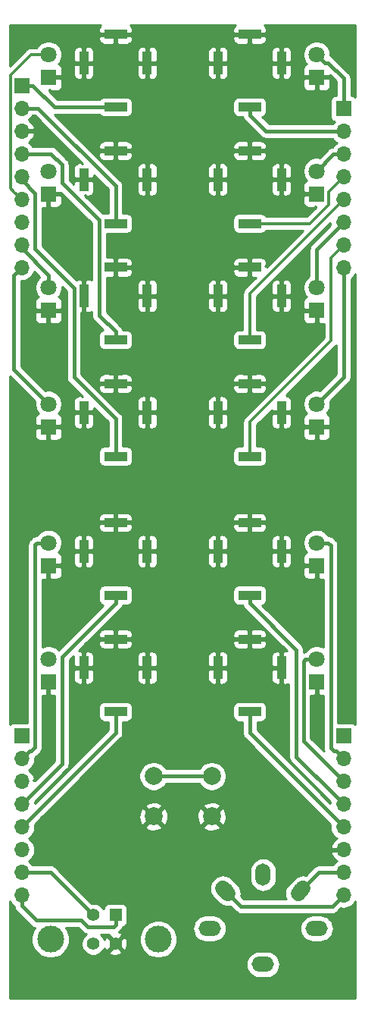
<source format=gbr>
G04 #@! TF.GenerationSoftware,KiCad,Pcbnew,(5.1.4)-1*
G04 #@! TF.CreationDate,2019-11-26T14:36:53+00:00*
G04 #@! TF.ProjectId,MidiMonger_controls,4d696469-4d6f-46e6-9765-725f636f6e74,rev?*
G04 #@! TF.SameCoordinates,Original*
G04 #@! TF.FileFunction,Copper,L2,Bot*
G04 #@! TF.FilePolarity,Positive*
%FSLAX46Y46*%
G04 Gerber Fmt 4.6, Leading zero omitted, Abs format (unit mm)*
G04 Created by KiCad (PCBNEW (5.1.4)-1) date 2019-11-26 14:36:53*
%MOMM*%
%LPD*%
G04 APERTURE LIST*
%ADD10C,1.700000*%
%ADD11C,1.700000*%
%ADD12O,2.500000X1.700000*%
%ADD13O,1.700000X2.500000*%
%ADD14R,1.800000X1.800000*%
%ADD15C,1.800000*%
%ADD16C,3.000000*%
%ADD17C,1.400000*%
%ADD18R,1.400000X1.400000*%
%ADD19R,1.000000X2.500000*%
%ADD20R,2.500000X1.000000*%
%ADD21C,2.000000*%
%ADD22R,1.700000X1.700000*%
%ADD23O,1.700000X1.700000*%
%ADD24C,0.400000*%
%ADD25C,0.300000*%
%ADD26C,0.254000*%
G04 APERTURE END LIST*
D10*
X129200000Y-137300000D03*
D11*
X128917157Y-137582843D02*
X129482843Y-137017157D01*
D12*
X131000000Y-141500000D03*
D13*
X125000000Y-135500000D03*
D12*
X119000000Y-141500000D03*
D10*
X120800000Y-137300000D03*
D11*
X120517157Y-137017157D02*
X121082843Y-137582843D01*
D12*
X125000000Y-145500000D03*
D14*
X101000000Y-101000000D03*
D15*
X101000000Y-98460000D03*
D16*
X113270000Y-142700000D03*
D17*
X108500000Y-143200000D03*
X106000000Y-143200000D03*
D18*
X108500000Y-140000000D03*
D16*
X101230000Y-142700000D03*
D17*
X106000000Y-140000000D03*
D19*
X127050000Y-70900000D03*
D20*
X123500000Y-67700000D03*
D19*
X119950000Y-70900000D03*
D20*
X123500000Y-75800000D03*
D19*
X127050000Y-83900000D03*
D20*
X123500000Y-80700000D03*
D19*
X119950000Y-83900000D03*
D20*
X123500000Y-88800000D03*
D19*
X127050000Y-44900000D03*
D20*
X123500000Y-41700000D03*
D19*
X119950000Y-44900000D03*
D20*
X123500000Y-49800000D03*
D19*
X127050000Y-57900000D03*
D20*
X123500000Y-54700000D03*
D19*
X119950000Y-57900000D03*
D20*
X123500000Y-62800000D03*
D19*
X112050000Y-99400000D03*
D20*
X108500000Y-96200000D03*
D19*
X104950000Y-99400000D03*
D20*
X108500000Y-104300000D03*
D19*
X127050000Y-99400000D03*
D20*
X123500000Y-96200000D03*
D19*
X119950000Y-99400000D03*
D20*
X123500000Y-104300000D03*
D19*
X112050000Y-112400000D03*
D20*
X108500000Y-109200000D03*
D19*
X104950000Y-112400000D03*
D20*
X108500000Y-117300000D03*
D19*
X127050000Y-112400000D03*
D20*
X123500000Y-109200000D03*
D19*
X119950000Y-112400000D03*
D20*
X123500000Y-117300000D03*
D19*
X112050000Y-44900000D03*
D20*
X108500000Y-41700000D03*
D19*
X104950000Y-44900000D03*
D20*
X108500000Y-49800000D03*
D19*
X112050000Y-57900000D03*
D20*
X108500000Y-54700000D03*
D19*
X104950000Y-57900000D03*
D20*
X108500000Y-62800000D03*
D19*
X112050000Y-70900000D03*
D20*
X108500000Y-67700000D03*
D19*
X104950000Y-70900000D03*
D20*
X108500000Y-75800000D03*
D19*
X112050000Y-83900000D03*
D20*
X108500000Y-80700000D03*
D19*
X104950000Y-83900000D03*
D20*
X108500000Y-88800000D03*
D14*
X101000000Y-114000000D03*
D15*
X101000000Y-111460000D03*
D14*
X131000000Y-46500000D03*
D15*
X131000000Y-43960000D03*
D14*
X131000000Y-59500000D03*
D15*
X131000000Y-56960000D03*
D14*
X131000000Y-72500000D03*
D15*
X131000000Y-69960000D03*
D14*
X131000000Y-85500000D03*
D15*
X131000000Y-82960000D03*
D14*
X101000000Y-46500000D03*
D15*
X101000000Y-43960000D03*
D14*
X101000000Y-59500000D03*
D15*
X101000000Y-56960000D03*
D14*
X101000000Y-72500000D03*
D15*
X101000000Y-69960000D03*
D14*
X101000000Y-85500000D03*
D15*
X101000000Y-82960000D03*
D14*
X131000000Y-101000000D03*
D15*
X131000000Y-98460000D03*
D14*
X131000000Y-114000000D03*
D15*
X131000000Y-111460000D03*
D21*
X112750000Y-129000000D03*
X112750000Y-124500000D03*
X119250000Y-129000000D03*
X119250000Y-124500000D03*
D22*
X134000000Y-50000000D03*
D23*
X134000000Y-52540000D03*
X134000000Y-55080000D03*
X134000000Y-57620000D03*
X134000000Y-60160000D03*
X134000000Y-62700000D03*
X134000000Y-65240000D03*
X134000000Y-67780000D03*
D22*
X98000000Y-120000000D03*
D23*
X98000000Y-122540000D03*
X98000000Y-125080000D03*
X98000000Y-127620000D03*
X98000000Y-130160000D03*
X98000000Y-132700000D03*
X98000000Y-135240000D03*
X98000000Y-137780000D03*
D22*
X134000000Y-120000000D03*
D23*
X134000000Y-122540000D03*
X134000000Y-125080000D03*
X134000000Y-127620000D03*
X134000000Y-130160000D03*
X134000000Y-132700000D03*
X134000000Y-135240000D03*
X134000000Y-137780000D03*
X98000000Y-67720000D03*
X98000000Y-65180000D03*
X98000000Y-62640000D03*
X98000000Y-60100000D03*
X98000000Y-57560000D03*
X98000000Y-55020000D03*
X98000000Y-52480000D03*
X98000000Y-49940000D03*
D22*
X98000000Y-47400000D03*
D24*
X134000000Y-48750000D02*
X134000000Y-50000000D01*
X134000000Y-46619998D02*
X134000000Y-48750000D01*
X132240001Y-44859999D02*
X134000000Y-46619998D01*
X131899999Y-44859999D02*
X132240001Y-44859999D01*
X131000000Y-43960000D02*
X131899999Y-44859999D01*
X132880000Y-55080000D02*
X131000000Y-56960000D01*
X134000000Y-55080000D02*
X132880000Y-55080000D01*
X131000000Y-65700000D02*
X131000000Y-69960000D01*
X134000000Y-62700000D02*
X131000000Y-65700000D01*
X134000000Y-79960000D02*
X131000000Y-82960000D01*
X134000000Y-67780000D02*
X134000000Y-79960000D01*
D25*
X97150001Y-59250001D02*
X98000000Y-60100000D01*
X96749999Y-58849999D02*
X97150001Y-59250001D01*
X96749999Y-46250001D02*
X96749999Y-58849999D01*
X99040000Y-43960000D02*
X96749999Y-46250001D01*
X101000000Y-43960000D02*
X99040000Y-43960000D01*
D24*
X101000000Y-68687208D02*
X101000000Y-69960000D01*
X101000000Y-68573998D02*
X101000000Y-68687208D01*
X98000000Y-65573998D02*
X101000000Y-68573998D01*
X98000000Y-65180000D02*
X98000000Y-65573998D01*
X100100001Y-82060001D02*
X101000000Y-82960000D01*
X97150001Y-79110001D02*
X100100001Y-82060001D01*
X97150001Y-68569999D02*
X97150001Y-79110001D01*
X98000000Y-67720000D02*
X97150001Y-68569999D01*
X99727208Y-98460000D02*
X101000000Y-98460000D01*
X99499999Y-98687209D02*
X99727208Y-98460000D01*
X99499999Y-121280003D02*
X99499999Y-98687209D01*
X99090001Y-121690001D02*
X99499999Y-121280003D01*
X98849999Y-121690001D02*
X99090001Y-121690001D01*
X98000000Y-122540000D02*
X98849999Y-121690001D01*
X132272792Y-98460000D02*
X131000000Y-98460000D01*
X132549999Y-98737207D02*
X132272792Y-98460000D01*
X132549999Y-121330001D02*
X132549999Y-98737207D01*
X132909999Y-121690001D02*
X132549999Y-121330001D01*
X133150001Y-121690001D02*
X132909999Y-121690001D01*
X134000000Y-122540000D02*
X133150001Y-121690001D01*
X129727208Y-111460000D02*
X131000000Y-111460000D01*
X129499999Y-111687209D02*
X129727208Y-111460000D01*
X134000000Y-125080000D02*
X129499999Y-120579999D01*
X129499999Y-120579999D02*
X129499999Y-111687209D01*
X121754593Y-138254593D02*
X120800000Y-137300000D01*
X122529618Y-139029618D02*
X121754593Y-138254593D01*
X132750382Y-139029618D02*
X122529618Y-139029618D01*
X134000000Y-137780000D02*
X132750382Y-139029618D01*
X131260000Y-135240000D02*
X129200000Y-137300000D01*
X134000000Y-135240000D02*
X131260000Y-135240000D01*
X114414213Y-124500000D02*
X119500000Y-124500000D01*
X113000000Y-124500000D02*
X114414213Y-124500000D01*
X123500000Y-119660000D02*
X134000000Y-130160000D01*
X123500000Y-117300000D02*
X123500000Y-119660000D01*
X108500000Y-119660000D02*
X98000000Y-130160000D01*
X108500000Y-117300000D02*
X108500000Y-119660000D01*
X133150001Y-126770001D02*
X134000000Y-127620000D01*
X128699991Y-122319991D02*
X133150001Y-126770001D01*
X128699991Y-110399991D02*
X128699991Y-122319991D01*
X123500000Y-105200000D02*
X128699991Y-110399991D01*
X123500000Y-104300000D02*
X123500000Y-105200000D01*
X98849999Y-126770001D02*
X98000000Y-127620000D01*
X102500001Y-123119999D02*
X98849999Y-126770001D01*
X102500001Y-111199999D02*
X102500001Y-123119999D01*
X108500000Y-105200000D02*
X102500001Y-111199999D01*
X108500000Y-104300000D02*
X108500000Y-105200000D01*
X123500000Y-50700000D02*
X123500000Y-49800000D01*
X125340000Y-52540000D02*
X123500000Y-50700000D01*
X134000000Y-52540000D02*
X125340000Y-52540000D01*
D25*
X125050000Y-62800000D02*
X123500000Y-62800000D01*
X130220002Y-62800000D02*
X125050000Y-62800000D01*
X132300001Y-60720001D02*
X130220002Y-62800000D01*
X132300001Y-59319999D02*
X132300001Y-60720001D01*
X134000000Y-57620000D02*
X132300001Y-59319999D01*
X123500000Y-70660000D02*
X123500000Y-75800000D01*
X134000000Y-60160000D02*
X123500000Y-70660000D01*
X123500000Y-88000000D02*
X123500000Y-88800000D01*
X123500000Y-84979998D02*
X123500000Y-88000000D01*
X132600000Y-75879998D02*
X123500000Y-84979998D01*
X132600000Y-66640000D02*
X132600000Y-75879998D01*
X134000000Y-65240000D02*
X132600000Y-66640000D01*
D24*
X101240000Y-135240000D02*
X98000000Y-135240000D01*
X106000000Y-140000000D02*
X101240000Y-135240000D01*
D25*
X98220000Y-138000000D02*
X98000000Y-137780000D01*
D24*
X108500000Y-141100000D02*
X108500000Y-140000000D01*
X108299999Y-141300001D02*
X108500000Y-141100000D01*
X105375999Y-141300001D02*
X108299999Y-141300001D01*
X99617918Y-140599999D02*
X104675997Y-140599999D01*
X104675997Y-140599999D02*
X105375999Y-141300001D01*
X98000000Y-138982081D02*
X99617918Y-140599999D01*
X98000000Y-137780000D02*
X98000000Y-138982081D01*
X99250000Y-47400000D02*
X98000000Y-47400000D01*
X101650000Y-49800000D02*
X99250000Y-47400000D01*
X108500000Y-49800000D02*
X101650000Y-49800000D01*
X99202081Y-49940000D02*
X98000000Y-49940000D01*
X99820002Y-49940000D02*
X99202081Y-49940000D01*
X108500000Y-58619998D02*
X99820002Y-49940000D01*
X108500000Y-62800000D02*
X108500000Y-58619998D01*
X99202081Y-55020000D02*
X98000000Y-55020000D01*
X101280002Y-55020000D02*
X99202081Y-55020000D01*
X102500001Y-56239999D02*
X101280002Y-55020000D01*
X106649999Y-62430001D02*
X102500001Y-58280003D01*
X106649999Y-73049999D02*
X106649999Y-62430001D01*
X108500000Y-74900000D02*
X106649999Y-73049999D01*
X102500001Y-58280003D02*
X102500001Y-56239999D01*
X108500000Y-75800000D02*
X108500000Y-74900000D01*
X108500000Y-87900000D02*
X108500000Y-88800000D01*
X108500000Y-84619998D02*
X108500000Y-87900000D01*
X103849999Y-79969997D02*
X108500000Y-84619998D01*
X103849999Y-70004681D02*
X103849999Y-79969997D01*
X99500000Y-65654682D02*
X103849999Y-70004681D01*
X99500000Y-59453998D02*
X99500000Y-65654682D01*
X98000000Y-57953998D02*
X99500000Y-59453998D01*
X98000000Y-57560000D02*
X98000000Y-57953998D01*
D26*
G36*
X106798815Y-40748815D02*
G01*
X106719463Y-40845506D01*
X106660498Y-40955820D01*
X106624188Y-41075518D01*
X106611928Y-41200000D01*
X106615000Y-41414250D01*
X106773750Y-41573000D01*
X108373000Y-41573000D01*
X108373000Y-41553000D01*
X108627000Y-41553000D01*
X108627000Y-41573000D01*
X110226250Y-41573000D01*
X110385000Y-41414250D01*
X110388072Y-41200000D01*
X110375812Y-41075518D01*
X110339502Y-40955820D01*
X110280537Y-40845506D01*
X110201185Y-40748815D01*
X110123426Y-40685000D01*
X121876574Y-40685000D01*
X121798815Y-40748815D01*
X121719463Y-40845506D01*
X121660498Y-40955820D01*
X121624188Y-41075518D01*
X121611928Y-41200000D01*
X121615000Y-41414250D01*
X121773750Y-41573000D01*
X123373000Y-41573000D01*
X123373000Y-41553000D01*
X123627000Y-41553000D01*
X123627000Y-41573000D01*
X125226250Y-41573000D01*
X125385000Y-41414250D01*
X125388072Y-41200000D01*
X125375812Y-41075518D01*
X125339502Y-40955820D01*
X125280537Y-40845506D01*
X125201185Y-40748815D01*
X125123426Y-40685000D01*
X135315000Y-40685000D01*
X135315000Y-48715649D01*
X135301185Y-48698815D01*
X135204494Y-48619463D01*
X135094180Y-48560498D01*
X134974482Y-48524188D01*
X134850000Y-48511928D01*
X134835000Y-48511928D01*
X134835000Y-46661005D01*
X134839039Y-46619997D01*
X134835000Y-46578989D01*
X134835000Y-46578979D01*
X134822918Y-46456309D01*
X134775172Y-46298911D01*
X134697636Y-46153852D01*
X134593291Y-46026707D01*
X134561428Y-46000558D01*
X132859447Y-44298578D01*
X132833292Y-44266708D01*
X132706147Y-44162363D01*
X132561088Y-44084827D01*
X132535000Y-44076913D01*
X132535000Y-43808816D01*
X132476011Y-43512257D01*
X132360299Y-43232905D01*
X132192312Y-42981495D01*
X131978505Y-42767688D01*
X131727095Y-42599701D01*
X131447743Y-42483989D01*
X131151184Y-42425000D01*
X130848816Y-42425000D01*
X130552257Y-42483989D01*
X130272905Y-42599701D01*
X130021495Y-42767688D01*
X129807688Y-42981495D01*
X129639701Y-43232905D01*
X129523989Y-43512257D01*
X129465000Y-43808816D01*
X129465000Y-44111184D01*
X129523989Y-44407743D01*
X129639701Y-44687095D01*
X129807688Y-44938505D01*
X129874127Y-45004944D01*
X129855820Y-45010498D01*
X129745506Y-45069463D01*
X129648815Y-45148815D01*
X129569463Y-45245506D01*
X129510498Y-45355820D01*
X129474188Y-45475518D01*
X129461928Y-45600000D01*
X129465000Y-46214250D01*
X129623750Y-46373000D01*
X130873000Y-46373000D01*
X130873000Y-46353000D01*
X131127000Y-46353000D01*
X131127000Y-46373000D01*
X132376250Y-46373000D01*
X132474192Y-46275058D01*
X133165000Y-46965866D01*
X133165001Y-48511928D01*
X133150000Y-48511928D01*
X133025518Y-48524188D01*
X132905820Y-48560498D01*
X132795506Y-48619463D01*
X132698815Y-48698815D01*
X132619463Y-48795506D01*
X132560498Y-48905820D01*
X132524188Y-49025518D01*
X132511928Y-49150000D01*
X132511928Y-50850000D01*
X132524188Y-50974482D01*
X132560498Y-51094180D01*
X132619463Y-51204494D01*
X132698815Y-51301185D01*
X132795506Y-51380537D01*
X132905820Y-51439502D01*
X132974687Y-51460393D01*
X132944866Y-51484866D01*
X132764207Y-51705000D01*
X125685869Y-51705000D01*
X124899186Y-50918318D01*
X124994180Y-50889502D01*
X125104494Y-50830537D01*
X125201185Y-50751185D01*
X125280537Y-50654494D01*
X125339502Y-50544180D01*
X125375812Y-50424482D01*
X125388072Y-50300000D01*
X125388072Y-49300000D01*
X125375812Y-49175518D01*
X125339502Y-49055820D01*
X125280537Y-48945506D01*
X125201185Y-48848815D01*
X125104494Y-48769463D01*
X124994180Y-48710498D01*
X124874482Y-48674188D01*
X124750000Y-48661928D01*
X122250000Y-48661928D01*
X122125518Y-48674188D01*
X122005820Y-48710498D01*
X121895506Y-48769463D01*
X121798815Y-48848815D01*
X121719463Y-48945506D01*
X121660498Y-49055820D01*
X121624188Y-49175518D01*
X121611928Y-49300000D01*
X121611928Y-50300000D01*
X121624188Y-50424482D01*
X121660498Y-50544180D01*
X121719463Y-50654494D01*
X121798815Y-50751185D01*
X121895506Y-50830537D01*
X122005820Y-50889502D01*
X122125518Y-50925812D01*
X122250000Y-50938072D01*
X122699646Y-50938072D01*
X122724828Y-51021086D01*
X122802364Y-51166145D01*
X122906709Y-51293291D01*
X122938579Y-51319446D01*
X124720563Y-53101432D01*
X124746709Y-53133291D01*
X124873854Y-53237636D01*
X125018913Y-53315172D01*
X125176311Y-53362918D01*
X125238205Y-53369014D01*
X125340000Y-53379040D01*
X125381018Y-53375000D01*
X132764207Y-53375000D01*
X132944866Y-53595134D01*
X133170986Y-53780706D01*
X133225791Y-53810000D01*
X133170986Y-53839294D01*
X132944866Y-54024866D01*
X132759294Y-54250986D01*
X132758243Y-54252952D01*
X132716311Y-54257082D01*
X132558913Y-54304828D01*
X132413854Y-54382364D01*
X132286709Y-54486709D01*
X132260559Y-54518573D01*
X131320461Y-55458671D01*
X131151184Y-55425000D01*
X130848816Y-55425000D01*
X130552257Y-55483989D01*
X130272905Y-55599701D01*
X130021495Y-55767688D01*
X129807688Y-55981495D01*
X129639701Y-56232905D01*
X129523989Y-56512257D01*
X129465000Y-56808816D01*
X129465000Y-57111184D01*
X129523989Y-57407743D01*
X129639701Y-57687095D01*
X129807688Y-57938505D01*
X129874127Y-58004944D01*
X129855820Y-58010498D01*
X129745506Y-58069463D01*
X129648815Y-58148815D01*
X129569463Y-58245506D01*
X129510498Y-58355820D01*
X129474188Y-58475518D01*
X129461928Y-58600000D01*
X129465000Y-59214250D01*
X129623750Y-59373000D01*
X130873000Y-59373000D01*
X130873000Y-59353000D01*
X131127000Y-59353000D01*
X131127000Y-59373000D01*
X131147000Y-59373000D01*
X131147000Y-59627000D01*
X131127000Y-59627000D01*
X131127000Y-59647000D01*
X130873000Y-59647000D01*
X130873000Y-59627000D01*
X129623750Y-59627000D01*
X129465000Y-59785750D01*
X129461928Y-60400000D01*
X129474188Y-60524482D01*
X129510498Y-60644180D01*
X129569463Y-60754494D01*
X129648815Y-60851185D01*
X129745506Y-60930537D01*
X129855820Y-60989502D01*
X129975518Y-61025812D01*
X130100000Y-61038072D01*
X130714250Y-61035000D01*
X130872998Y-60876252D01*
X130872998Y-61035000D01*
X130874845Y-61035000D01*
X129894845Y-62015000D01*
X125317683Y-62015000D01*
X125280537Y-61945506D01*
X125201185Y-61848815D01*
X125104494Y-61769463D01*
X124994180Y-61710498D01*
X124874482Y-61674188D01*
X124750000Y-61661928D01*
X122250000Y-61661928D01*
X122125518Y-61674188D01*
X122005820Y-61710498D01*
X121895506Y-61769463D01*
X121798815Y-61848815D01*
X121719463Y-61945506D01*
X121660498Y-62055820D01*
X121624188Y-62175518D01*
X121611928Y-62300000D01*
X121611928Y-63300000D01*
X121624188Y-63424482D01*
X121660498Y-63544180D01*
X121719463Y-63654494D01*
X121798815Y-63751185D01*
X121895506Y-63830537D01*
X122005820Y-63889502D01*
X122125518Y-63925812D01*
X122250000Y-63938072D01*
X124750000Y-63938072D01*
X124874482Y-63925812D01*
X124994180Y-63889502D01*
X125104494Y-63830537D01*
X125201185Y-63751185D01*
X125280537Y-63654494D01*
X125317683Y-63585000D01*
X129464842Y-63585000D01*
X125385000Y-67664843D01*
X125385000Y-67572998D01*
X125226252Y-67572998D01*
X125385000Y-67414250D01*
X125388072Y-67200000D01*
X125375812Y-67075518D01*
X125339502Y-66955820D01*
X125280537Y-66845506D01*
X125201185Y-66748815D01*
X125104494Y-66669463D01*
X124994180Y-66610498D01*
X124874482Y-66574188D01*
X124750000Y-66561928D01*
X123785750Y-66565000D01*
X123627000Y-66723750D01*
X123627000Y-67573000D01*
X123647000Y-67573000D01*
X123647000Y-67827000D01*
X123627000Y-67827000D01*
X123627000Y-68676250D01*
X123785750Y-68835000D01*
X124213480Y-68836363D01*
X122972190Y-70077653D01*
X122942236Y-70102236D01*
X122844138Y-70221768D01*
X122771246Y-70358141D01*
X122726359Y-70506114D01*
X122715000Y-70621440D01*
X122715000Y-70621447D01*
X122711203Y-70660000D01*
X122715000Y-70698553D01*
X122715001Y-74661928D01*
X122250000Y-74661928D01*
X122125518Y-74674188D01*
X122005820Y-74710498D01*
X121895506Y-74769463D01*
X121798815Y-74848815D01*
X121719463Y-74945506D01*
X121660498Y-75055820D01*
X121624188Y-75175518D01*
X121611928Y-75300000D01*
X121611928Y-76300000D01*
X121624188Y-76424482D01*
X121660498Y-76544180D01*
X121719463Y-76654494D01*
X121798815Y-76751185D01*
X121895506Y-76830537D01*
X122005820Y-76889502D01*
X122125518Y-76925812D01*
X122250000Y-76938072D01*
X124750000Y-76938072D01*
X124874482Y-76925812D01*
X124994180Y-76889502D01*
X125104494Y-76830537D01*
X125201185Y-76751185D01*
X125280537Y-76654494D01*
X125339502Y-76544180D01*
X125375812Y-76424482D01*
X125388072Y-76300000D01*
X125388072Y-75300000D01*
X125375812Y-75175518D01*
X125339502Y-75055820D01*
X125280537Y-74945506D01*
X125201185Y-74848815D01*
X125104494Y-74769463D01*
X124994180Y-74710498D01*
X124874482Y-74674188D01*
X124750000Y-74661928D01*
X124285000Y-74661928D01*
X124285000Y-73400000D01*
X129461928Y-73400000D01*
X129474188Y-73524482D01*
X129510498Y-73644180D01*
X129569463Y-73754494D01*
X129648815Y-73851185D01*
X129745506Y-73930537D01*
X129855820Y-73989502D01*
X129975518Y-74025812D01*
X130100000Y-74038072D01*
X130714250Y-74035000D01*
X130873000Y-73876250D01*
X130873000Y-72627000D01*
X129623750Y-72627000D01*
X129465000Y-72785750D01*
X129461928Y-73400000D01*
X124285000Y-73400000D01*
X124285000Y-72150000D01*
X125911928Y-72150000D01*
X125924188Y-72274482D01*
X125960498Y-72394180D01*
X126019463Y-72504494D01*
X126098815Y-72601185D01*
X126195506Y-72680537D01*
X126305820Y-72739502D01*
X126425518Y-72775812D01*
X126550000Y-72788072D01*
X126764250Y-72785000D01*
X126923000Y-72626250D01*
X126923000Y-71027000D01*
X127177000Y-71027000D01*
X127177000Y-72626250D01*
X127335750Y-72785000D01*
X127550000Y-72788072D01*
X127674482Y-72775812D01*
X127794180Y-72739502D01*
X127904494Y-72680537D01*
X128001185Y-72601185D01*
X128080537Y-72504494D01*
X128139502Y-72394180D01*
X128175812Y-72274482D01*
X128188072Y-72150000D01*
X128185000Y-71185750D01*
X128026250Y-71027000D01*
X127177000Y-71027000D01*
X126923000Y-71027000D01*
X126073750Y-71027000D01*
X125915000Y-71185750D01*
X125911928Y-72150000D01*
X124285000Y-72150000D01*
X124285000Y-70985157D01*
X125620157Y-69650000D01*
X125911928Y-69650000D01*
X125915000Y-70614250D01*
X126073750Y-70773000D01*
X126923000Y-70773000D01*
X126923000Y-69173750D01*
X127177000Y-69173750D01*
X127177000Y-70773000D01*
X128026250Y-70773000D01*
X128185000Y-70614250D01*
X128188072Y-69650000D01*
X128175812Y-69525518D01*
X128139502Y-69405820D01*
X128080537Y-69295506D01*
X128001185Y-69198815D01*
X127904494Y-69119463D01*
X127794180Y-69060498D01*
X127674482Y-69024188D01*
X127550000Y-69011928D01*
X127335750Y-69015000D01*
X127177000Y-69173750D01*
X126923000Y-69173750D01*
X126764250Y-69015000D01*
X126550000Y-69011928D01*
X126425518Y-69024188D01*
X126305820Y-69060498D01*
X126195506Y-69119463D01*
X126098815Y-69198815D01*
X126019463Y-69295506D01*
X125960498Y-69405820D01*
X125924188Y-69525518D01*
X125911928Y-69650000D01*
X125620157Y-69650000D01*
X132513405Y-62756753D01*
X132535728Y-62983404D01*
X130438579Y-65080554D01*
X130406709Y-65106709D01*
X130302365Y-65233854D01*
X130302364Y-65233855D01*
X130224828Y-65378914D01*
X130177082Y-65536312D01*
X130160960Y-65700000D01*
X130165000Y-65741019D01*
X130165001Y-68671800D01*
X130021495Y-68767688D01*
X129807688Y-68981495D01*
X129639701Y-69232905D01*
X129523989Y-69512257D01*
X129465000Y-69808816D01*
X129465000Y-70111184D01*
X129523989Y-70407743D01*
X129639701Y-70687095D01*
X129807688Y-70938505D01*
X129874127Y-71004944D01*
X129855820Y-71010498D01*
X129745506Y-71069463D01*
X129648815Y-71148815D01*
X129569463Y-71245506D01*
X129510498Y-71355820D01*
X129474188Y-71475518D01*
X129461928Y-71600000D01*
X129465000Y-72214250D01*
X129623750Y-72373000D01*
X130873000Y-72373000D01*
X130873000Y-72353000D01*
X131127000Y-72353000D01*
X131127000Y-72373000D01*
X131147000Y-72373000D01*
X131147000Y-72627000D01*
X131127000Y-72627000D01*
X131127000Y-73876250D01*
X131285750Y-74035000D01*
X131815001Y-74037647D01*
X131815001Y-75554839D01*
X122972190Y-84397651D01*
X122942236Y-84422234D01*
X122844138Y-84541766D01*
X122771246Y-84678139D01*
X122726359Y-84826112D01*
X122715000Y-84941438D01*
X122715000Y-84941445D01*
X122711203Y-84979998D01*
X122715000Y-85018551D01*
X122715001Y-87661928D01*
X122250000Y-87661928D01*
X122125518Y-87674188D01*
X122005820Y-87710498D01*
X121895506Y-87769463D01*
X121798815Y-87848815D01*
X121719463Y-87945506D01*
X121660498Y-88055820D01*
X121624188Y-88175518D01*
X121611928Y-88300000D01*
X121611928Y-89300000D01*
X121624188Y-89424482D01*
X121660498Y-89544180D01*
X121719463Y-89654494D01*
X121798815Y-89751185D01*
X121895506Y-89830537D01*
X122005820Y-89889502D01*
X122125518Y-89925812D01*
X122250000Y-89938072D01*
X124750000Y-89938072D01*
X124874482Y-89925812D01*
X124994180Y-89889502D01*
X125104494Y-89830537D01*
X125201185Y-89751185D01*
X125280537Y-89654494D01*
X125339502Y-89544180D01*
X125375812Y-89424482D01*
X125388072Y-89300000D01*
X125388072Y-88300000D01*
X125375812Y-88175518D01*
X125339502Y-88055820D01*
X125280537Y-87945506D01*
X125201185Y-87848815D01*
X125104494Y-87769463D01*
X124994180Y-87710498D01*
X124874482Y-87674188D01*
X124750000Y-87661928D01*
X124285000Y-87661928D01*
X124285000Y-86400000D01*
X129461928Y-86400000D01*
X129474188Y-86524482D01*
X129510498Y-86644180D01*
X129569463Y-86754494D01*
X129648815Y-86851185D01*
X129745506Y-86930537D01*
X129855820Y-86989502D01*
X129975518Y-87025812D01*
X130100000Y-87038072D01*
X130714250Y-87035000D01*
X130873000Y-86876250D01*
X130873000Y-85627000D01*
X131127000Y-85627000D01*
X131127000Y-86876250D01*
X131285750Y-87035000D01*
X131900000Y-87038072D01*
X132024482Y-87025812D01*
X132144180Y-86989502D01*
X132254494Y-86930537D01*
X132351185Y-86851185D01*
X132430537Y-86754494D01*
X132489502Y-86644180D01*
X132525812Y-86524482D01*
X132538072Y-86400000D01*
X132535000Y-85785750D01*
X132376250Y-85627000D01*
X131127000Y-85627000D01*
X130873000Y-85627000D01*
X129623750Y-85627000D01*
X129465000Y-85785750D01*
X129461928Y-86400000D01*
X124285000Y-86400000D01*
X124285000Y-85305155D01*
X124440155Y-85150000D01*
X125911928Y-85150000D01*
X125924188Y-85274482D01*
X125960498Y-85394180D01*
X126019463Y-85504494D01*
X126098815Y-85601185D01*
X126195506Y-85680537D01*
X126305820Y-85739502D01*
X126425518Y-85775812D01*
X126550000Y-85788072D01*
X126764250Y-85785000D01*
X126923000Y-85626250D01*
X126923000Y-84027000D01*
X127177000Y-84027000D01*
X127177000Y-85626250D01*
X127335750Y-85785000D01*
X127550000Y-85788072D01*
X127674482Y-85775812D01*
X127794180Y-85739502D01*
X127904494Y-85680537D01*
X128001185Y-85601185D01*
X128080537Y-85504494D01*
X128139502Y-85394180D01*
X128175812Y-85274482D01*
X128188072Y-85150000D01*
X128185000Y-84185750D01*
X128026250Y-84027000D01*
X127177000Y-84027000D01*
X126923000Y-84027000D01*
X126073750Y-84027000D01*
X125915000Y-84185750D01*
X125911928Y-85150000D01*
X124440155Y-85150000D01*
X125945453Y-83644703D01*
X126073750Y-83773000D01*
X126923000Y-83773000D01*
X126923000Y-83753000D01*
X127177000Y-83753000D01*
X127177000Y-83773000D01*
X128026250Y-83773000D01*
X128185000Y-83614250D01*
X128188072Y-82650000D01*
X128175812Y-82525518D01*
X128139502Y-82405820D01*
X128080537Y-82295506D01*
X128001185Y-82198815D01*
X127904494Y-82119463D01*
X127794180Y-82060498D01*
X127674482Y-82024188D01*
X127575697Y-82014459D01*
X133127816Y-76462340D01*
X133157764Y-76437762D01*
X133165001Y-76428944D01*
X133165001Y-79614130D01*
X131320461Y-81458671D01*
X131151184Y-81425000D01*
X130848816Y-81425000D01*
X130552257Y-81483989D01*
X130272905Y-81599701D01*
X130021495Y-81767688D01*
X129807688Y-81981495D01*
X129639701Y-82232905D01*
X129523989Y-82512257D01*
X129465000Y-82808816D01*
X129465000Y-83111184D01*
X129523989Y-83407743D01*
X129639701Y-83687095D01*
X129807688Y-83938505D01*
X129874127Y-84004944D01*
X129855820Y-84010498D01*
X129745506Y-84069463D01*
X129648815Y-84148815D01*
X129569463Y-84245506D01*
X129510498Y-84355820D01*
X129474188Y-84475518D01*
X129461928Y-84600000D01*
X129465000Y-85214250D01*
X129623750Y-85373000D01*
X130873000Y-85373000D01*
X130873000Y-85353000D01*
X131127000Y-85353000D01*
X131127000Y-85373000D01*
X132376250Y-85373000D01*
X132535000Y-85214250D01*
X132538072Y-84600000D01*
X132525812Y-84475518D01*
X132489502Y-84355820D01*
X132430537Y-84245506D01*
X132351185Y-84148815D01*
X132254494Y-84069463D01*
X132144180Y-84010498D01*
X132125873Y-84004944D01*
X132192312Y-83938505D01*
X132360299Y-83687095D01*
X132476011Y-83407743D01*
X132535000Y-83111184D01*
X132535000Y-82808816D01*
X132501329Y-82639539D01*
X134561432Y-80579437D01*
X134593291Y-80553291D01*
X134697636Y-80426146D01*
X134775172Y-80281087D01*
X134822918Y-80123689D01*
X134835000Y-80001019D01*
X134835000Y-80001018D01*
X134839040Y-79960000D01*
X134835000Y-79918982D01*
X134835000Y-69015793D01*
X135055134Y-68835134D01*
X135240706Y-68609014D01*
X135315000Y-68470019D01*
X135315001Y-118715650D01*
X135301185Y-118698815D01*
X135204494Y-118619463D01*
X135094180Y-118560498D01*
X134974482Y-118524188D01*
X134850000Y-118511928D01*
X133384999Y-118511928D01*
X133384999Y-98778225D01*
X133389039Y-98737207D01*
X133372917Y-98573518D01*
X133325171Y-98416121D01*
X133325171Y-98416120D01*
X133247635Y-98271061D01*
X133143290Y-98143916D01*
X133111425Y-98117765D01*
X132892237Y-97898578D01*
X132866083Y-97866709D01*
X132738938Y-97762364D01*
X132593879Y-97684828D01*
X132436481Y-97637082D01*
X132313811Y-97625000D01*
X132313810Y-97625000D01*
X132286395Y-97622300D01*
X132192312Y-97481495D01*
X131978505Y-97267688D01*
X131727095Y-97099701D01*
X131447743Y-96983989D01*
X131151184Y-96925000D01*
X130848816Y-96925000D01*
X130552257Y-96983989D01*
X130272905Y-97099701D01*
X130021495Y-97267688D01*
X129807688Y-97481495D01*
X129639701Y-97732905D01*
X129523989Y-98012257D01*
X129465000Y-98308816D01*
X129465000Y-98611184D01*
X129523989Y-98907743D01*
X129639701Y-99187095D01*
X129807688Y-99438505D01*
X129874127Y-99504944D01*
X129855820Y-99510498D01*
X129745506Y-99569463D01*
X129648815Y-99648815D01*
X129569463Y-99745506D01*
X129510498Y-99855820D01*
X129474188Y-99975518D01*
X129461928Y-100100000D01*
X129465000Y-100714250D01*
X129623750Y-100873000D01*
X130873000Y-100873000D01*
X130873000Y-100853000D01*
X131127000Y-100853000D01*
X131127000Y-100873000D01*
X131147000Y-100873000D01*
X131147000Y-101127000D01*
X131127000Y-101127000D01*
X131127000Y-102376250D01*
X131285750Y-102535000D01*
X131715000Y-102537147D01*
X131714999Y-110094691D01*
X131447743Y-109983989D01*
X131151184Y-109925000D01*
X130848816Y-109925000D01*
X130552257Y-109983989D01*
X130272905Y-110099701D01*
X130021495Y-110267688D01*
X129807688Y-110481495D01*
X129713605Y-110622300D01*
X129686189Y-110625000D01*
X129563519Y-110637082D01*
X129534991Y-110645736D01*
X129534991Y-110441009D01*
X129539031Y-110399991D01*
X129532933Y-110338072D01*
X129522909Y-110236302D01*
X129475163Y-110078904D01*
X129397627Y-109933845D01*
X129293282Y-109806700D01*
X129261424Y-109780555D01*
X124899186Y-105418318D01*
X124994180Y-105389502D01*
X125104494Y-105330537D01*
X125201185Y-105251185D01*
X125280537Y-105154494D01*
X125339502Y-105044180D01*
X125375812Y-104924482D01*
X125388072Y-104800000D01*
X125388072Y-103800000D01*
X125375812Y-103675518D01*
X125339502Y-103555820D01*
X125280537Y-103445506D01*
X125201185Y-103348815D01*
X125104494Y-103269463D01*
X124994180Y-103210498D01*
X124874482Y-103174188D01*
X124750000Y-103161928D01*
X122250000Y-103161928D01*
X122125518Y-103174188D01*
X122005820Y-103210498D01*
X121895506Y-103269463D01*
X121798815Y-103348815D01*
X121719463Y-103445506D01*
X121660498Y-103555820D01*
X121624188Y-103675518D01*
X121611928Y-103800000D01*
X121611928Y-104800000D01*
X121624188Y-104924482D01*
X121660498Y-105044180D01*
X121719463Y-105154494D01*
X121798815Y-105251185D01*
X121895506Y-105330537D01*
X122005820Y-105389502D01*
X122125518Y-105425812D01*
X122250000Y-105438072D01*
X122699646Y-105438072D01*
X122724828Y-105521086D01*
X122724829Y-105521087D01*
X122802365Y-105666146D01*
X122906710Y-105793291D01*
X122938574Y-105819441D01*
X127639915Y-110520784D01*
X127550000Y-110511928D01*
X127335750Y-110515000D01*
X127177000Y-110673750D01*
X127177000Y-112273000D01*
X127197000Y-112273000D01*
X127197000Y-112527000D01*
X127177000Y-112527000D01*
X127177000Y-114126250D01*
X127335750Y-114285000D01*
X127550000Y-114288072D01*
X127674482Y-114275812D01*
X127794180Y-114239502D01*
X127864991Y-114201652D01*
X127864992Y-122278962D01*
X127860951Y-122319991D01*
X127877073Y-122483679D01*
X127924819Y-122641077D01*
X128002355Y-122786136D01*
X128002356Y-122786137D01*
X128106701Y-122913282D01*
X128138565Y-122939432D01*
X132535728Y-127336596D01*
X132519745Y-127498877D01*
X124335000Y-119314133D01*
X124335000Y-118438072D01*
X124750000Y-118438072D01*
X124874482Y-118425812D01*
X124994180Y-118389502D01*
X125104494Y-118330537D01*
X125201185Y-118251185D01*
X125280537Y-118154494D01*
X125339502Y-118044180D01*
X125375812Y-117924482D01*
X125388072Y-117800000D01*
X125388072Y-116800000D01*
X125375812Y-116675518D01*
X125339502Y-116555820D01*
X125280537Y-116445506D01*
X125201185Y-116348815D01*
X125104494Y-116269463D01*
X124994180Y-116210498D01*
X124874482Y-116174188D01*
X124750000Y-116161928D01*
X122250000Y-116161928D01*
X122125518Y-116174188D01*
X122005820Y-116210498D01*
X121895506Y-116269463D01*
X121798815Y-116348815D01*
X121719463Y-116445506D01*
X121660498Y-116555820D01*
X121624188Y-116675518D01*
X121611928Y-116800000D01*
X121611928Y-117800000D01*
X121624188Y-117924482D01*
X121660498Y-118044180D01*
X121719463Y-118154494D01*
X121798815Y-118251185D01*
X121895506Y-118330537D01*
X122005820Y-118389502D01*
X122125518Y-118425812D01*
X122250000Y-118438072D01*
X122665000Y-118438072D01*
X122665001Y-119618972D01*
X122660960Y-119660000D01*
X122677082Y-119823688D01*
X122724828Y-119981086D01*
X122802364Y-120126145D01*
X122802365Y-120126146D01*
X122906710Y-120253291D01*
X122938574Y-120279441D01*
X132535728Y-129876596D01*
X132507815Y-130160000D01*
X132536487Y-130451111D01*
X132621401Y-130731034D01*
X132759294Y-130989014D01*
X132944866Y-131215134D01*
X133170986Y-131400706D01*
X133235523Y-131435201D01*
X133118645Y-131504822D01*
X132902412Y-131699731D01*
X132728359Y-131933080D01*
X132603175Y-132195901D01*
X132558524Y-132343110D01*
X132679845Y-132573000D01*
X133873000Y-132573000D01*
X133873000Y-132553000D01*
X134127000Y-132553000D01*
X134127000Y-132573000D01*
X134147000Y-132573000D01*
X134147000Y-132827000D01*
X134127000Y-132827000D01*
X134127000Y-132847000D01*
X133873000Y-132847000D01*
X133873000Y-132827000D01*
X132679845Y-132827000D01*
X132558524Y-133056890D01*
X132603175Y-133204099D01*
X132728359Y-133466920D01*
X132902412Y-133700269D01*
X133118645Y-133895178D01*
X133235523Y-133964799D01*
X133170986Y-133999294D01*
X132944866Y-134184866D01*
X132764207Y-134405000D01*
X131301018Y-134405000D01*
X131260000Y-134400960D01*
X131218981Y-134405000D01*
X131096311Y-134417082D01*
X130938913Y-134464828D01*
X130793854Y-134542364D01*
X130666709Y-134646709D01*
X130640563Y-134678568D01*
X129766247Y-135552885D01*
X129482843Y-135524973D01*
X129191732Y-135553644D01*
X128911809Y-135638559D01*
X128653830Y-135776451D01*
X128484374Y-135915520D01*
X127815520Y-136584373D01*
X127676451Y-136753830D01*
X127538559Y-137011809D01*
X127453644Y-137291733D01*
X127424973Y-137582843D01*
X127453644Y-137873953D01*
X127538559Y-138153877D01*
X127560335Y-138194618D01*
X122875486Y-138194618D01*
X122547115Y-137866247D01*
X122575027Y-137582843D01*
X122546356Y-137291732D01*
X122461441Y-137011809D01*
X122323549Y-136753830D01*
X122184480Y-136584374D01*
X121515627Y-135915520D01*
X121346170Y-135776451D01*
X121088191Y-135638559D01*
X120808267Y-135553644D01*
X120517157Y-135524973D01*
X120226047Y-135553644D01*
X119946123Y-135638559D01*
X119688144Y-135776451D01*
X119462023Y-135962023D01*
X119276451Y-136188144D01*
X119138559Y-136446123D01*
X119053644Y-136726047D01*
X119024973Y-137017157D01*
X119053644Y-137308267D01*
X119138559Y-137588191D01*
X119276451Y-137846170D01*
X119415520Y-138015627D01*
X120084374Y-138684480D01*
X120253830Y-138823549D01*
X120511809Y-138961441D01*
X120791732Y-139046356D01*
X121082843Y-139075027D01*
X121366247Y-139047115D01*
X121910181Y-139591049D01*
X121936327Y-139622909D01*
X121968186Y-139649055D01*
X121968188Y-139649057D01*
X122063472Y-139727254D01*
X122208531Y-139804790D01*
X122365929Y-139852536D01*
X122529618Y-139868658D01*
X122570636Y-139864618D01*
X132709364Y-139864618D01*
X132750382Y-139868658D01*
X132791400Y-139864618D01*
X132791401Y-139864618D01*
X132914071Y-139852536D01*
X133071469Y-139804790D01*
X133216528Y-139727254D01*
X133343673Y-139622909D01*
X133369827Y-139591040D01*
X133716596Y-139244272D01*
X133927050Y-139265000D01*
X134072950Y-139265000D01*
X134291111Y-139243513D01*
X134571034Y-139158599D01*
X134829014Y-139020706D01*
X135055134Y-138835134D01*
X135240706Y-138609014D01*
X135315001Y-138470018D01*
X135315001Y-149315000D01*
X96685000Y-149315000D01*
X96685000Y-145500000D01*
X123107815Y-145500000D01*
X123136487Y-145791111D01*
X123221401Y-146071034D01*
X123359294Y-146329014D01*
X123544866Y-146555134D01*
X123770986Y-146740706D01*
X124028966Y-146878599D01*
X124308889Y-146963513D01*
X124527050Y-146985000D01*
X125472950Y-146985000D01*
X125691111Y-146963513D01*
X125971034Y-146878599D01*
X126229014Y-146740706D01*
X126455134Y-146555134D01*
X126640706Y-146329014D01*
X126778599Y-146071034D01*
X126863513Y-145791111D01*
X126892185Y-145500000D01*
X126863513Y-145208889D01*
X126778599Y-144928966D01*
X126640706Y-144670986D01*
X126455134Y-144444866D01*
X126229014Y-144259294D01*
X125971034Y-144121401D01*
X125691111Y-144036487D01*
X125472950Y-144015000D01*
X124527050Y-144015000D01*
X124308889Y-144036487D01*
X124028966Y-144121401D01*
X123770986Y-144259294D01*
X123544866Y-144444866D01*
X123359294Y-144670986D01*
X123221401Y-144928966D01*
X123136487Y-145208889D01*
X123107815Y-145500000D01*
X96685000Y-145500000D01*
X96685000Y-138470020D01*
X96759294Y-138609014D01*
X96944866Y-138835134D01*
X97164217Y-139015151D01*
X97177082Y-139145769D01*
X97224828Y-139303167D01*
X97280173Y-139406709D01*
X97302365Y-139448227D01*
X97406710Y-139575372D01*
X97438574Y-139601522D01*
X98998481Y-141161431D01*
X99024627Y-141193290D01*
X99056486Y-141219436D01*
X99056488Y-141219438D01*
X99087941Y-141245250D01*
X99151772Y-141297635D01*
X99296831Y-141375171D01*
X99454229Y-141422917D01*
X99511789Y-141428586D01*
X99337988Y-141688698D01*
X99177047Y-142077244D01*
X99095000Y-142489721D01*
X99095000Y-142910279D01*
X99177047Y-143322756D01*
X99337988Y-143711302D01*
X99571637Y-144060983D01*
X99869017Y-144358363D01*
X100218698Y-144592012D01*
X100607244Y-144752953D01*
X101019721Y-144835000D01*
X101440279Y-144835000D01*
X101852756Y-144752953D01*
X102241302Y-144592012D01*
X102590983Y-144358363D01*
X102888363Y-144060983D01*
X103122012Y-143711302D01*
X103282953Y-143322756D01*
X103365000Y-142910279D01*
X103365000Y-142489721D01*
X103282953Y-142077244D01*
X103122012Y-141688698D01*
X102952496Y-141434999D01*
X104330130Y-141434999D01*
X104756557Y-141861427D01*
X104782708Y-141893292D01*
X104909853Y-141997637D01*
X105054912Y-142075173D01*
X105210054Y-142122235D01*
X105148987Y-142163038D01*
X104963038Y-142348987D01*
X104816939Y-142567641D01*
X104716304Y-142810595D01*
X104665000Y-143068514D01*
X104665000Y-143331486D01*
X104716304Y-143589405D01*
X104816939Y-143832359D01*
X104963038Y-144051013D01*
X105148987Y-144236962D01*
X105367641Y-144383061D01*
X105610595Y-144483696D01*
X105868514Y-144535000D01*
X106131486Y-144535000D01*
X106389405Y-144483696D01*
X106632359Y-144383061D01*
X106851013Y-144236962D01*
X106966706Y-144121269D01*
X107758336Y-144121269D01*
X107817797Y-144355037D01*
X108056242Y-144465934D01*
X108311740Y-144528183D01*
X108574473Y-144539390D01*
X108834344Y-144499125D01*
X109081366Y-144408935D01*
X109182203Y-144355037D01*
X109241664Y-144121269D01*
X108500000Y-143379605D01*
X107758336Y-144121269D01*
X106966706Y-144121269D01*
X107036962Y-144051013D01*
X107183061Y-143832359D01*
X107250361Y-143669882D01*
X107291065Y-143781366D01*
X107344963Y-143882203D01*
X107578731Y-143941664D01*
X108320395Y-143200000D01*
X108679605Y-143200000D01*
X109421269Y-143941664D01*
X109655037Y-143882203D01*
X109765934Y-143643758D01*
X109828183Y-143388260D01*
X109839390Y-143125527D01*
X109799125Y-142865656D01*
X109708935Y-142618634D01*
X109655037Y-142517797D01*
X109544658Y-142489721D01*
X111135000Y-142489721D01*
X111135000Y-142910279D01*
X111217047Y-143322756D01*
X111377988Y-143711302D01*
X111611637Y-144060983D01*
X111909017Y-144358363D01*
X112258698Y-144592012D01*
X112647244Y-144752953D01*
X113059721Y-144835000D01*
X113480279Y-144835000D01*
X113892756Y-144752953D01*
X114281302Y-144592012D01*
X114630983Y-144358363D01*
X114928363Y-144060983D01*
X115162012Y-143711302D01*
X115322953Y-143322756D01*
X115405000Y-142910279D01*
X115405000Y-142489721D01*
X115322953Y-142077244D01*
X115162012Y-141688698D01*
X115035929Y-141500000D01*
X117107815Y-141500000D01*
X117136487Y-141791111D01*
X117221401Y-142071034D01*
X117359294Y-142329014D01*
X117544866Y-142555134D01*
X117770986Y-142740706D01*
X118028966Y-142878599D01*
X118308889Y-142963513D01*
X118527050Y-142985000D01*
X119472950Y-142985000D01*
X119691111Y-142963513D01*
X119971034Y-142878599D01*
X120229014Y-142740706D01*
X120455134Y-142555134D01*
X120640706Y-142329014D01*
X120778599Y-142071034D01*
X120863513Y-141791111D01*
X120892185Y-141500000D01*
X129107815Y-141500000D01*
X129136487Y-141791111D01*
X129221401Y-142071034D01*
X129359294Y-142329014D01*
X129544866Y-142555134D01*
X129770986Y-142740706D01*
X130028966Y-142878599D01*
X130308889Y-142963513D01*
X130527050Y-142985000D01*
X131472950Y-142985000D01*
X131691111Y-142963513D01*
X131971034Y-142878599D01*
X132229014Y-142740706D01*
X132455134Y-142555134D01*
X132640706Y-142329014D01*
X132778599Y-142071034D01*
X132863513Y-141791111D01*
X132892185Y-141500000D01*
X132863513Y-141208889D01*
X132778599Y-140928966D01*
X132640706Y-140670986D01*
X132455134Y-140444866D01*
X132229014Y-140259294D01*
X131971034Y-140121401D01*
X131691111Y-140036487D01*
X131472950Y-140015000D01*
X130527050Y-140015000D01*
X130308889Y-140036487D01*
X130028966Y-140121401D01*
X129770986Y-140259294D01*
X129544866Y-140444866D01*
X129359294Y-140670986D01*
X129221401Y-140928966D01*
X129136487Y-141208889D01*
X129107815Y-141500000D01*
X120892185Y-141500000D01*
X120863513Y-141208889D01*
X120778599Y-140928966D01*
X120640706Y-140670986D01*
X120455134Y-140444866D01*
X120229014Y-140259294D01*
X119971034Y-140121401D01*
X119691111Y-140036487D01*
X119472950Y-140015000D01*
X118527050Y-140015000D01*
X118308889Y-140036487D01*
X118028966Y-140121401D01*
X117770986Y-140259294D01*
X117544866Y-140444866D01*
X117359294Y-140670986D01*
X117221401Y-140928966D01*
X117136487Y-141208889D01*
X117107815Y-141500000D01*
X115035929Y-141500000D01*
X114928363Y-141339017D01*
X114630983Y-141041637D01*
X114281302Y-140807988D01*
X113892756Y-140647047D01*
X113480279Y-140565000D01*
X113059721Y-140565000D01*
X112647244Y-140647047D01*
X112258698Y-140807988D01*
X111909017Y-141041637D01*
X111611637Y-141339017D01*
X111377988Y-141688698D01*
X111217047Y-142077244D01*
X111135000Y-142489721D01*
X109544658Y-142489721D01*
X109421269Y-142458336D01*
X108679605Y-143200000D01*
X108320395Y-143200000D01*
X107578731Y-142458336D01*
X107344963Y-142517797D01*
X107248408Y-142725404D01*
X107183061Y-142567641D01*
X107036962Y-142348987D01*
X106851013Y-142163038D01*
X106809052Y-142135001D01*
X107794895Y-142135001D01*
X107758336Y-142278731D01*
X108500000Y-143020395D01*
X109241664Y-142278731D01*
X109182203Y-142044963D01*
X108943758Y-141934066D01*
X108866533Y-141915251D01*
X108893290Y-141893292D01*
X108919445Y-141861422D01*
X109061422Y-141719445D01*
X109093291Y-141693291D01*
X109197636Y-141566146D01*
X109275172Y-141421087D01*
X109303445Y-141327884D01*
X109324482Y-141325812D01*
X109444180Y-141289502D01*
X109554494Y-141230537D01*
X109651185Y-141151185D01*
X109730537Y-141054494D01*
X109789502Y-140944180D01*
X109825812Y-140824482D01*
X109838072Y-140700000D01*
X109838072Y-139300000D01*
X109825812Y-139175518D01*
X109789502Y-139055820D01*
X109730537Y-138945506D01*
X109651185Y-138848815D01*
X109554494Y-138769463D01*
X109444180Y-138710498D01*
X109324482Y-138674188D01*
X109200000Y-138661928D01*
X107800000Y-138661928D01*
X107675518Y-138674188D01*
X107555820Y-138710498D01*
X107445506Y-138769463D01*
X107348815Y-138848815D01*
X107269463Y-138945506D01*
X107210498Y-139055820D01*
X107174188Y-139175518D01*
X107161928Y-139300000D01*
X107161928Y-139336013D01*
X107036962Y-139148987D01*
X106851013Y-138963038D01*
X106632359Y-138816939D01*
X106389405Y-138716304D01*
X106131486Y-138665000D01*
X105868514Y-138665000D01*
X105849626Y-138668757D01*
X102207919Y-135027051D01*
X123515000Y-135027051D01*
X123515000Y-135972950D01*
X123536487Y-136191111D01*
X123621401Y-136471034D01*
X123759294Y-136729014D01*
X123944866Y-136955134D01*
X124170987Y-137140706D01*
X124428967Y-137278599D01*
X124708890Y-137363513D01*
X125000000Y-137392185D01*
X125291111Y-137363513D01*
X125571034Y-137278599D01*
X125829014Y-137140706D01*
X126055134Y-136955134D01*
X126240706Y-136729014D01*
X126378599Y-136471034D01*
X126463513Y-136191111D01*
X126485000Y-135972949D01*
X126485000Y-135027050D01*
X126463513Y-134808889D01*
X126378599Y-134528966D01*
X126240706Y-134270986D01*
X126055134Y-134044866D01*
X125829013Y-133859294D01*
X125571033Y-133721401D01*
X125291110Y-133636487D01*
X125000000Y-133607815D01*
X124708889Y-133636487D01*
X124428966Y-133721401D01*
X124170986Y-133859294D01*
X123944866Y-134044866D01*
X123759294Y-134270987D01*
X123621401Y-134528967D01*
X123536487Y-134808890D01*
X123515000Y-135027051D01*
X102207919Y-135027051D01*
X101859446Y-134678579D01*
X101833291Y-134646709D01*
X101706146Y-134542364D01*
X101561087Y-134464828D01*
X101403689Y-134417082D01*
X101281019Y-134405000D01*
X101281018Y-134405000D01*
X101240000Y-134400960D01*
X101198982Y-134405000D01*
X99235793Y-134405000D01*
X99055134Y-134184866D01*
X98829014Y-133999294D01*
X98774209Y-133970000D01*
X98829014Y-133940706D01*
X99055134Y-133755134D01*
X99240706Y-133529014D01*
X99378599Y-133271034D01*
X99463513Y-132991111D01*
X99492185Y-132700000D01*
X99463513Y-132408889D01*
X99378599Y-132128966D01*
X99240706Y-131870986D01*
X99055134Y-131644866D01*
X98829014Y-131459294D01*
X98774209Y-131430000D01*
X98829014Y-131400706D01*
X99055134Y-131215134D01*
X99240706Y-130989014D01*
X99378599Y-130731034D01*
X99463513Y-130451111D01*
X99492185Y-130160000D01*
X99489764Y-130135413D01*
X111794192Y-130135413D01*
X111889956Y-130399814D01*
X112179571Y-130540704D01*
X112491108Y-130622384D01*
X112812595Y-130641718D01*
X113131675Y-130597961D01*
X113436088Y-130492795D01*
X113610044Y-130399814D01*
X113705808Y-130135413D01*
X118294192Y-130135413D01*
X118389956Y-130399814D01*
X118679571Y-130540704D01*
X118991108Y-130622384D01*
X119312595Y-130641718D01*
X119631675Y-130597961D01*
X119936088Y-130492795D01*
X120110044Y-130399814D01*
X120205808Y-130135413D01*
X119250000Y-129179605D01*
X118294192Y-130135413D01*
X113705808Y-130135413D01*
X112750000Y-129179605D01*
X111794192Y-130135413D01*
X99489764Y-130135413D01*
X99464272Y-129876595D01*
X100278272Y-129062595D01*
X111108282Y-129062595D01*
X111152039Y-129381675D01*
X111257205Y-129686088D01*
X111350186Y-129860044D01*
X111614587Y-129955808D01*
X112570395Y-129000000D01*
X112929605Y-129000000D01*
X113885413Y-129955808D01*
X114149814Y-129860044D01*
X114290704Y-129570429D01*
X114372384Y-129258892D01*
X114384189Y-129062595D01*
X117608282Y-129062595D01*
X117652039Y-129381675D01*
X117757205Y-129686088D01*
X117850186Y-129860044D01*
X118114587Y-129955808D01*
X119070395Y-129000000D01*
X119429605Y-129000000D01*
X120385413Y-129955808D01*
X120649814Y-129860044D01*
X120790704Y-129570429D01*
X120872384Y-129258892D01*
X120891718Y-128937405D01*
X120847961Y-128618325D01*
X120742795Y-128313912D01*
X120649814Y-128139956D01*
X120385413Y-128044192D01*
X119429605Y-129000000D01*
X119070395Y-129000000D01*
X118114587Y-128044192D01*
X117850186Y-128139956D01*
X117709296Y-128429571D01*
X117627616Y-128741108D01*
X117608282Y-129062595D01*
X114384189Y-129062595D01*
X114391718Y-128937405D01*
X114347961Y-128618325D01*
X114242795Y-128313912D01*
X114149814Y-128139956D01*
X113885413Y-128044192D01*
X112929605Y-129000000D01*
X112570395Y-129000000D01*
X111614587Y-128044192D01*
X111350186Y-128139956D01*
X111209296Y-128429571D01*
X111127616Y-128741108D01*
X111108282Y-129062595D01*
X100278272Y-129062595D01*
X101476280Y-127864587D01*
X111794192Y-127864587D01*
X112750000Y-128820395D01*
X113705808Y-127864587D01*
X118294192Y-127864587D01*
X119250000Y-128820395D01*
X120205808Y-127864587D01*
X120110044Y-127600186D01*
X119820429Y-127459296D01*
X119508892Y-127377616D01*
X119187405Y-127358282D01*
X118868325Y-127402039D01*
X118563912Y-127507205D01*
X118389956Y-127600186D01*
X118294192Y-127864587D01*
X113705808Y-127864587D01*
X113610044Y-127600186D01*
X113320429Y-127459296D01*
X113008892Y-127377616D01*
X112687405Y-127358282D01*
X112368325Y-127402039D01*
X112063912Y-127507205D01*
X111889956Y-127600186D01*
X111794192Y-127864587D01*
X101476280Y-127864587D01*
X105001900Y-124338967D01*
X111115000Y-124338967D01*
X111115000Y-124661033D01*
X111177832Y-124976912D01*
X111301082Y-125274463D01*
X111480013Y-125542252D01*
X111707748Y-125769987D01*
X111975537Y-125948918D01*
X112273088Y-126072168D01*
X112588967Y-126135000D01*
X112911033Y-126135000D01*
X113226912Y-126072168D01*
X113524463Y-125948918D01*
X113792252Y-125769987D01*
X114019987Y-125542252D01*
X114158468Y-125335000D01*
X117841532Y-125335000D01*
X117980013Y-125542252D01*
X118207748Y-125769987D01*
X118475537Y-125948918D01*
X118773088Y-126072168D01*
X119088967Y-126135000D01*
X119411033Y-126135000D01*
X119726912Y-126072168D01*
X120024463Y-125948918D01*
X120292252Y-125769987D01*
X120519987Y-125542252D01*
X120698918Y-125274463D01*
X120822168Y-124976912D01*
X120885000Y-124661033D01*
X120885000Y-124338967D01*
X120822168Y-124023088D01*
X120698918Y-123725537D01*
X120519987Y-123457748D01*
X120292252Y-123230013D01*
X120024463Y-123051082D01*
X119726912Y-122927832D01*
X119411033Y-122865000D01*
X119088967Y-122865000D01*
X118773088Y-122927832D01*
X118475537Y-123051082D01*
X118207748Y-123230013D01*
X117980013Y-123457748D01*
X117841532Y-123665000D01*
X114158468Y-123665000D01*
X114019987Y-123457748D01*
X113792252Y-123230013D01*
X113524463Y-123051082D01*
X113226912Y-122927832D01*
X112911033Y-122865000D01*
X112588967Y-122865000D01*
X112273088Y-122927832D01*
X111975537Y-123051082D01*
X111707748Y-123230013D01*
X111480013Y-123457748D01*
X111301082Y-123725537D01*
X111177832Y-124023088D01*
X111115000Y-124338967D01*
X105001900Y-124338967D01*
X109061427Y-120279441D01*
X109093291Y-120253291D01*
X109197636Y-120126146D01*
X109275172Y-119981087D01*
X109322918Y-119823689D01*
X109335000Y-119701019D01*
X109335000Y-119701009D01*
X109339039Y-119660001D01*
X109335000Y-119618993D01*
X109335000Y-118438072D01*
X109750000Y-118438072D01*
X109874482Y-118425812D01*
X109994180Y-118389502D01*
X110104494Y-118330537D01*
X110201185Y-118251185D01*
X110280537Y-118154494D01*
X110339502Y-118044180D01*
X110375812Y-117924482D01*
X110388072Y-117800000D01*
X110388072Y-116800000D01*
X110375812Y-116675518D01*
X110339502Y-116555820D01*
X110280537Y-116445506D01*
X110201185Y-116348815D01*
X110104494Y-116269463D01*
X109994180Y-116210498D01*
X109874482Y-116174188D01*
X109750000Y-116161928D01*
X107250000Y-116161928D01*
X107125518Y-116174188D01*
X107005820Y-116210498D01*
X106895506Y-116269463D01*
X106798815Y-116348815D01*
X106719463Y-116445506D01*
X106660498Y-116555820D01*
X106624188Y-116675518D01*
X106611928Y-116800000D01*
X106611928Y-117800000D01*
X106624188Y-117924482D01*
X106660498Y-118044180D01*
X106719463Y-118154494D01*
X106798815Y-118251185D01*
X106895506Y-118330537D01*
X107005820Y-118389502D01*
X107125518Y-118425812D01*
X107250000Y-118438072D01*
X107665000Y-118438072D01*
X107665001Y-119314131D01*
X99480255Y-127498877D01*
X99464272Y-127336596D01*
X103061428Y-123739440D01*
X103093292Y-123713290D01*
X103197637Y-123586145D01*
X103275173Y-123441086D01*
X103322919Y-123283688D01*
X103335001Y-123161018D01*
X103335001Y-123161008D01*
X103339040Y-123120000D01*
X103335001Y-123078992D01*
X103335001Y-113650000D01*
X103811928Y-113650000D01*
X103824188Y-113774482D01*
X103860498Y-113894180D01*
X103919463Y-114004494D01*
X103998815Y-114101185D01*
X104095506Y-114180537D01*
X104205820Y-114239502D01*
X104325518Y-114275812D01*
X104450000Y-114288072D01*
X104664250Y-114285000D01*
X104823000Y-114126250D01*
X104823000Y-112527000D01*
X105077000Y-112527000D01*
X105077000Y-114126250D01*
X105235750Y-114285000D01*
X105450000Y-114288072D01*
X105574482Y-114275812D01*
X105694180Y-114239502D01*
X105804494Y-114180537D01*
X105901185Y-114101185D01*
X105980537Y-114004494D01*
X106039502Y-113894180D01*
X106075812Y-113774482D01*
X106088072Y-113650000D01*
X110911928Y-113650000D01*
X110924188Y-113774482D01*
X110960498Y-113894180D01*
X111019463Y-114004494D01*
X111098815Y-114101185D01*
X111195506Y-114180537D01*
X111305820Y-114239502D01*
X111425518Y-114275812D01*
X111550000Y-114288072D01*
X111764250Y-114285000D01*
X111923000Y-114126250D01*
X111923000Y-112527000D01*
X112177000Y-112527000D01*
X112177000Y-114126250D01*
X112335750Y-114285000D01*
X112550000Y-114288072D01*
X112674482Y-114275812D01*
X112794180Y-114239502D01*
X112904494Y-114180537D01*
X113001185Y-114101185D01*
X113080537Y-114004494D01*
X113139502Y-113894180D01*
X113175812Y-113774482D01*
X113188072Y-113650000D01*
X118811928Y-113650000D01*
X118824188Y-113774482D01*
X118860498Y-113894180D01*
X118919463Y-114004494D01*
X118998815Y-114101185D01*
X119095506Y-114180537D01*
X119205820Y-114239502D01*
X119325518Y-114275812D01*
X119450000Y-114288072D01*
X119664250Y-114285000D01*
X119823000Y-114126250D01*
X119823000Y-112527000D01*
X120077000Y-112527000D01*
X120077000Y-114126250D01*
X120235750Y-114285000D01*
X120450000Y-114288072D01*
X120574482Y-114275812D01*
X120694180Y-114239502D01*
X120804494Y-114180537D01*
X120901185Y-114101185D01*
X120980537Y-114004494D01*
X121039502Y-113894180D01*
X121075812Y-113774482D01*
X121088072Y-113650000D01*
X125911928Y-113650000D01*
X125924188Y-113774482D01*
X125960498Y-113894180D01*
X126019463Y-114004494D01*
X126098815Y-114101185D01*
X126195506Y-114180537D01*
X126305820Y-114239502D01*
X126425518Y-114275812D01*
X126550000Y-114288072D01*
X126764250Y-114285000D01*
X126923000Y-114126250D01*
X126923000Y-112527000D01*
X126073750Y-112527000D01*
X125915000Y-112685750D01*
X125911928Y-113650000D01*
X121088072Y-113650000D01*
X121085000Y-112685750D01*
X120926250Y-112527000D01*
X120077000Y-112527000D01*
X119823000Y-112527000D01*
X118973750Y-112527000D01*
X118815000Y-112685750D01*
X118811928Y-113650000D01*
X113188072Y-113650000D01*
X113185000Y-112685750D01*
X113026250Y-112527000D01*
X112177000Y-112527000D01*
X111923000Y-112527000D01*
X111073750Y-112527000D01*
X110915000Y-112685750D01*
X110911928Y-113650000D01*
X106088072Y-113650000D01*
X106085000Y-112685750D01*
X105926250Y-112527000D01*
X105077000Y-112527000D01*
X104823000Y-112527000D01*
X103973750Y-112527000D01*
X103815000Y-112685750D01*
X103811928Y-113650000D01*
X103335001Y-113650000D01*
X103335001Y-111545866D01*
X103820784Y-111060084D01*
X103811928Y-111150000D01*
X103815000Y-112114250D01*
X103973750Y-112273000D01*
X104823000Y-112273000D01*
X104823000Y-110673750D01*
X105077000Y-110673750D01*
X105077000Y-112273000D01*
X105926250Y-112273000D01*
X106085000Y-112114250D01*
X106088072Y-111150000D01*
X110911928Y-111150000D01*
X110915000Y-112114250D01*
X111073750Y-112273000D01*
X111923000Y-112273000D01*
X111923000Y-110673750D01*
X112177000Y-110673750D01*
X112177000Y-112273000D01*
X113026250Y-112273000D01*
X113185000Y-112114250D01*
X113188072Y-111150000D01*
X118811928Y-111150000D01*
X118815000Y-112114250D01*
X118973750Y-112273000D01*
X119823000Y-112273000D01*
X119823000Y-110673750D01*
X120077000Y-110673750D01*
X120077000Y-112273000D01*
X120926250Y-112273000D01*
X121085000Y-112114250D01*
X121088072Y-111150000D01*
X125911928Y-111150000D01*
X125915000Y-112114250D01*
X126073750Y-112273000D01*
X126923000Y-112273000D01*
X126923000Y-110673750D01*
X126764250Y-110515000D01*
X126550000Y-110511928D01*
X126425518Y-110524188D01*
X126305820Y-110560498D01*
X126195506Y-110619463D01*
X126098815Y-110698815D01*
X126019463Y-110795506D01*
X125960498Y-110905820D01*
X125924188Y-111025518D01*
X125911928Y-111150000D01*
X121088072Y-111150000D01*
X121075812Y-111025518D01*
X121039502Y-110905820D01*
X120980537Y-110795506D01*
X120901185Y-110698815D01*
X120804494Y-110619463D01*
X120694180Y-110560498D01*
X120574482Y-110524188D01*
X120450000Y-110511928D01*
X120235750Y-110515000D01*
X120077000Y-110673750D01*
X119823000Y-110673750D01*
X119664250Y-110515000D01*
X119450000Y-110511928D01*
X119325518Y-110524188D01*
X119205820Y-110560498D01*
X119095506Y-110619463D01*
X118998815Y-110698815D01*
X118919463Y-110795506D01*
X118860498Y-110905820D01*
X118824188Y-111025518D01*
X118811928Y-111150000D01*
X113188072Y-111150000D01*
X113175812Y-111025518D01*
X113139502Y-110905820D01*
X113080537Y-110795506D01*
X113001185Y-110698815D01*
X112904494Y-110619463D01*
X112794180Y-110560498D01*
X112674482Y-110524188D01*
X112550000Y-110511928D01*
X112335750Y-110515000D01*
X112177000Y-110673750D01*
X111923000Y-110673750D01*
X111764250Y-110515000D01*
X111550000Y-110511928D01*
X111425518Y-110524188D01*
X111305820Y-110560498D01*
X111195506Y-110619463D01*
X111098815Y-110698815D01*
X111019463Y-110795506D01*
X110960498Y-110905820D01*
X110924188Y-111025518D01*
X110911928Y-111150000D01*
X106088072Y-111150000D01*
X106075812Y-111025518D01*
X106039502Y-110905820D01*
X105980537Y-110795506D01*
X105901185Y-110698815D01*
X105804494Y-110619463D01*
X105694180Y-110560498D01*
X105574482Y-110524188D01*
X105450000Y-110511928D01*
X105235750Y-110515000D01*
X105077000Y-110673750D01*
X104823000Y-110673750D01*
X104664250Y-110515000D01*
X104450000Y-110511928D01*
X104360084Y-110520784D01*
X105180868Y-109700000D01*
X106611928Y-109700000D01*
X106624188Y-109824482D01*
X106660498Y-109944180D01*
X106719463Y-110054494D01*
X106798815Y-110151185D01*
X106895506Y-110230537D01*
X107005820Y-110289502D01*
X107125518Y-110325812D01*
X107250000Y-110338072D01*
X108214250Y-110335000D01*
X108373000Y-110176250D01*
X108373000Y-109327000D01*
X108627000Y-109327000D01*
X108627000Y-110176250D01*
X108785750Y-110335000D01*
X109750000Y-110338072D01*
X109874482Y-110325812D01*
X109994180Y-110289502D01*
X110104494Y-110230537D01*
X110201185Y-110151185D01*
X110280537Y-110054494D01*
X110339502Y-109944180D01*
X110375812Y-109824482D01*
X110388072Y-109700000D01*
X121611928Y-109700000D01*
X121624188Y-109824482D01*
X121660498Y-109944180D01*
X121719463Y-110054494D01*
X121798815Y-110151185D01*
X121895506Y-110230537D01*
X122005820Y-110289502D01*
X122125518Y-110325812D01*
X122250000Y-110338072D01*
X123214250Y-110335000D01*
X123373000Y-110176250D01*
X123373000Y-109327000D01*
X123627000Y-109327000D01*
X123627000Y-110176250D01*
X123785750Y-110335000D01*
X124750000Y-110338072D01*
X124874482Y-110325812D01*
X124994180Y-110289502D01*
X125104494Y-110230537D01*
X125201185Y-110151185D01*
X125280537Y-110054494D01*
X125339502Y-109944180D01*
X125375812Y-109824482D01*
X125388072Y-109700000D01*
X125385000Y-109485750D01*
X125226250Y-109327000D01*
X123627000Y-109327000D01*
X123373000Y-109327000D01*
X121773750Y-109327000D01*
X121615000Y-109485750D01*
X121611928Y-109700000D01*
X110388072Y-109700000D01*
X110385000Y-109485750D01*
X110226250Y-109327000D01*
X108627000Y-109327000D01*
X108373000Y-109327000D01*
X106773750Y-109327000D01*
X106615000Y-109485750D01*
X106611928Y-109700000D01*
X105180868Y-109700000D01*
X106180868Y-108700000D01*
X106611928Y-108700000D01*
X106615000Y-108914250D01*
X106773750Y-109073000D01*
X108373000Y-109073000D01*
X108373000Y-108223750D01*
X108627000Y-108223750D01*
X108627000Y-109073000D01*
X110226250Y-109073000D01*
X110385000Y-108914250D01*
X110388072Y-108700000D01*
X121611928Y-108700000D01*
X121615000Y-108914250D01*
X121773750Y-109073000D01*
X123373000Y-109073000D01*
X123373000Y-108223750D01*
X123627000Y-108223750D01*
X123627000Y-109073000D01*
X125226250Y-109073000D01*
X125385000Y-108914250D01*
X125388072Y-108700000D01*
X125375812Y-108575518D01*
X125339502Y-108455820D01*
X125280537Y-108345506D01*
X125201185Y-108248815D01*
X125104494Y-108169463D01*
X124994180Y-108110498D01*
X124874482Y-108074188D01*
X124750000Y-108061928D01*
X123785750Y-108065000D01*
X123627000Y-108223750D01*
X123373000Y-108223750D01*
X123214250Y-108065000D01*
X122250000Y-108061928D01*
X122125518Y-108074188D01*
X122005820Y-108110498D01*
X121895506Y-108169463D01*
X121798815Y-108248815D01*
X121719463Y-108345506D01*
X121660498Y-108455820D01*
X121624188Y-108575518D01*
X121611928Y-108700000D01*
X110388072Y-108700000D01*
X110375812Y-108575518D01*
X110339502Y-108455820D01*
X110280537Y-108345506D01*
X110201185Y-108248815D01*
X110104494Y-108169463D01*
X109994180Y-108110498D01*
X109874482Y-108074188D01*
X109750000Y-108061928D01*
X108785750Y-108065000D01*
X108627000Y-108223750D01*
X108373000Y-108223750D01*
X108214250Y-108065000D01*
X107250000Y-108061928D01*
X107125518Y-108074188D01*
X107005820Y-108110498D01*
X106895506Y-108169463D01*
X106798815Y-108248815D01*
X106719463Y-108345506D01*
X106660498Y-108455820D01*
X106624188Y-108575518D01*
X106611928Y-108700000D01*
X106180868Y-108700000D01*
X109061432Y-105819437D01*
X109093291Y-105793291D01*
X109119440Y-105761429D01*
X109197636Y-105666146D01*
X109275172Y-105521087D01*
X109300354Y-105438072D01*
X109750000Y-105438072D01*
X109874482Y-105425812D01*
X109994180Y-105389502D01*
X110104494Y-105330537D01*
X110201185Y-105251185D01*
X110280537Y-105154494D01*
X110339502Y-105044180D01*
X110375812Y-104924482D01*
X110388072Y-104800000D01*
X110388072Y-103800000D01*
X110375812Y-103675518D01*
X110339502Y-103555820D01*
X110280537Y-103445506D01*
X110201185Y-103348815D01*
X110104494Y-103269463D01*
X109994180Y-103210498D01*
X109874482Y-103174188D01*
X109750000Y-103161928D01*
X107250000Y-103161928D01*
X107125518Y-103174188D01*
X107005820Y-103210498D01*
X106895506Y-103269463D01*
X106798815Y-103348815D01*
X106719463Y-103445506D01*
X106660498Y-103555820D01*
X106624188Y-103675518D01*
X106611928Y-103800000D01*
X106611928Y-104800000D01*
X106624188Y-104924482D01*
X106660498Y-105044180D01*
X106719463Y-105154494D01*
X106798815Y-105251185D01*
X106895506Y-105330537D01*
X107005820Y-105389502D01*
X107100813Y-105418318D01*
X102114975Y-110404158D01*
X101978505Y-110267688D01*
X101727095Y-110099701D01*
X101447743Y-109983989D01*
X101151184Y-109925000D01*
X100848816Y-109925000D01*
X100552257Y-109983989D01*
X100334999Y-110073981D01*
X100334999Y-102536897D01*
X100714250Y-102535000D01*
X100873000Y-102376250D01*
X100873000Y-101127000D01*
X101127000Y-101127000D01*
X101127000Y-102376250D01*
X101285750Y-102535000D01*
X101900000Y-102538072D01*
X102024482Y-102525812D01*
X102144180Y-102489502D01*
X102254494Y-102430537D01*
X102351185Y-102351185D01*
X102430537Y-102254494D01*
X102489502Y-102144180D01*
X102525812Y-102024482D01*
X102538072Y-101900000D01*
X129461928Y-101900000D01*
X129474188Y-102024482D01*
X129510498Y-102144180D01*
X129569463Y-102254494D01*
X129648815Y-102351185D01*
X129745506Y-102430537D01*
X129855820Y-102489502D01*
X129975518Y-102525812D01*
X130100000Y-102538072D01*
X130714250Y-102535000D01*
X130873000Y-102376250D01*
X130873000Y-101127000D01*
X129623750Y-101127000D01*
X129465000Y-101285750D01*
X129461928Y-101900000D01*
X102538072Y-101900000D01*
X102535000Y-101285750D01*
X102376250Y-101127000D01*
X101127000Y-101127000D01*
X100873000Y-101127000D01*
X100853000Y-101127000D01*
X100853000Y-100873000D01*
X100873000Y-100873000D01*
X100873000Y-100853000D01*
X101127000Y-100853000D01*
X101127000Y-100873000D01*
X102376250Y-100873000D01*
X102535000Y-100714250D01*
X102535321Y-100650000D01*
X103811928Y-100650000D01*
X103824188Y-100774482D01*
X103860498Y-100894180D01*
X103919463Y-101004494D01*
X103998815Y-101101185D01*
X104095506Y-101180537D01*
X104205820Y-101239502D01*
X104325518Y-101275812D01*
X104450000Y-101288072D01*
X104664250Y-101285000D01*
X104823000Y-101126250D01*
X104823000Y-99527000D01*
X105077000Y-99527000D01*
X105077000Y-101126250D01*
X105235750Y-101285000D01*
X105450000Y-101288072D01*
X105574482Y-101275812D01*
X105694180Y-101239502D01*
X105804494Y-101180537D01*
X105901185Y-101101185D01*
X105980537Y-101004494D01*
X106039502Y-100894180D01*
X106075812Y-100774482D01*
X106088072Y-100650000D01*
X110911928Y-100650000D01*
X110924188Y-100774482D01*
X110960498Y-100894180D01*
X111019463Y-101004494D01*
X111098815Y-101101185D01*
X111195506Y-101180537D01*
X111305820Y-101239502D01*
X111425518Y-101275812D01*
X111550000Y-101288072D01*
X111764250Y-101285000D01*
X111923000Y-101126250D01*
X111923000Y-99527000D01*
X112177000Y-99527000D01*
X112177000Y-101126250D01*
X112335750Y-101285000D01*
X112550000Y-101288072D01*
X112674482Y-101275812D01*
X112794180Y-101239502D01*
X112904494Y-101180537D01*
X113001185Y-101101185D01*
X113080537Y-101004494D01*
X113139502Y-100894180D01*
X113175812Y-100774482D01*
X113188072Y-100650000D01*
X118811928Y-100650000D01*
X118824188Y-100774482D01*
X118860498Y-100894180D01*
X118919463Y-101004494D01*
X118998815Y-101101185D01*
X119095506Y-101180537D01*
X119205820Y-101239502D01*
X119325518Y-101275812D01*
X119450000Y-101288072D01*
X119664250Y-101285000D01*
X119823000Y-101126250D01*
X119823000Y-99527000D01*
X120077000Y-99527000D01*
X120077000Y-101126250D01*
X120235750Y-101285000D01*
X120450000Y-101288072D01*
X120574482Y-101275812D01*
X120694180Y-101239502D01*
X120804494Y-101180537D01*
X120901185Y-101101185D01*
X120980537Y-101004494D01*
X121039502Y-100894180D01*
X121075812Y-100774482D01*
X121088072Y-100650000D01*
X125911928Y-100650000D01*
X125924188Y-100774482D01*
X125960498Y-100894180D01*
X126019463Y-101004494D01*
X126098815Y-101101185D01*
X126195506Y-101180537D01*
X126305820Y-101239502D01*
X126425518Y-101275812D01*
X126550000Y-101288072D01*
X126764250Y-101285000D01*
X126923000Y-101126250D01*
X126923000Y-99527000D01*
X127177000Y-99527000D01*
X127177000Y-101126250D01*
X127335750Y-101285000D01*
X127550000Y-101288072D01*
X127674482Y-101275812D01*
X127794180Y-101239502D01*
X127904494Y-101180537D01*
X128001185Y-101101185D01*
X128080537Y-101004494D01*
X128139502Y-100894180D01*
X128175812Y-100774482D01*
X128188072Y-100650000D01*
X128185000Y-99685750D01*
X128026250Y-99527000D01*
X127177000Y-99527000D01*
X126923000Y-99527000D01*
X126073750Y-99527000D01*
X125915000Y-99685750D01*
X125911928Y-100650000D01*
X121088072Y-100650000D01*
X121085000Y-99685750D01*
X120926250Y-99527000D01*
X120077000Y-99527000D01*
X119823000Y-99527000D01*
X118973750Y-99527000D01*
X118815000Y-99685750D01*
X118811928Y-100650000D01*
X113188072Y-100650000D01*
X113185000Y-99685750D01*
X113026250Y-99527000D01*
X112177000Y-99527000D01*
X111923000Y-99527000D01*
X111073750Y-99527000D01*
X110915000Y-99685750D01*
X110911928Y-100650000D01*
X106088072Y-100650000D01*
X106085000Y-99685750D01*
X105926250Y-99527000D01*
X105077000Y-99527000D01*
X104823000Y-99527000D01*
X103973750Y-99527000D01*
X103815000Y-99685750D01*
X103811928Y-100650000D01*
X102535321Y-100650000D01*
X102538072Y-100100000D01*
X102525812Y-99975518D01*
X102489502Y-99855820D01*
X102430537Y-99745506D01*
X102351185Y-99648815D01*
X102254494Y-99569463D01*
X102144180Y-99510498D01*
X102125873Y-99504944D01*
X102192312Y-99438505D01*
X102360299Y-99187095D01*
X102476011Y-98907743D01*
X102535000Y-98611184D01*
X102535000Y-98308816D01*
X102503410Y-98150000D01*
X103811928Y-98150000D01*
X103815000Y-99114250D01*
X103973750Y-99273000D01*
X104823000Y-99273000D01*
X104823000Y-97673750D01*
X105077000Y-97673750D01*
X105077000Y-99273000D01*
X105926250Y-99273000D01*
X106085000Y-99114250D01*
X106088072Y-98150000D01*
X110911928Y-98150000D01*
X110915000Y-99114250D01*
X111073750Y-99273000D01*
X111923000Y-99273000D01*
X111923000Y-97673750D01*
X112177000Y-97673750D01*
X112177000Y-99273000D01*
X113026250Y-99273000D01*
X113185000Y-99114250D01*
X113188072Y-98150000D01*
X118811928Y-98150000D01*
X118815000Y-99114250D01*
X118973750Y-99273000D01*
X119823000Y-99273000D01*
X119823000Y-97673750D01*
X120077000Y-97673750D01*
X120077000Y-99273000D01*
X120926250Y-99273000D01*
X121085000Y-99114250D01*
X121088072Y-98150000D01*
X125911928Y-98150000D01*
X125915000Y-99114250D01*
X126073750Y-99273000D01*
X126923000Y-99273000D01*
X126923000Y-97673750D01*
X127177000Y-97673750D01*
X127177000Y-99273000D01*
X128026250Y-99273000D01*
X128185000Y-99114250D01*
X128188072Y-98150000D01*
X128175812Y-98025518D01*
X128139502Y-97905820D01*
X128080537Y-97795506D01*
X128001185Y-97698815D01*
X127904494Y-97619463D01*
X127794180Y-97560498D01*
X127674482Y-97524188D01*
X127550000Y-97511928D01*
X127335750Y-97515000D01*
X127177000Y-97673750D01*
X126923000Y-97673750D01*
X126764250Y-97515000D01*
X126550000Y-97511928D01*
X126425518Y-97524188D01*
X126305820Y-97560498D01*
X126195506Y-97619463D01*
X126098815Y-97698815D01*
X126019463Y-97795506D01*
X125960498Y-97905820D01*
X125924188Y-98025518D01*
X125911928Y-98150000D01*
X121088072Y-98150000D01*
X121075812Y-98025518D01*
X121039502Y-97905820D01*
X120980537Y-97795506D01*
X120901185Y-97698815D01*
X120804494Y-97619463D01*
X120694180Y-97560498D01*
X120574482Y-97524188D01*
X120450000Y-97511928D01*
X120235750Y-97515000D01*
X120077000Y-97673750D01*
X119823000Y-97673750D01*
X119664250Y-97515000D01*
X119450000Y-97511928D01*
X119325518Y-97524188D01*
X119205820Y-97560498D01*
X119095506Y-97619463D01*
X118998815Y-97698815D01*
X118919463Y-97795506D01*
X118860498Y-97905820D01*
X118824188Y-98025518D01*
X118811928Y-98150000D01*
X113188072Y-98150000D01*
X113175812Y-98025518D01*
X113139502Y-97905820D01*
X113080537Y-97795506D01*
X113001185Y-97698815D01*
X112904494Y-97619463D01*
X112794180Y-97560498D01*
X112674482Y-97524188D01*
X112550000Y-97511928D01*
X112335750Y-97515000D01*
X112177000Y-97673750D01*
X111923000Y-97673750D01*
X111764250Y-97515000D01*
X111550000Y-97511928D01*
X111425518Y-97524188D01*
X111305820Y-97560498D01*
X111195506Y-97619463D01*
X111098815Y-97698815D01*
X111019463Y-97795506D01*
X110960498Y-97905820D01*
X110924188Y-98025518D01*
X110911928Y-98150000D01*
X106088072Y-98150000D01*
X106075812Y-98025518D01*
X106039502Y-97905820D01*
X105980537Y-97795506D01*
X105901185Y-97698815D01*
X105804494Y-97619463D01*
X105694180Y-97560498D01*
X105574482Y-97524188D01*
X105450000Y-97511928D01*
X105235750Y-97515000D01*
X105077000Y-97673750D01*
X104823000Y-97673750D01*
X104664250Y-97515000D01*
X104450000Y-97511928D01*
X104325518Y-97524188D01*
X104205820Y-97560498D01*
X104095506Y-97619463D01*
X103998815Y-97698815D01*
X103919463Y-97795506D01*
X103860498Y-97905820D01*
X103824188Y-98025518D01*
X103811928Y-98150000D01*
X102503410Y-98150000D01*
X102476011Y-98012257D01*
X102360299Y-97732905D01*
X102192312Y-97481495D01*
X101978505Y-97267688D01*
X101727095Y-97099701D01*
X101447743Y-96983989D01*
X101151184Y-96925000D01*
X100848816Y-96925000D01*
X100552257Y-96983989D01*
X100272905Y-97099701D01*
X100021495Y-97267688D01*
X99807688Y-97481495D01*
X99713605Y-97622300D01*
X99686189Y-97625000D01*
X99563519Y-97637082D01*
X99406121Y-97684828D01*
X99261062Y-97762364D01*
X99133917Y-97866709D01*
X99107762Y-97898579D01*
X98938573Y-98067768D01*
X98906709Y-98093918D01*
X98880561Y-98125780D01*
X98802363Y-98221064D01*
X98724827Y-98366123D01*
X98677081Y-98523521D01*
X98660959Y-98687209D01*
X98665000Y-98728238D01*
X98664999Y-118511928D01*
X97150000Y-118511928D01*
X97025518Y-118524188D01*
X96905820Y-118560498D01*
X96795506Y-118619463D01*
X96698815Y-118698815D01*
X96685000Y-118715649D01*
X96685000Y-96700000D01*
X106611928Y-96700000D01*
X106624188Y-96824482D01*
X106660498Y-96944180D01*
X106719463Y-97054494D01*
X106798815Y-97151185D01*
X106895506Y-97230537D01*
X107005820Y-97289502D01*
X107125518Y-97325812D01*
X107250000Y-97338072D01*
X108214250Y-97335000D01*
X108373000Y-97176250D01*
X108373000Y-96327000D01*
X108627000Y-96327000D01*
X108627000Y-97176250D01*
X108785750Y-97335000D01*
X109750000Y-97338072D01*
X109874482Y-97325812D01*
X109994180Y-97289502D01*
X110104494Y-97230537D01*
X110201185Y-97151185D01*
X110280537Y-97054494D01*
X110339502Y-96944180D01*
X110375812Y-96824482D01*
X110388072Y-96700000D01*
X121611928Y-96700000D01*
X121624188Y-96824482D01*
X121660498Y-96944180D01*
X121719463Y-97054494D01*
X121798815Y-97151185D01*
X121895506Y-97230537D01*
X122005820Y-97289502D01*
X122125518Y-97325812D01*
X122250000Y-97338072D01*
X123214250Y-97335000D01*
X123373000Y-97176250D01*
X123373000Y-96327000D01*
X123627000Y-96327000D01*
X123627000Y-97176250D01*
X123785750Y-97335000D01*
X124750000Y-97338072D01*
X124874482Y-97325812D01*
X124994180Y-97289502D01*
X125104494Y-97230537D01*
X125201185Y-97151185D01*
X125280537Y-97054494D01*
X125339502Y-96944180D01*
X125375812Y-96824482D01*
X125388072Y-96700000D01*
X125385000Y-96485750D01*
X125226250Y-96327000D01*
X123627000Y-96327000D01*
X123373000Y-96327000D01*
X121773750Y-96327000D01*
X121615000Y-96485750D01*
X121611928Y-96700000D01*
X110388072Y-96700000D01*
X110385000Y-96485750D01*
X110226250Y-96327000D01*
X108627000Y-96327000D01*
X108373000Y-96327000D01*
X106773750Y-96327000D01*
X106615000Y-96485750D01*
X106611928Y-96700000D01*
X96685000Y-96700000D01*
X96685000Y-95700000D01*
X106611928Y-95700000D01*
X106615000Y-95914250D01*
X106773750Y-96073000D01*
X108373000Y-96073000D01*
X108373000Y-95223750D01*
X108627000Y-95223750D01*
X108627000Y-96073000D01*
X110226250Y-96073000D01*
X110385000Y-95914250D01*
X110388072Y-95700000D01*
X121611928Y-95700000D01*
X121615000Y-95914250D01*
X121773750Y-96073000D01*
X123373000Y-96073000D01*
X123373000Y-95223750D01*
X123627000Y-95223750D01*
X123627000Y-96073000D01*
X125226250Y-96073000D01*
X125385000Y-95914250D01*
X125388072Y-95700000D01*
X125375812Y-95575518D01*
X125339502Y-95455820D01*
X125280537Y-95345506D01*
X125201185Y-95248815D01*
X125104494Y-95169463D01*
X124994180Y-95110498D01*
X124874482Y-95074188D01*
X124750000Y-95061928D01*
X123785750Y-95065000D01*
X123627000Y-95223750D01*
X123373000Y-95223750D01*
X123214250Y-95065000D01*
X122250000Y-95061928D01*
X122125518Y-95074188D01*
X122005820Y-95110498D01*
X121895506Y-95169463D01*
X121798815Y-95248815D01*
X121719463Y-95345506D01*
X121660498Y-95455820D01*
X121624188Y-95575518D01*
X121611928Y-95700000D01*
X110388072Y-95700000D01*
X110375812Y-95575518D01*
X110339502Y-95455820D01*
X110280537Y-95345506D01*
X110201185Y-95248815D01*
X110104494Y-95169463D01*
X109994180Y-95110498D01*
X109874482Y-95074188D01*
X109750000Y-95061928D01*
X108785750Y-95065000D01*
X108627000Y-95223750D01*
X108373000Y-95223750D01*
X108214250Y-95065000D01*
X107250000Y-95061928D01*
X107125518Y-95074188D01*
X107005820Y-95110498D01*
X106895506Y-95169463D01*
X106798815Y-95248815D01*
X106719463Y-95345506D01*
X106660498Y-95455820D01*
X106624188Y-95575518D01*
X106611928Y-95700000D01*
X96685000Y-95700000D01*
X96685000Y-86400000D01*
X99461928Y-86400000D01*
X99474188Y-86524482D01*
X99510498Y-86644180D01*
X99569463Y-86754494D01*
X99648815Y-86851185D01*
X99745506Y-86930537D01*
X99855820Y-86989502D01*
X99975518Y-87025812D01*
X100100000Y-87038072D01*
X100714250Y-87035000D01*
X100873000Y-86876250D01*
X100873000Y-85627000D01*
X101127000Y-85627000D01*
X101127000Y-86876250D01*
X101285750Y-87035000D01*
X101900000Y-87038072D01*
X102024482Y-87025812D01*
X102144180Y-86989502D01*
X102254494Y-86930537D01*
X102351185Y-86851185D01*
X102430537Y-86754494D01*
X102489502Y-86644180D01*
X102525812Y-86524482D01*
X102538072Y-86400000D01*
X102535000Y-85785750D01*
X102376250Y-85627000D01*
X101127000Y-85627000D01*
X100873000Y-85627000D01*
X99623750Y-85627000D01*
X99465000Y-85785750D01*
X99461928Y-86400000D01*
X96685000Y-86400000D01*
X96685000Y-79825867D01*
X99498671Y-82639539D01*
X99465000Y-82808816D01*
X99465000Y-83111184D01*
X99523989Y-83407743D01*
X99639701Y-83687095D01*
X99807688Y-83938505D01*
X99874127Y-84004944D01*
X99855820Y-84010498D01*
X99745506Y-84069463D01*
X99648815Y-84148815D01*
X99569463Y-84245506D01*
X99510498Y-84355820D01*
X99474188Y-84475518D01*
X99461928Y-84600000D01*
X99465000Y-85214250D01*
X99623750Y-85373000D01*
X100873000Y-85373000D01*
X100873000Y-85353000D01*
X101127000Y-85353000D01*
X101127000Y-85373000D01*
X102376250Y-85373000D01*
X102535000Y-85214250D01*
X102535321Y-85150000D01*
X103811928Y-85150000D01*
X103824188Y-85274482D01*
X103860498Y-85394180D01*
X103919463Y-85504494D01*
X103998815Y-85601185D01*
X104095506Y-85680537D01*
X104205820Y-85739502D01*
X104325518Y-85775812D01*
X104450000Y-85788072D01*
X104664250Y-85785000D01*
X104823000Y-85626250D01*
X104823000Y-84027000D01*
X105077000Y-84027000D01*
X105077000Y-85626250D01*
X105235750Y-85785000D01*
X105450000Y-85788072D01*
X105574482Y-85775812D01*
X105694180Y-85739502D01*
X105804494Y-85680537D01*
X105901185Y-85601185D01*
X105980537Y-85504494D01*
X106039502Y-85394180D01*
X106075812Y-85274482D01*
X106088072Y-85150000D01*
X106085000Y-84185750D01*
X105926250Y-84027000D01*
X105077000Y-84027000D01*
X104823000Y-84027000D01*
X103973750Y-84027000D01*
X103815000Y-84185750D01*
X103811928Y-85150000D01*
X102535321Y-85150000D01*
X102538072Y-84600000D01*
X102525812Y-84475518D01*
X102489502Y-84355820D01*
X102430537Y-84245506D01*
X102351185Y-84148815D01*
X102254494Y-84069463D01*
X102144180Y-84010498D01*
X102125873Y-84004944D01*
X102192312Y-83938505D01*
X102360299Y-83687095D01*
X102476011Y-83407743D01*
X102535000Y-83111184D01*
X102535000Y-82808816D01*
X102476011Y-82512257D01*
X102360299Y-82232905D01*
X102192312Y-81981495D01*
X101978505Y-81767688D01*
X101727095Y-81599701D01*
X101447743Y-81483989D01*
X101151184Y-81425000D01*
X100848816Y-81425000D01*
X100679539Y-81458671D01*
X97985001Y-78764134D01*
X97985001Y-73400000D01*
X99461928Y-73400000D01*
X99474188Y-73524482D01*
X99510498Y-73644180D01*
X99569463Y-73754494D01*
X99648815Y-73851185D01*
X99745506Y-73930537D01*
X99855820Y-73989502D01*
X99975518Y-74025812D01*
X100100000Y-74038072D01*
X100714250Y-74035000D01*
X100873000Y-73876250D01*
X100873000Y-72627000D01*
X101127000Y-72627000D01*
X101127000Y-73876250D01*
X101285750Y-74035000D01*
X101900000Y-74038072D01*
X102024482Y-74025812D01*
X102144180Y-73989502D01*
X102254494Y-73930537D01*
X102351185Y-73851185D01*
X102430537Y-73754494D01*
X102489502Y-73644180D01*
X102525812Y-73524482D01*
X102538072Y-73400000D01*
X102535000Y-72785750D01*
X102376250Y-72627000D01*
X101127000Y-72627000D01*
X100873000Y-72627000D01*
X99623750Y-72627000D01*
X99465000Y-72785750D01*
X99461928Y-73400000D01*
X97985001Y-73400000D01*
X97985001Y-69205000D01*
X98072950Y-69205000D01*
X98291111Y-69183513D01*
X98571034Y-69098599D01*
X98829014Y-68960706D01*
X99055134Y-68775134D01*
X99240706Y-68549014D01*
X99378599Y-68291034D01*
X99415272Y-68170139D01*
X100017158Y-68772025D01*
X99807688Y-68981495D01*
X99639701Y-69232905D01*
X99523989Y-69512257D01*
X99465000Y-69808816D01*
X99465000Y-70111184D01*
X99523989Y-70407743D01*
X99639701Y-70687095D01*
X99807688Y-70938505D01*
X99874127Y-71004944D01*
X99855820Y-71010498D01*
X99745506Y-71069463D01*
X99648815Y-71148815D01*
X99569463Y-71245506D01*
X99510498Y-71355820D01*
X99474188Y-71475518D01*
X99461928Y-71600000D01*
X99465000Y-72214250D01*
X99623750Y-72373000D01*
X100873000Y-72373000D01*
X100873000Y-72353000D01*
X101127000Y-72353000D01*
X101127000Y-72373000D01*
X102376250Y-72373000D01*
X102535000Y-72214250D01*
X102538072Y-71600000D01*
X102525812Y-71475518D01*
X102489502Y-71355820D01*
X102430537Y-71245506D01*
X102351185Y-71148815D01*
X102254494Y-71069463D01*
X102144180Y-71010498D01*
X102125873Y-71004944D01*
X102192312Y-70938505D01*
X102360299Y-70687095D01*
X102476011Y-70407743D01*
X102535000Y-70111184D01*
X102535000Y-69870551D01*
X103014999Y-70350550D01*
X103015000Y-79928968D01*
X103010959Y-79969997D01*
X103027081Y-80133685D01*
X103074827Y-80291083D01*
X103147020Y-80426146D01*
X103152364Y-80436143D01*
X103256709Y-80563288D01*
X103288573Y-80589438D01*
X104822998Y-82123863D01*
X104822998Y-82173748D01*
X104664250Y-82015000D01*
X104450000Y-82011928D01*
X104325518Y-82024188D01*
X104205820Y-82060498D01*
X104095506Y-82119463D01*
X103998815Y-82198815D01*
X103919463Y-82295506D01*
X103860498Y-82405820D01*
X103824188Y-82525518D01*
X103811928Y-82650000D01*
X103815000Y-83614250D01*
X103973750Y-83773000D01*
X104823000Y-83773000D01*
X104823000Y-83753000D01*
X105077000Y-83753000D01*
X105077000Y-83773000D01*
X105926250Y-83773000D01*
X106085000Y-83614250D01*
X106085725Y-83386591D01*
X107665000Y-84965866D01*
X107665001Y-87661928D01*
X107250000Y-87661928D01*
X107125518Y-87674188D01*
X107005820Y-87710498D01*
X106895506Y-87769463D01*
X106798815Y-87848815D01*
X106719463Y-87945506D01*
X106660498Y-88055820D01*
X106624188Y-88175518D01*
X106611928Y-88300000D01*
X106611928Y-89300000D01*
X106624188Y-89424482D01*
X106660498Y-89544180D01*
X106719463Y-89654494D01*
X106798815Y-89751185D01*
X106895506Y-89830537D01*
X107005820Y-89889502D01*
X107125518Y-89925812D01*
X107250000Y-89938072D01*
X109750000Y-89938072D01*
X109874482Y-89925812D01*
X109994180Y-89889502D01*
X110104494Y-89830537D01*
X110201185Y-89751185D01*
X110280537Y-89654494D01*
X110339502Y-89544180D01*
X110375812Y-89424482D01*
X110388072Y-89300000D01*
X110388072Y-88300000D01*
X110375812Y-88175518D01*
X110339502Y-88055820D01*
X110280537Y-87945506D01*
X110201185Y-87848815D01*
X110104494Y-87769463D01*
X109994180Y-87710498D01*
X109874482Y-87674188D01*
X109750000Y-87661928D01*
X109335000Y-87661928D01*
X109335000Y-85150000D01*
X110911928Y-85150000D01*
X110924188Y-85274482D01*
X110960498Y-85394180D01*
X111019463Y-85504494D01*
X111098815Y-85601185D01*
X111195506Y-85680537D01*
X111305820Y-85739502D01*
X111425518Y-85775812D01*
X111550000Y-85788072D01*
X111764250Y-85785000D01*
X111923000Y-85626250D01*
X111923000Y-84027000D01*
X112177000Y-84027000D01*
X112177000Y-85626250D01*
X112335750Y-85785000D01*
X112550000Y-85788072D01*
X112674482Y-85775812D01*
X112794180Y-85739502D01*
X112904494Y-85680537D01*
X113001185Y-85601185D01*
X113080537Y-85504494D01*
X113139502Y-85394180D01*
X113175812Y-85274482D01*
X113188072Y-85150000D01*
X118811928Y-85150000D01*
X118824188Y-85274482D01*
X118860498Y-85394180D01*
X118919463Y-85504494D01*
X118998815Y-85601185D01*
X119095506Y-85680537D01*
X119205820Y-85739502D01*
X119325518Y-85775812D01*
X119450000Y-85788072D01*
X119664250Y-85785000D01*
X119823000Y-85626250D01*
X119823000Y-84027000D01*
X120077000Y-84027000D01*
X120077000Y-85626250D01*
X120235750Y-85785000D01*
X120450000Y-85788072D01*
X120574482Y-85775812D01*
X120694180Y-85739502D01*
X120804494Y-85680537D01*
X120901185Y-85601185D01*
X120980537Y-85504494D01*
X121039502Y-85394180D01*
X121075812Y-85274482D01*
X121088072Y-85150000D01*
X121085000Y-84185750D01*
X120926250Y-84027000D01*
X120077000Y-84027000D01*
X119823000Y-84027000D01*
X118973750Y-84027000D01*
X118815000Y-84185750D01*
X118811928Y-85150000D01*
X113188072Y-85150000D01*
X113185000Y-84185750D01*
X113026250Y-84027000D01*
X112177000Y-84027000D01*
X111923000Y-84027000D01*
X111073750Y-84027000D01*
X110915000Y-84185750D01*
X110911928Y-85150000D01*
X109335000Y-85150000D01*
X109335000Y-84661005D01*
X109339039Y-84619997D01*
X109335000Y-84578989D01*
X109335000Y-84578979D01*
X109322918Y-84456309D01*
X109275172Y-84298911D01*
X109197636Y-84153852D01*
X109093291Y-84026707D01*
X109061428Y-84000558D01*
X107710870Y-82650000D01*
X110911928Y-82650000D01*
X110915000Y-83614250D01*
X111073750Y-83773000D01*
X111923000Y-83773000D01*
X111923000Y-82173750D01*
X112177000Y-82173750D01*
X112177000Y-83773000D01*
X113026250Y-83773000D01*
X113185000Y-83614250D01*
X113188072Y-82650000D01*
X118811928Y-82650000D01*
X118815000Y-83614250D01*
X118973750Y-83773000D01*
X119823000Y-83773000D01*
X119823000Y-82173750D01*
X120077000Y-82173750D01*
X120077000Y-83773000D01*
X120926250Y-83773000D01*
X121085000Y-83614250D01*
X121088072Y-82650000D01*
X121075812Y-82525518D01*
X121039502Y-82405820D01*
X120980537Y-82295506D01*
X120901185Y-82198815D01*
X120804494Y-82119463D01*
X120694180Y-82060498D01*
X120574482Y-82024188D01*
X120450000Y-82011928D01*
X120235750Y-82015000D01*
X120077000Y-82173750D01*
X119823000Y-82173750D01*
X119664250Y-82015000D01*
X119450000Y-82011928D01*
X119325518Y-82024188D01*
X119205820Y-82060498D01*
X119095506Y-82119463D01*
X118998815Y-82198815D01*
X118919463Y-82295506D01*
X118860498Y-82405820D01*
X118824188Y-82525518D01*
X118811928Y-82650000D01*
X113188072Y-82650000D01*
X113175812Y-82525518D01*
X113139502Y-82405820D01*
X113080537Y-82295506D01*
X113001185Y-82198815D01*
X112904494Y-82119463D01*
X112794180Y-82060498D01*
X112674482Y-82024188D01*
X112550000Y-82011928D01*
X112335750Y-82015000D01*
X112177000Y-82173750D01*
X111923000Y-82173750D01*
X111764250Y-82015000D01*
X111550000Y-82011928D01*
X111425518Y-82024188D01*
X111305820Y-82060498D01*
X111195506Y-82119463D01*
X111098815Y-82198815D01*
X111019463Y-82295506D01*
X110960498Y-82405820D01*
X110924188Y-82525518D01*
X110911928Y-82650000D01*
X107710870Y-82650000D01*
X106260870Y-81200000D01*
X106611928Y-81200000D01*
X106624188Y-81324482D01*
X106660498Y-81444180D01*
X106719463Y-81554494D01*
X106798815Y-81651185D01*
X106895506Y-81730537D01*
X107005820Y-81789502D01*
X107125518Y-81825812D01*
X107250000Y-81838072D01*
X108214250Y-81835000D01*
X108373000Y-81676250D01*
X108373000Y-80827000D01*
X108627000Y-80827000D01*
X108627000Y-81676250D01*
X108785750Y-81835000D01*
X109750000Y-81838072D01*
X109874482Y-81825812D01*
X109994180Y-81789502D01*
X110104494Y-81730537D01*
X110201185Y-81651185D01*
X110280537Y-81554494D01*
X110339502Y-81444180D01*
X110375812Y-81324482D01*
X110388072Y-81200000D01*
X121611928Y-81200000D01*
X121624188Y-81324482D01*
X121660498Y-81444180D01*
X121719463Y-81554494D01*
X121798815Y-81651185D01*
X121895506Y-81730537D01*
X122005820Y-81789502D01*
X122125518Y-81825812D01*
X122250000Y-81838072D01*
X123214250Y-81835000D01*
X123373000Y-81676250D01*
X123373000Y-80827000D01*
X123627000Y-80827000D01*
X123627000Y-81676250D01*
X123785750Y-81835000D01*
X124750000Y-81838072D01*
X124874482Y-81825812D01*
X124994180Y-81789502D01*
X125104494Y-81730537D01*
X125201185Y-81651185D01*
X125280537Y-81554494D01*
X125339502Y-81444180D01*
X125375812Y-81324482D01*
X125388072Y-81200000D01*
X125385000Y-80985750D01*
X125226250Y-80827000D01*
X123627000Y-80827000D01*
X123373000Y-80827000D01*
X121773750Y-80827000D01*
X121615000Y-80985750D01*
X121611928Y-81200000D01*
X110388072Y-81200000D01*
X110385000Y-80985750D01*
X110226250Y-80827000D01*
X108627000Y-80827000D01*
X108373000Y-80827000D01*
X106773750Y-80827000D01*
X106615000Y-80985750D01*
X106611928Y-81200000D01*
X106260870Y-81200000D01*
X105260870Y-80200000D01*
X106611928Y-80200000D01*
X106615000Y-80414250D01*
X106773750Y-80573000D01*
X108373000Y-80573000D01*
X108373000Y-79723750D01*
X108627000Y-79723750D01*
X108627000Y-80573000D01*
X110226250Y-80573000D01*
X110385000Y-80414250D01*
X110388072Y-80200000D01*
X121611928Y-80200000D01*
X121615000Y-80414250D01*
X121773750Y-80573000D01*
X123373000Y-80573000D01*
X123373000Y-79723750D01*
X123627000Y-79723750D01*
X123627000Y-80573000D01*
X125226250Y-80573000D01*
X125385000Y-80414250D01*
X125388072Y-80200000D01*
X125375812Y-80075518D01*
X125339502Y-79955820D01*
X125280537Y-79845506D01*
X125201185Y-79748815D01*
X125104494Y-79669463D01*
X124994180Y-79610498D01*
X124874482Y-79574188D01*
X124750000Y-79561928D01*
X123785750Y-79565000D01*
X123627000Y-79723750D01*
X123373000Y-79723750D01*
X123214250Y-79565000D01*
X122250000Y-79561928D01*
X122125518Y-79574188D01*
X122005820Y-79610498D01*
X121895506Y-79669463D01*
X121798815Y-79748815D01*
X121719463Y-79845506D01*
X121660498Y-79955820D01*
X121624188Y-80075518D01*
X121611928Y-80200000D01*
X110388072Y-80200000D01*
X110375812Y-80075518D01*
X110339502Y-79955820D01*
X110280537Y-79845506D01*
X110201185Y-79748815D01*
X110104494Y-79669463D01*
X109994180Y-79610498D01*
X109874482Y-79574188D01*
X109750000Y-79561928D01*
X108785750Y-79565000D01*
X108627000Y-79723750D01*
X108373000Y-79723750D01*
X108214250Y-79565000D01*
X107250000Y-79561928D01*
X107125518Y-79574188D01*
X107005820Y-79610498D01*
X106895506Y-79669463D01*
X106798815Y-79748815D01*
X106719463Y-79845506D01*
X106660498Y-79955820D01*
X106624188Y-80075518D01*
X106611928Y-80200000D01*
X105260870Y-80200000D01*
X104684999Y-79624130D01*
X104684999Y-72764251D01*
X104823000Y-72626250D01*
X104823000Y-71027000D01*
X104803000Y-71027000D01*
X104803000Y-70773000D01*
X104823000Y-70773000D01*
X104823000Y-69173750D01*
X104664250Y-69015000D01*
X104450000Y-69011928D01*
X104325518Y-69024188D01*
X104205820Y-69060498D01*
X104128183Y-69101996D01*
X100335000Y-65308815D01*
X100335000Y-61036897D01*
X100714250Y-61035000D01*
X100873000Y-60876250D01*
X100873000Y-59627000D01*
X101127000Y-59627000D01*
X101127000Y-60876250D01*
X101285750Y-61035000D01*
X101900000Y-61038072D01*
X102024482Y-61025812D01*
X102144180Y-60989502D01*
X102254494Y-60930537D01*
X102351185Y-60851185D01*
X102430537Y-60754494D01*
X102489502Y-60644180D01*
X102525812Y-60524482D01*
X102538072Y-60400000D01*
X102535000Y-59785750D01*
X102376250Y-59627000D01*
X101127000Y-59627000D01*
X100873000Y-59627000D01*
X100853000Y-59627000D01*
X100853000Y-59373000D01*
X100873000Y-59373000D01*
X100873000Y-59353000D01*
X101127000Y-59353000D01*
X101127000Y-59373000D01*
X102376250Y-59373000D01*
X102394190Y-59355060D01*
X105815000Y-62775870D01*
X105814999Y-69128085D01*
X105804494Y-69119463D01*
X105694180Y-69060498D01*
X105574482Y-69024188D01*
X105450000Y-69011928D01*
X105235750Y-69015000D01*
X105077000Y-69173750D01*
X105077000Y-70773000D01*
X105097000Y-70773000D01*
X105097000Y-71027000D01*
X105077000Y-71027000D01*
X105077000Y-72626250D01*
X105235750Y-72785000D01*
X105450000Y-72788072D01*
X105574482Y-72775812D01*
X105694180Y-72739502D01*
X105804494Y-72680537D01*
X105814999Y-72671916D01*
X105814999Y-73008980D01*
X105810959Y-73049999D01*
X105814999Y-73091017D01*
X105827081Y-73213687D01*
X105874827Y-73371085D01*
X105952363Y-73516144D01*
X106056708Y-73643290D01*
X106088578Y-73669445D01*
X107100814Y-74681682D01*
X107005820Y-74710498D01*
X106895506Y-74769463D01*
X106798815Y-74848815D01*
X106719463Y-74945506D01*
X106660498Y-75055820D01*
X106624188Y-75175518D01*
X106611928Y-75300000D01*
X106611928Y-76300000D01*
X106624188Y-76424482D01*
X106660498Y-76544180D01*
X106719463Y-76654494D01*
X106798815Y-76751185D01*
X106895506Y-76830537D01*
X107005820Y-76889502D01*
X107125518Y-76925812D01*
X107250000Y-76938072D01*
X109750000Y-76938072D01*
X109874482Y-76925812D01*
X109994180Y-76889502D01*
X110104494Y-76830537D01*
X110201185Y-76751185D01*
X110280537Y-76654494D01*
X110339502Y-76544180D01*
X110375812Y-76424482D01*
X110388072Y-76300000D01*
X110388072Y-75300000D01*
X110375812Y-75175518D01*
X110339502Y-75055820D01*
X110280537Y-74945506D01*
X110201185Y-74848815D01*
X110104494Y-74769463D01*
X109994180Y-74710498D01*
X109874482Y-74674188D01*
X109750000Y-74661928D01*
X109300354Y-74661928D01*
X109275172Y-74578913D01*
X109197636Y-74433854D01*
X109093291Y-74306709D01*
X109061427Y-74280559D01*
X107484999Y-72704132D01*
X107484999Y-72150000D01*
X110911928Y-72150000D01*
X110924188Y-72274482D01*
X110960498Y-72394180D01*
X111019463Y-72504494D01*
X111098815Y-72601185D01*
X111195506Y-72680537D01*
X111305820Y-72739502D01*
X111425518Y-72775812D01*
X111550000Y-72788072D01*
X111764250Y-72785000D01*
X111923000Y-72626250D01*
X111923000Y-71027000D01*
X112177000Y-71027000D01*
X112177000Y-72626250D01*
X112335750Y-72785000D01*
X112550000Y-72788072D01*
X112674482Y-72775812D01*
X112794180Y-72739502D01*
X112904494Y-72680537D01*
X113001185Y-72601185D01*
X113080537Y-72504494D01*
X113139502Y-72394180D01*
X113175812Y-72274482D01*
X113188072Y-72150000D01*
X118811928Y-72150000D01*
X118824188Y-72274482D01*
X118860498Y-72394180D01*
X118919463Y-72504494D01*
X118998815Y-72601185D01*
X119095506Y-72680537D01*
X119205820Y-72739502D01*
X119325518Y-72775812D01*
X119450000Y-72788072D01*
X119664250Y-72785000D01*
X119823000Y-72626250D01*
X119823000Y-71027000D01*
X120077000Y-71027000D01*
X120077000Y-72626250D01*
X120235750Y-72785000D01*
X120450000Y-72788072D01*
X120574482Y-72775812D01*
X120694180Y-72739502D01*
X120804494Y-72680537D01*
X120901185Y-72601185D01*
X120980537Y-72504494D01*
X121039502Y-72394180D01*
X121075812Y-72274482D01*
X121088072Y-72150000D01*
X121085000Y-71185750D01*
X120926250Y-71027000D01*
X120077000Y-71027000D01*
X119823000Y-71027000D01*
X118973750Y-71027000D01*
X118815000Y-71185750D01*
X118811928Y-72150000D01*
X113188072Y-72150000D01*
X113185000Y-71185750D01*
X113026250Y-71027000D01*
X112177000Y-71027000D01*
X111923000Y-71027000D01*
X111073750Y-71027000D01*
X110915000Y-71185750D01*
X110911928Y-72150000D01*
X107484999Y-72150000D01*
X107484999Y-69650000D01*
X110911928Y-69650000D01*
X110915000Y-70614250D01*
X111073750Y-70773000D01*
X111923000Y-70773000D01*
X111923000Y-69173750D01*
X112177000Y-69173750D01*
X112177000Y-70773000D01*
X113026250Y-70773000D01*
X113185000Y-70614250D01*
X113188072Y-69650000D01*
X118811928Y-69650000D01*
X118815000Y-70614250D01*
X118973750Y-70773000D01*
X119823000Y-70773000D01*
X119823000Y-69173750D01*
X120077000Y-69173750D01*
X120077000Y-70773000D01*
X120926250Y-70773000D01*
X121085000Y-70614250D01*
X121088072Y-69650000D01*
X121075812Y-69525518D01*
X121039502Y-69405820D01*
X120980537Y-69295506D01*
X120901185Y-69198815D01*
X120804494Y-69119463D01*
X120694180Y-69060498D01*
X120574482Y-69024188D01*
X120450000Y-69011928D01*
X120235750Y-69015000D01*
X120077000Y-69173750D01*
X119823000Y-69173750D01*
X119664250Y-69015000D01*
X119450000Y-69011928D01*
X119325518Y-69024188D01*
X119205820Y-69060498D01*
X119095506Y-69119463D01*
X118998815Y-69198815D01*
X118919463Y-69295506D01*
X118860498Y-69405820D01*
X118824188Y-69525518D01*
X118811928Y-69650000D01*
X113188072Y-69650000D01*
X113175812Y-69525518D01*
X113139502Y-69405820D01*
X113080537Y-69295506D01*
X113001185Y-69198815D01*
X112904494Y-69119463D01*
X112794180Y-69060498D01*
X112674482Y-69024188D01*
X112550000Y-69011928D01*
X112335750Y-69015000D01*
X112177000Y-69173750D01*
X111923000Y-69173750D01*
X111764250Y-69015000D01*
X111550000Y-69011928D01*
X111425518Y-69024188D01*
X111305820Y-69060498D01*
X111195506Y-69119463D01*
X111098815Y-69198815D01*
X111019463Y-69295506D01*
X110960498Y-69405820D01*
X110924188Y-69525518D01*
X110911928Y-69650000D01*
X107484999Y-69650000D01*
X107484999Y-68837323D01*
X108214250Y-68835000D01*
X108373000Y-68676250D01*
X108373000Y-67827000D01*
X108627000Y-67827000D01*
X108627000Y-68676250D01*
X108785750Y-68835000D01*
X109750000Y-68838072D01*
X109874482Y-68825812D01*
X109994180Y-68789502D01*
X110104494Y-68730537D01*
X110201185Y-68651185D01*
X110280537Y-68554494D01*
X110339502Y-68444180D01*
X110375812Y-68324482D01*
X110388072Y-68200000D01*
X121611928Y-68200000D01*
X121624188Y-68324482D01*
X121660498Y-68444180D01*
X121719463Y-68554494D01*
X121798815Y-68651185D01*
X121895506Y-68730537D01*
X122005820Y-68789502D01*
X122125518Y-68825812D01*
X122250000Y-68838072D01*
X123214250Y-68835000D01*
X123373000Y-68676250D01*
X123373000Y-67827000D01*
X121773750Y-67827000D01*
X121615000Y-67985750D01*
X121611928Y-68200000D01*
X110388072Y-68200000D01*
X110385000Y-67985750D01*
X110226250Y-67827000D01*
X108627000Y-67827000D01*
X108373000Y-67827000D01*
X108353000Y-67827000D01*
X108353000Y-67573000D01*
X108373000Y-67573000D01*
X108373000Y-66723750D01*
X108627000Y-66723750D01*
X108627000Y-67573000D01*
X110226250Y-67573000D01*
X110385000Y-67414250D01*
X110388072Y-67200000D01*
X121611928Y-67200000D01*
X121615000Y-67414250D01*
X121773750Y-67573000D01*
X123373000Y-67573000D01*
X123373000Y-66723750D01*
X123214250Y-66565000D01*
X122250000Y-66561928D01*
X122125518Y-66574188D01*
X122005820Y-66610498D01*
X121895506Y-66669463D01*
X121798815Y-66748815D01*
X121719463Y-66845506D01*
X121660498Y-66955820D01*
X121624188Y-67075518D01*
X121611928Y-67200000D01*
X110388072Y-67200000D01*
X110375812Y-67075518D01*
X110339502Y-66955820D01*
X110280537Y-66845506D01*
X110201185Y-66748815D01*
X110104494Y-66669463D01*
X109994180Y-66610498D01*
X109874482Y-66574188D01*
X109750000Y-66561928D01*
X108785750Y-66565000D01*
X108627000Y-66723750D01*
X108373000Y-66723750D01*
X108214250Y-66565000D01*
X107484999Y-66562677D01*
X107484999Y-63938072D01*
X109750000Y-63938072D01*
X109874482Y-63925812D01*
X109994180Y-63889502D01*
X110104494Y-63830537D01*
X110201185Y-63751185D01*
X110280537Y-63654494D01*
X110339502Y-63544180D01*
X110375812Y-63424482D01*
X110388072Y-63300000D01*
X110388072Y-62300000D01*
X110375812Y-62175518D01*
X110339502Y-62055820D01*
X110280537Y-61945506D01*
X110201185Y-61848815D01*
X110104494Y-61769463D01*
X109994180Y-61710498D01*
X109874482Y-61674188D01*
X109750000Y-61661928D01*
X109335000Y-61661928D01*
X109335000Y-59150000D01*
X110911928Y-59150000D01*
X110924188Y-59274482D01*
X110960498Y-59394180D01*
X111019463Y-59504494D01*
X111098815Y-59601185D01*
X111195506Y-59680537D01*
X111305820Y-59739502D01*
X111425518Y-59775812D01*
X111550000Y-59788072D01*
X111764250Y-59785000D01*
X111923000Y-59626250D01*
X111923000Y-58027000D01*
X112177000Y-58027000D01*
X112177000Y-59626250D01*
X112335750Y-59785000D01*
X112550000Y-59788072D01*
X112674482Y-59775812D01*
X112794180Y-59739502D01*
X112904494Y-59680537D01*
X113001185Y-59601185D01*
X113080537Y-59504494D01*
X113139502Y-59394180D01*
X113175812Y-59274482D01*
X113188072Y-59150000D01*
X118811928Y-59150000D01*
X118824188Y-59274482D01*
X118860498Y-59394180D01*
X118919463Y-59504494D01*
X118998815Y-59601185D01*
X119095506Y-59680537D01*
X119205820Y-59739502D01*
X119325518Y-59775812D01*
X119450000Y-59788072D01*
X119664250Y-59785000D01*
X119823000Y-59626250D01*
X119823000Y-58027000D01*
X120077000Y-58027000D01*
X120077000Y-59626250D01*
X120235750Y-59785000D01*
X120450000Y-59788072D01*
X120574482Y-59775812D01*
X120694180Y-59739502D01*
X120804494Y-59680537D01*
X120901185Y-59601185D01*
X120980537Y-59504494D01*
X121039502Y-59394180D01*
X121075812Y-59274482D01*
X121088072Y-59150000D01*
X125911928Y-59150000D01*
X125924188Y-59274482D01*
X125960498Y-59394180D01*
X126019463Y-59504494D01*
X126098815Y-59601185D01*
X126195506Y-59680537D01*
X126305820Y-59739502D01*
X126425518Y-59775812D01*
X126550000Y-59788072D01*
X126764250Y-59785000D01*
X126923000Y-59626250D01*
X126923000Y-58027000D01*
X127177000Y-58027000D01*
X127177000Y-59626250D01*
X127335750Y-59785000D01*
X127550000Y-59788072D01*
X127674482Y-59775812D01*
X127794180Y-59739502D01*
X127904494Y-59680537D01*
X128001185Y-59601185D01*
X128080537Y-59504494D01*
X128139502Y-59394180D01*
X128175812Y-59274482D01*
X128188072Y-59150000D01*
X128185000Y-58185750D01*
X128026250Y-58027000D01*
X127177000Y-58027000D01*
X126923000Y-58027000D01*
X126073750Y-58027000D01*
X125915000Y-58185750D01*
X125911928Y-59150000D01*
X121088072Y-59150000D01*
X121085000Y-58185750D01*
X120926250Y-58027000D01*
X120077000Y-58027000D01*
X119823000Y-58027000D01*
X118973750Y-58027000D01*
X118815000Y-58185750D01*
X118811928Y-59150000D01*
X113188072Y-59150000D01*
X113185000Y-58185750D01*
X113026250Y-58027000D01*
X112177000Y-58027000D01*
X111923000Y-58027000D01*
X111073750Y-58027000D01*
X110915000Y-58185750D01*
X110911928Y-59150000D01*
X109335000Y-59150000D01*
X109335000Y-58661016D01*
X109339040Y-58619998D01*
X109322918Y-58456309D01*
X109275172Y-58298911D01*
X109197636Y-58153852D01*
X109119439Y-58058568D01*
X109119437Y-58058566D01*
X109093291Y-58026707D01*
X109061432Y-58000561D01*
X107710871Y-56650000D01*
X110911928Y-56650000D01*
X110915000Y-57614250D01*
X111073750Y-57773000D01*
X111923000Y-57773000D01*
X111923000Y-56173750D01*
X112177000Y-56173750D01*
X112177000Y-57773000D01*
X113026250Y-57773000D01*
X113185000Y-57614250D01*
X113188072Y-56650000D01*
X118811928Y-56650000D01*
X118815000Y-57614250D01*
X118973750Y-57773000D01*
X119823000Y-57773000D01*
X119823000Y-56173750D01*
X120077000Y-56173750D01*
X120077000Y-57773000D01*
X120926250Y-57773000D01*
X121085000Y-57614250D01*
X121088072Y-56650000D01*
X125911928Y-56650000D01*
X125915000Y-57614250D01*
X126073750Y-57773000D01*
X126923000Y-57773000D01*
X126923000Y-56173750D01*
X127177000Y-56173750D01*
X127177000Y-57773000D01*
X128026250Y-57773000D01*
X128185000Y-57614250D01*
X128188072Y-56650000D01*
X128175812Y-56525518D01*
X128139502Y-56405820D01*
X128080537Y-56295506D01*
X128001185Y-56198815D01*
X127904494Y-56119463D01*
X127794180Y-56060498D01*
X127674482Y-56024188D01*
X127550000Y-56011928D01*
X127335750Y-56015000D01*
X127177000Y-56173750D01*
X126923000Y-56173750D01*
X126764250Y-56015000D01*
X126550000Y-56011928D01*
X126425518Y-56024188D01*
X126305820Y-56060498D01*
X126195506Y-56119463D01*
X126098815Y-56198815D01*
X126019463Y-56295506D01*
X125960498Y-56405820D01*
X125924188Y-56525518D01*
X125911928Y-56650000D01*
X121088072Y-56650000D01*
X121075812Y-56525518D01*
X121039502Y-56405820D01*
X120980537Y-56295506D01*
X120901185Y-56198815D01*
X120804494Y-56119463D01*
X120694180Y-56060498D01*
X120574482Y-56024188D01*
X120450000Y-56011928D01*
X120235750Y-56015000D01*
X120077000Y-56173750D01*
X119823000Y-56173750D01*
X119664250Y-56015000D01*
X119450000Y-56011928D01*
X119325518Y-56024188D01*
X119205820Y-56060498D01*
X119095506Y-56119463D01*
X118998815Y-56198815D01*
X118919463Y-56295506D01*
X118860498Y-56405820D01*
X118824188Y-56525518D01*
X118811928Y-56650000D01*
X113188072Y-56650000D01*
X113175812Y-56525518D01*
X113139502Y-56405820D01*
X113080537Y-56295506D01*
X113001185Y-56198815D01*
X112904494Y-56119463D01*
X112794180Y-56060498D01*
X112674482Y-56024188D01*
X112550000Y-56011928D01*
X112335750Y-56015000D01*
X112177000Y-56173750D01*
X111923000Y-56173750D01*
X111764250Y-56015000D01*
X111550000Y-56011928D01*
X111425518Y-56024188D01*
X111305820Y-56060498D01*
X111195506Y-56119463D01*
X111098815Y-56198815D01*
X111019463Y-56295506D01*
X110960498Y-56405820D01*
X110924188Y-56525518D01*
X110911928Y-56650000D01*
X107710871Y-56650000D01*
X106260871Y-55200000D01*
X106611928Y-55200000D01*
X106624188Y-55324482D01*
X106660498Y-55444180D01*
X106719463Y-55554494D01*
X106798815Y-55651185D01*
X106895506Y-55730537D01*
X107005820Y-55789502D01*
X107125518Y-55825812D01*
X107250000Y-55838072D01*
X108214250Y-55835000D01*
X108373000Y-55676250D01*
X108373000Y-54827000D01*
X108627000Y-54827000D01*
X108627000Y-55676250D01*
X108785750Y-55835000D01*
X109750000Y-55838072D01*
X109874482Y-55825812D01*
X109994180Y-55789502D01*
X110104494Y-55730537D01*
X110201185Y-55651185D01*
X110280537Y-55554494D01*
X110339502Y-55444180D01*
X110375812Y-55324482D01*
X110388072Y-55200000D01*
X121611928Y-55200000D01*
X121624188Y-55324482D01*
X121660498Y-55444180D01*
X121719463Y-55554494D01*
X121798815Y-55651185D01*
X121895506Y-55730537D01*
X122005820Y-55789502D01*
X122125518Y-55825812D01*
X122250000Y-55838072D01*
X123214250Y-55835000D01*
X123373000Y-55676250D01*
X123373000Y-54827000D01*
X123627000Y-54827000D01*
X123627000Y-55676250D01*
X123785750Y-55835000D01*
X124750000Y-55838072D01*
X124874482Y-55825812D01*
X124994180Y-55789502D01*
X125104494Y-55730537D01*
X125201185Y-55651185D01*
X125280537Y-55554494D01*
X125339502Y-55444180D01*
X125375812Y-55324482D01*
X125388072Y-55200000D01*
X125385000Y-54985750D01*
X125226250Y-54827000D01*
X123627000Y-54827000D01*
X123373000Y-54827000D01*
X121773750Y-54827000D01*
X121615000Y-54985750D01*
X121611928Y-55200000D01*
X110388072Y-55200000D01*
X110385000Y-54985750D01*
X110226250Y-54827000D01*
X108627000Y-54827000D01*
X108373000Y-54827000D01*
X106773750Y-54827000D01*
X106615000Y-54985750D01*
X106611928Y-55200000D01*
X106260871Y-55200000D01*
X105260871Y-54200000D01*
X106611928Y-54200000D01*
X106615000Y-54414250D01*
X106773750Y-54573000D01*
X108373000Y-54573000D01*
X108373000Y-53723750D01*
X108627000Y-53723750D01*
X108627000Y-54573000D01*
X110226250Y-54573000D01*
X110385000Y-54414250D01*
X110388072Y-54200000D01*
X121611928Y-54200000D01*
X121615000Y-54414250D01*
X121773750Y-54573000D01*
X123373000Y-54573000D01*
X123373000Y-53723750D01*
X123627000Y-53723750D01*
X123627000Y-54573000D01*
X125226250Y-54573000D01*
X125385000Y-54414250D01*
X125388072Y-54200000D01*
X125375812Y-54075518D01*
X125339502Y-53955820D01*
X125280537Y-53845506D01*
X125201185Y-53748815D01*
X125104494Y-53669463D01*
X124994180Y-53610498D01*
X124874482Y-53574188D01*
X124750000Y-53561928D01*
X123785750Y-53565000D01*
X123627000Y-53723750D01*
X123373000Y-53723750D01*
X123214250Y-53565000D01*
X122250000Y-53561928D01*
X122125518Y-53574188D01*
X122005820Y-53610498D01*
X121895506Y-53669463D01*
X121798815Y-53748815D01*
X121719463Y-53845506D01*
X121660498Y-53955820D01*
X121624188Y-54075518D01*
X121611928Y-54200000D01*
X110388072Y-54200000D01*
X110375812Y-54075518D01*
X110339502Y-53955820D01*
X110280537Y-53845506D01*
X110201185Y-53748815D01*
X110104494Y-53669463D01*
X109994180Y-53610498D01*
X109874482Y-53574188D01*
X109750000Y-53561928D01*
X108785750Y-53565000D01*
X108627000Y-53723750D01*
X108373000Y-53723750D01*
X108214250Y-53565000D01*
X107250000Y-53561928D01*
X107125518Y-53574188D01*
X107005820Y-53610498D01*
X106895506Y-53669463D01*
X106798815Y-53748815D01*
X106719463Y-53845506D01*
X106660498Y-53955820D01*
X106624188Y-54075518D01*
X106611928Y-54200000D01*
X105260871Y-54200000D01*
X101695869Y-50635000D01*
X106709043Y-50635000D01*
X106719463Y-50654494D01*
X106798815Y-50751185D01*
X106895506Y-50830537D01*
X107005820Y-50889502D01*
X107125518Y-50925812D01*
X107250000Y-50938072D01*
X109750000Y-50938072D01*
X109874482Y-50925812D01*
X109994180Y-50889502D01*
X110104494Y-50830537D01*
X110201185Y-50751185D01*
X110280537Y-50654494D01*
X110339502Y-50544180D01*
X110375812Y-50424482D01*
X110388072Y-50300000D01*
X110388072Y-49300000D01*
X110375812Y-49175518D01*
X110339502Y-49055820D01*
X110280537Y-48945506D01*
X110201185Y-48848815D01*
X110104494Y-48769463D01*
X109994180Y-48710498D01*
X109874482Y-48674188D01*
X109750000Y-48661928D01*
X107250000Y-48661928D01*
X107125518Y-48674188D01*
X107005820Y-48710498D01*
X106895506Y-48769463D01*
X106798815Y-48848815D01*
X106719463Y-48945506D01*
X106709043Y-48965000D01*
X101995869Y-48965000D01*
X101065868Y-48035000D01*
X101127002Y-48035000D01*
X101127002Y-47876252D01*
X101285750Y-48035000D01*
X101900000Y-48038072D01*
X102024482Y-48025812D01*
X102144180Y-47989502D01*
X102254494Y-47930537D01*
X102351185Y-47851185D01*
X102430537Y-47754494D01*
X102489502Y-47644180D01*
X102525812Y-47524482D01*
X102538072Y-47400000D01*
X129461928Y-47400000D01*
X129474188Y-47524482D01*
X129510498Y-47644180D01*
X129569463Y-47754494D01*
X129648815Y-47851185D01*
X129745506Y-47930537D01*
X129855820Y-47989502D01*
X129975518Y-48025812D01*
X130100000Y-48038072D01*
X130714250Y-48035000D01*
X130873000Y-47876250D01*
X130873000Y-46627000D01*
X131127000Y-46627000D01*
X131127000Y-47876250D01*
X131285750Y-48035000D01*
X131900000Y-48038072D01*
X132024482Y-48025812D01*
X132144180Y-47989502D01*
X132254494Y-47930537D01*
X132351185Y-47851185D01*
X132430537Y-47754494D01*
X132489502Y-47644180D01*
X132525812Y-47524482D01*
X132538072Y-47400000D01*
X132535000Y-46785750D01*
X132376250Y-46627000D01*
X131127000Y-46627000D01*
X130873000Y-46627000D01*
X129623750Y-46627000D01*
X129465000Y-46785750D01*
X129461928Y-47400000D01*
X102538072Y-47400000D01*
X102535000Y-46785750D01*
X102376250Y-46627000D01*
X101127000Y-46627000D01*
X101127000Y-46647000D01*
X100873000Y-46647000D01*
X100873000Y-46627000D01*
X100853000Y-46627000D01*
X100853000Y-46373000D01*
X100873000Y-46373000D01*
X100873000Y-46353000D01*
X101127000Y-46353000D01*
X101127000Y-46373000D01*
X102376250Y-46373000D01*
X102535000Y-46214250D01*
X102535321Y-46150000D01*
X103811928Y-46150000D01*
X103824188Y-46274482D01*
X103860498Y-46394180D01*
X103919463Y-46504494D01*
X103998815Y-46601185D01*
X104095506Y-46680537D01*
X104205820Y-46739502D01*
X104325518Y-46775812D01*
X104450000Y-46788072D01*
X104664250Y-46785000D01*
X104823000Y-46626250D01*
X104823000Y-45027000D01*
X105077000Y-45027000D01*
X105077000Y-46626250D01*
X105235750Y-46785000D01*
X105450000Y-46788072D01*
X105574482Y-46775812D01*
X105694180Y-46739502D01*
X105804494Y-46680537D01*
X105901185Y-46601185D01*
X105980537Y-46504494D01*
X106039502Y-46394180D01*
X106075812Y-46274482D01*
X106088072Y-46150000D01*
X110911928Y-46150000D01*
X110924188Y-46274482D01*
X110960498Y-46394180D01*
X111019463Y-46504494D01*
X111098815Y-46601185D01*
X111195506Y-46680537D01*
X111305820Y-46739502D01*
X111425518Y-46775812D01*
X111550000Y-46788072D01*
X111764250Y-46785000D01*
X111923000Y-46626250D01*
X111923000Y-45027000D01*
X112177000Y-45027000D01*
X112177000Y-46626250D01*
X112335750Y-46785000D01*
X112550000Y-46788072D01*
X112674482Y-46775812D01*
X112794180Y-46739502D01*
X112904494Y-46680537D01*
X113001185Y-46601185D01*
X113080537Y-46504494D01*
X113139502Y-46394180D01*
X113175812Y-46274482D01*
X113188072Y-46150000D01*
X118811928Y-46150000D01*
X118824188Y-46274482D01*
X118860498Y-46394180D01*
X118919463Y-46504494D01*
X118998815Y-46601185D01*
X119095506Y-46680537D01*
X119205820Y-46739502D01*
X119325518Y-46775812D01*
X119450000Y-46788072D01*
X119664250Y-46785000D01*
X119823000Y-46626250D01*
X119823000Y-45027000D01*
X120077000Y-45027000D01*
X120077000Y-46626250D01*
X120235750Y-46785000D01*
X120450000Y-46788072D01*
X120574482Y-46775812D01*
X120694180Y-46739502D01*
X120804494Y-46680537D01*
X120901185Y-46601185D01*
X120980537Y-46504494D01*
X121039502Y-46394180D01*
X121075812Y-46274482D01*
X121088072Y-46150000D01*
X125911928Y-46150000D01*
X125924188Y-46274482D01*
X125960498Y-46394180D01*
X126019463Y-46504494D01*
X126098815Y-46601185D01*
X126195506Y-46680537D01*
X126305820Y-46739502D01*
X126425518Y-46775812D01*
X126550000Y-46788072D01*
X126764250Y-46785000D01*
X126923000Y-46626250D01*
X126923000Y-45027000D01*
X127177000Y-45027000D01*
X127177000Y-46626250D01*
X127335750Y-46785000D01*
X127550000Y-46788072D01*
X127674482Y-46775812D01*
X127794180Y-46739502D01*
X127904494Y-46680537D01*
X128001185Y-46601185D01*
X128080537Y-46504494D01*
X128139502Y-46394180D01*
X128175812Y-46274482D01*
X128188072Y-46150000D01*
X128185000Y-45185750D01*
X128026250Y-45027000D01*
X127177000Y-45027000D01*
X126923000Y-45027000D01*
X126073750Y-45027000D01*
X125915000Y-45185750D01*
X125911928Y-46150000D01*
X121088072Y-46150000D01*
X121085000Y-45185750D01*
X120926250Y-45027000D01*
X120077000Y-45027000D01*
X119823000Y-45027000D01*
X118973750Y-45027000D01*
X118815000Y-45185750D01*
X118811928Y-46150000D01*
X113188072Y-46150000D01*
X113185000Y-45185750D01*
X113026250Y-45027000D01*
X112177000Y-45027000D01*
X111923000Y-45027000D01*
X111073750Y-45027000D01*
X110915000Y-45185750D01*
X110911928Y-46150000D01*
X106088072Y-46150000D01*
X106085000Y-45185750D01*
X105926250Y-45027000D01*
X105077000Y-45027000D01*
X104823000Y-45027000D01*
X103973750Y-45027000D01*
X103815000Y-45185750D01*
X103811928Y-46150000D01*
X102535321Y-46150000D01*
X102538072Y-45600000D01*
X102525812Y-45475518D01*
X102489502Y-45355820D01*
X102430537Y-45245506D01*
X102351185Y-45148815D01*
X102254494Y-45069463D01*
X102144180Y-45010498D01*
X102125873Y-45004944D01*
X102192312Y-44938505D01*
X102360299Y-44687095D01*
X102476011Y-44407743D01*
X102535000Y-44111184D01*
X102535000Y-43808816D01*
X102503410Y-43650000D01*
X103811928Y-43650000D01*
X103815000Y-44614250D01*
X103973750Y-44773000D01*
X104823000Y-44773000D01*
X104823000Y-43173750D01*
X105077000Y-43173750D01*
X105077000Y-44773000D01*
X105926250Y-44773000D01*
X106085000Y-44614250D01*
X106088072Y-43650000D01*
X110911928Y-43650000D01*
X110915000Y-44614250D01*
X111073750Y-44773000D01*
X111923000Y-44773000D01*
X111923000Y-43173750D01*
X112177000Y-43173750D01*
X112177000Y-44773000D01*
X113026250Y-44773000D01*
X113185000Y-44614250D01*
X113188072Y-43650000D01*
X118811928Y-43650000D01*
X118815000Y-44614250D01*
X118973750Y-44773000D01*
X119823000Y-44773000D01*
X119823000Y-43173750D01*
X120077000Y-43173750D01*
X120077000Y-44773000D01*
X120926250Y-44773000D01*
X121085000Y-44614250D01*
X121088072Y-43650000D01*
X125911928Y-43650000D01*
X125915000Y-44614250D01*
X126073750Y-44773000D01*
X126923000Y-44773000D01*
X126923000Y-43173750D01*
X127177000Y-43173750D01*
X127177000Y-44773000D01*
X128026250Y-44773000D01*
X128185000Y-44614250D01*
X128188072Y-43650000D01*
X128175812Y-43525518D01*
X128139502Y-43405820D01*
X128080537Y-43295506D01*
X128001185Y-43198815D01*
X127904494Y-43119463D01*
X127794180Y-43060498D01*
X127674482Y-43024188D01*
X127550000Y-43011928D01*
X127335750Y-43015000D01*
X127177000Y-43173750D01*
X126923000Y-43173750D01*
X126764250Y-43015000D01*
X126550000Y-43011928D01*
X126425518Y-43024188D01*
X126305820Y-43060498D01*
X126195506Y-43119463D01*
X126098815Y-43198815D01*
X126019463Y-43295506D01*
X125960498Y-43405820D01*
X125924188Y-43525518D01*
X125911928Y-43650000D01*
X121088072Y-43650000D01*
X121075812Y-43525518D01*
X121039502Y-43405820D01*
X120980537Y-43295506D01*
X120901185Y-43198815D01*
X120804494Y-43119463D01*
X120694180Y-43060498D01*
X120574482Y-43024188D01*
X120450000Y-43011928D01*
X120235750Y-43015000D01*
X120077000Y-43173750D01*
X119823000Y-43173750D01*
X119664250Y-43015000D01*
X119450000Y-43011928D01*
X119325518Y-43024188D01*
X119205820Y-43060498D01*
X119095506Y-43119463D01*
X118998815Y-43198815D01*
X118919463Y-43295506D01*
X118860498Y-43405820D01*
X118824188Y-43525518D01*
X118811928Y-43650000D01*
X113188072Y-43650000D01*
X113175812Y-43525518D01*
X113139502Y-43405820D01*
X113080537Y-43295506D01*
X113001185Y-43198815D01*
X112904494Y-43119463D01*
X112794180Y-43060498D01*
X112674482Y-43024188D01*
X112550000Y-43011928D01*
X112335750Y-43015000D01*
X112177000Y-43173750D01*
X111923000Y-43173750D01*
X111764250Y-43015000D01*
X111550000Y-43011928D01*
X111425518Y-43024188D01*
X111305820Y-43060498D01*
X111195506Y-43119463D01*
X111098815Y-43198815D01*
X111019463Y-43295506D01*
X110960498Y-43405820D01*
X110924188Y-43525518D01*
X110911928Y-43650000D01*
X106088072Y-43650000D01*
X106075812Y-43525518D01*
X106039502Y-43405820D01*
X105980537Y-43295506D01*
X105901185Y-43198815D01*
X105804494Y-43119463D01*
X105694180Y-43060498D01*
X105574482Y-43024188D01*
X105450000Y-43011928D01*
X105235750Y-43015000D01*
X105077000Y-43173750D01*
X104823000Y-43173750D01*
X104664250Y-43015000D01*
X104450000Y-43011928D01*
X104325518Y-43024188D01*
X104205820Y-43060498D01*
X104095506Y-43119463D01*
X103998815Y-43198815D01*
X103919463Y-43295506D01*
X103860498Y-43405820D01*
X103824188Y-43525518D01*
X103811928Y-43650000D01*
X102503410Y-43650000D01*
X102476011Y-43512257D01*
X102360299Y-43232905D01*
X102192312Y-42981495D01*
X101978505Y-42767688D01*
X101727095Y-42599701D01*
X101447743Y-42483989D01*
X101151184Y-42425000D01*
X100848816Y-42425000D01*
X100552257Y-42483989D01*
X100272905Y-42599701D01*
X100021495Y-42767688D01*
X99807688Y-42981495D01*
X99678392Y-43175000D01*
X99078552Y-43175000D01*
X99039999Y-43171203D01*
X99001446Y-43175000D01*
X99001439Y-43175000D01*
X98901657Y-43184828D01*
X98886112Y-43186359D01*
X98851672Y-43196806D01*
X98738140Y-43231246D01*
X98601767Y-43304138D01*
X98557385Y-43340562D01*
X98512187Y-43377655D01*
X98512184Y-43377658D01*
X98482236Y-43402236D01*
X98457658Y-43432184D01*
X96685000Y-45204843D01*
X96685000Y-42200000D01*
X106611928Y-42200000D01*
X106624188Y-42324482D01*
X106660498Y-42444180D01*
X106719463Y-42554494D01*
X106798815Y-42651185D01*
X106895506Y-42730537D01*
X107005820Y-42789502D01*
X107125518Y-42825812D01*
X107250000Y-42838072D01*
X108214250Y-42835000D01*
X108373000Y-42676250D01*
X108373000Y-41827000D01*
X108627000Y-41827000D01*
X108627000Y-42676250D01*
X108785750Y-42835000D01*
X109750000Y-42838072D01*
X109874482Y-42825812D01*
X109994180Y-42789502D01*
X110104494Y-42730537D01*
X110201185Y-42651185D01*
X110280537Y-42554494D01*
X110339502Y-42444180D01*
X110375812Y-42324482D01*
X110388072Y-42200000D01*
X121611928Y-42200000D01*
X121624188Y-42324482D01*
X121660498Y-42444180D01*
X121719463Y-42554494D01*
X121798815Y-42651185D01*
X121895506Y-42730537D01*
X122005820Y-42789502D01*
X122125518Y-42825812D01*
X122250000Y-42838072D01*
X123214250Y-42835000D01*
X123373000Y-42676250D01*
X123373000Y-41827000D01*
X123627000Y-41827000D01*
X123627000Y-42676250D01*
X123785750Y-42835000D01*
X124750000Y-42838072D01*
X124874482Y-42825812D01*
X124994180Y-42789502D01*
X125104494Y-42730537D01*
X125201185Y-42651185D01*
X125280537Y-42554494D01*
X125339502Y-42444180D01*
X125375812Y-42324482D01*
X125388072Y-42200000D01*
X125385000Y-41985750D01*
X125226250Y-41827000D01*
X123627000Y-41827000D01*
X123373000Y-41827000D01*
X121773750Y-41827000D01*
X121615000Y-41985750D01*
X121611928Y-42200000D01*
X110388072Y-42200000D01*
X110385000Y-41985750D01*
X110226250Y-41827000D01*
X108627000Y-41827000D01*
X108373000Y-41827000D01*
X106773750Y-41827000D01*
X106615000Y-41985750D01*
X106611928Y-42200000D01*
X96685000Y-42200000D01*
X96685000Y-40685000D01*
X106876574Y-40685000D01*
X106798815Y-40748815D01*
X106798815Y-40748815D01*
G37*
X106798815Y-40748815D02*
X106719463Y-40845506D01*
X106660498Y-40955820D01*
X106624188Y-41075518D01*
X106611928Y-41200000D01*
X106615000Y-41414250D01*
X106773750Y-41573000D01*
X108373000Y-41573000D01*
X108373000Y-41553000D01*
X108627000Y-41553000D01*
X108627000Y-41573000D01*
X110226250Y-41573000D01*
X110385000Y-41414250D01*
X110388072Y-41200000D01*
X110375812Y-41075518D01*
X110339502Y-40955820D01*
X110280537Y-40845506D01*
X110201185Y-40748815D01*
X110123426Y-40685000D01*
X121876574Y-40685000D01*
X121798815Y-40748815D01*
X121719463Y-40845506D01*
X121660498Y-40955820D01*
X121624188Y-41075518D01*
X121611928Y-41200000D01*
X121615000Y-41414250D01*
X121773750Y-41573000D01*
X123373000Y-41573000D01*
X123373000Y-41553000D01*
X123627000Y-41553000D01*
X123627000Y-41573000D01*
X125226250Y-41573000D01*
X125385000Y-41414250D01*
X125388072Y-41200000D01*
X125375812Y-41075518D01*
X125339502Y-40955820D01*
X125280537Y-40845506D01*
X125201185Y-40748815D01*
X125123426Y-40685000D01*
X135315000Y-40685000D01*
X135315000Y-48715649D01*
X135301185Y-48698815D01*
X135204494Y-48619463D01*
X135094180Y-48560498D01*
X134974482Y-48524188D01*
X134850000Y-48511928D01*
X134835000Y-48511928D01*
X134835000Y-46661005D01*
X134839039Y-46619997D01*
X134835000Y-46578989D01*
X134835000Y-46578979D01*
X134822918Y-46456309D01*
X134775172Y-46298911D01*
X134697636Y-46153852D01*
X134593291Y-46026707D01*
X134561428Y-46000558D01*
X132859447Y-44298578D01*
X132833292Y-44266708D01*
X132706147Y-44162363D01*
X132561088Y-44084827D01*
X132535000Y-44076913D01*
X132535000Y-43808816D01*
X132476011Y-43512257D01*
X132360299Y-43232905D01*
X132192312Y-42981495D01*
X131978505Y-42767688D01*
X131727095Y-42599701D01*
X131447743Y-42483989D01*
X131151184Y-42425000D01*
X130848816Y-42425000D01*
X130552257Y-42483989D01*
X130272905Y-42599701D01*
X130021495Y-42767688D01*
X129807688Y-42981495D01*
X129639701Y-43232905D01*
X129523989Y-43512257D01*
X129465000Y-43808816D01*
X129465000Y-44111184D01*
X129523989Y-44407743D01*
X129639701Y-44687095D01*
X129807688Y-44938505D01*
X129874127Y-45004944D01*
X129855820Y-45010498D01*
X129745506Y-45069463D01*
X129648815Y-45148815D01*
X129569463Y-45245506D01*
X129510498Y-45355820D01*
X129474188Y-45475518D01*
X129461928Y-45600000D01*
X129465000Y-46214250D01*
X129623750Y-46373000D01*
X130873000Y-46373000D01*
X130873000Y-46353000D01*
X131127000Y-46353000D01*
X131127000Y-46373000D01*
X132376250Y-46373000D01*
X132474192Y-46275058D01*
X133165000Y-46965866D01*
X133165001Y-48511928D01*
X133150000Y-48511928D01*
X133025518Y-48524188D01*
X132905820Y-48560498D01*
X132795506Y-48619463D01*
X132698815Y-48698815D01*
X132619463Y-48795506D01*
X132560498Y-48905820D01*
X132524188Y-49025518D01*
X132511928Y-49150000D01*
X132511928Y-50850000D01*
X132524188Y-50974482D01*
X132560498Y-51094180D01*
X132619463Y-51204494D01*
X132698815Y-51301185D01*
X132795506Y-51380537D01*
X132905820Y-51439502D01*
X132974687Y-51460393D01*
X132944866Y-51484866D01*
X132764207Y-51705000D01*
X125685869Y-51705000D01*
X124899186Y-50918318D01*
X124994180Y-50889502D01*
X125104494Y-50830537D01*
X125201185Y-50751185D01*
X125280537Y-50654494D01*
X125339502Y-50544180D01*
X125375812Y-50424482D01*
X125388072Y-50300000D01*
X125388072Y-49300000D01*
X125375812Y-49175518D01*
X125339502Y-49055820D01*
X125280537Y-48945506D01*
X125201185Y-48848815D01*
X125104494Y-48769463D01*
X124994180Y-48710498D01*
X124874482Y-48674188D01*
X124750000Y-48661928D01*
X122250000Y-48661928D01*
X122125518Y-48674188D01*
X122005820Y-48710498D01*
X121895506Y-48769463D01*
X121798815Y-48848815D01*
X121719463Y-48945506D01*
X121660498Y-49055820D01*
X121624188Y-49175518D01*
X121611928Y-49300000D01*
X121611928Y-50300000D01*
X121624188Y-50424482D01*
X121660498Y-50544180D01*
X121719463Y-50654494D01*
X121798815Y-50751185D01*
X121895506Y-50830537D01*
X122005820Y-50889502D01*
X122125518Y-50925812D01*
X122250000Y-50938072D01*
X122699646Y-50938072D01*
X122724828Y-51021086D01*
X122802364Y-51166145D01*
X122906709Y-51293291D01*
X122938579Y-51319446D01*
X124720563Y-53101432D01*
X124746709Y-53133291D01*
X124873854Y-53237636D01*
X125018913Y-53315172D01*
X125176311Y-53362918D01*
X125238205Y-53369014D01*
X125340000Y-53379040D01*
X125381018Y-53375000D01*
X132764207Y-53375000D01*
X132944866Y-53595134D01*
X133170986Y-53780706D01*
X133225791Y-53810000D01*
X133170986Y-53839294D01*
X132944866Y-54024866D01*
X132759294Y-54250986D01*
X132758243Y-54252952D01*
X132716311Y-54257082D01*
X132558913Y-54304828D01*
X132413854Y-54382364D01*
X132286709Y-54486709D01*
X132260559Y-54518573D01*
X131320461Y-55458671D01*
X131151184Y-55425000D01*
X130848816Y-55425000D01*
X130552257Y-55483989D01*
X130272905Y-55599701D01*
X130021495Y-55767688D01*
X129807688Y-55981495D01*
X129639701Y-56232905D01*
X129523989Y-56512257D01*
X129465000Y-56808816D01*
X129465000Y-57111184D01*
X129523989Y-57407743D01*
X129639701Y-57687095D01*
X129807688Y-57938505D01*
X129874127Y-58004944D01*
X129855820Y-58010498D01*
X129745506Y-58069463D01*
X129648815Y-58148815D01*
X129569463Y-58245506D01*
X129510498Y-58355820D01*
X129474188Y-58475518D01*
X129461928Y-58600000D01*
X129465000Y-59214250D01*
X129623750Y-59373000D01*
X130873000Y-59373000D01*
X130873000Y-59353000D01*
X131127000Y-59353000D01*
X131127000Y-59373000D01*
X131147000Y-59373000D01*
X131147000Y-59627000D01*
X131127000Y-59627000D01*
X131127000Y-59647000D01*
X130873000Y-59647000D01*
X130873000Y-59627000D01*
X129623750Y-59627000D01*
X129465000Y-59785750D01*
X129461928Y-60400000D01*
X129474188Y-60524482D01*
X129510498Y-60644180D01*
X129569463Y-60754494D01*
X129648815Y-60851185D01*
X129745506Y-60930537D01*
X129855820Y-60989502D01*
X129975518Y-61025812D01*
X130100000Y-61038072D01*
X130714250Y-61035000D01*
X130872998Y-60876252D01*
X130872998Y-61035000D01*
X130874845Y-61035000D01*
X129894845Y-62015000D01*
X125317683Y-62015000D01*
X125280537Y-61945506D01*
X125201185Y-61848815D01*
X125104494Y-61769463D01*
X124994180Y-61710498D01*
X124874482Y-61674188D01*
X124750000Y-61661928D01*
X122250000Y-61661928D01*
X122125518Y-61674188D01*
X122005820Y-61710498D01*
X121895506Y-61769463D01*
X121798815Y-61848815D01*
X121719463Y-61945506D01*
X121660498Y-62055820D01*
X121624188Y-62175518D01*
X121611928Y-62300000D01*
X121611928Y-63300000D01*
X121624188Y-63424482D01*
X121660498Y-63544180D01*
X121719463Y-63654494D01*
X121798815Y-63751185D01*
X121895506Y-63830537D01*
X122005820Y-63889502D01*
X122125518Y-63925812D01*
X122250000Y-63938072D01*
X124750000Y-63938072D01*
X124874482Y-63925812D01*
X124994180Y-63889502D01*
X125104494Y-63830537D01*
X125201185Y-63751185D01*
X125280537Y-63654494D01*
X125317683Y-63585000D01*
X129464842Y-63585000D01*
X125385000Y-67664843D01*
X125385000Y-67572998D01*
X125226252Y-67572998D01*
X125385000Y-67414250D01*
X125388072Y-67200000D01*
X125375812Y-67075518D01*
X125339502Y-66955820D01*
X125280537Y-66845506D01*
X125201185Y-66748815D01*
X125104494Y-66669463D01*
X124994180Y-66610498D01*
X124874482Y-66574188D01*
X124750000Y-66561928D01*
X123785750Y-66565000D01*
X123627000Y-66723750D01*
X123627000Y-67573000D01*
X123647000Y-67573000D01*
X123647000Y-67827000D01*
X123627000Y-67827000D01*
X123627000Y-68676250D01*
X123785750Y-68835000D01*
X124213480Y-68836363D01*
X122972190Y-70077653D01*
X122942236Y-70102236D01*
X122844138Y-70221768D01*
X122771246Y-70358141D01*
X122726359Y-70506114D01*
X122715000Y-70621440D01*
X122715000Y-70621447D01*
X122711203Y-70660000D01*
X122715000Y-70698553D01*
X122715001Y-74661928D01*
X122250000Y-74661928D01*
X122125518Y-74674188D01*
X122005820Y-74710498D01*
X121895506Y-74769463D01*
X121798815Y-74848815D01*
X121719463Y-74945506D01*
X121660498Y-75055820D01*
X121624188Y-75175518D01*
X121611928Y-75300000D01*
X121611928Y-76300000D01*
X121624188Y-76424482D01*
X121660498Y-76544180D01*
X121719463Y-76654494D01*
X121798815Y-76751185D01*
X121895506Y-76830537D01*
X122005820Y-76889502D01*
X122125518Y-76925812D01*
X122250000Y-76938072D01*
X124750000Y-76938072D01*
X124874482Y-76925812D01*
X124994180Y-76889502D01*
X125104494Y-76830537D01*
X125201185Y-76751185D01*
X125280537Y-76654494D01*
X125339502Y-76544180D01*
X125375812Y-76424482D01*
X125388072Y-76300000D01*
X125388072Y-75300000D01*
X125375812Y-75175518D01*
X125339502Y-75055820D01*
X125280537Y-74945506D01*
X125201185Y-74848815D01*
X125104494Y-74769463D01*
X124994180Y-74710498D01*
X124874482Y-74674188D01*
X124750000Y-74661928D01*
X124285000Y-74661928D01*
X124285000Y-73400000D01*
X129461928Y-73400000D01*
X129474188Y-73524482D01*
X129510498Y-73644180D01*
X129569463Y-73754494D01*
X129648815Y-73851185D01*
X129745506Y-73930537D01*
X129855820Y-73989502D01*
X129975518Y-74025812D01*
X130100000Y-74038072D01*
X130714250Y-74035000D01*
X130873000Y-73876250D01*
X130873000Y-72627000D01*
X129623750Y-72627000D01*
X129465000Y-72785750D01*
X129461928Y-73400000D01*
X124285000Y-73400000D01*
X124285000Y-72150000D01*
X125911928Y-72150000D01*
X125924188Y-72274482D01*
X125960498Y-72394180D01*
X126019463Y-72504494D01*
X126098815Y-72601185D01*
X126195506Y-72680537D01*
X126305820Y-72739502D01*
X126425518Y-72775812D01*
X126550000Y-72788072D01*
X126764250Y-72785000D01*
X126923000Y-72626250D01*
X126923000Y-71027000D01*
X127177000Y-71027000D01*
X127177000Y-72626250D01*
X127335750Y-72785000D01*
X127550000Y-72788072D01*
X127674482Y-72775812D01*
X127794180Y-72739502D01*
X127904494Y-72680537D01*
X128001185Y-72601185D01*
X128080537Y-72504494D01*
X128139502Y-72394180D01*
X128175812Y-72274482D01*
X128188072Y-72150000D01*
X128185000Y-71185750D01*
X128026250Y-71027000D01*
X127177000Y-71027000D01*
X126923000Y-71027000D01*
X126073750Y-71027000D01*
X125915000Y-71185750D01*
X125911928Y-72150000D01*
X124285000Y-72150000D01*
X124285000Y-70985157D01*
X125620157Y-69650000D01*
X125911928Y-69650000D01*
X125915000Y-70614250D01*
X126073750Y-70773000D01*
X126923000Y-70773000D01*
X126923000Y-69173750D01*
X127177000Y-69173750D01*
X127177000Y-70773000D01*
X128026250Y-70773000D01*
X128185000Y-70614250D01*
X128188072Y-69650000D01*
X128175812Y-69525518D01*
X128139502Y-69405820D01*
X128080537Y-69295506D01*
X128001185Y-69198815D01*
X127904494Y-69119463D01*
X127794180Y-69060498D01*
X127674482Y-69024188D01*
X127550000Y-69011928D01*
X127335750Y-69015000D01*
X127177000Y-69173750D01*
X126923000Y-69173750D01*
X126764250Y-69015000D01*
X126550000Y-69011928D01*
X126425518Y-69024188D01*
X126305820Y-69060498D01*
X126195506Y-69119463D01*
X126098815Y-69198815D01*
X126019463Y-69295506D01*
X125960498Y-69405820D01*
X125924188Y-69525518D01*
X125911928Y-69650000D01*
X125620157Y-69650000D01*
X132513405Y-62756753D01*
X132535728Y-62983404D01*
X130438579Y-65080554D01*
X130406709Y-65106709D01*
X130302365Y-65233854D01*
X130302364Y-65233855D01*
X130224828Y-65378914D01*
X130177082Y-65536312D01*
X130160960Y-65700000D01*
X130165000Y-65741019D01*
X130165001Y-68671800D01*
X130021495Y-68767688D01*
X129807688Y-68981495D01*
X129639701Y-69232905D01*
X129523989Y-69512257D01*
X129465000Y-69808816D01*
X129465000Y-70111184D01*
X129523989Y-70407743D01*
X129639701Y-70687095D01*
X129807688Y-70938505D01*
X129874127Y-71004944D01*
X129855820Y-71010498D01*
X129745506Y-71069463D01*
X129648815Y-71148815D01*
X129569463Y-71245506D01*
X129510498Y-71355820D01*
X129474188Y-71475518D01*
X129461928Y-71600000D01*
X129465000Y-72214250D01*
X129623750Y-72373000D01*
X130873000Y-72373000D01*
X130873000Y-72353000D01*
X131127000Y-72353000D01*
X131127000Y-72373000D01*
X131147000Y-72373000D01*
X131147000Y-72627000D01*
X131127000Y-72627000D01*
X131127000Y-73876250D01*
X131285750Y-74035000D01*
X131815001Y-74037647D01*
X131815001Y-75554839D01*
X122972190Y-84397651D01*
X122942236Y-84422234D01*
X122844138Y-84541766D01*
X122771246Y-84678139D01*
X122726359Y-84826112D01*
X122715000Y-84941438D01*
X122715000Y-84941445D01*
X122711203Y-84979998D01*
X122715000Y-85018551D01*
X122715001Y-87661928D01*
X122250000Y-87661928D01*
X122125518Y-87674188D01*
X122005820Y-87710498D01*
X121895506Y-87769463D01*
X121798815Y-87848815D01*
X121719463Y-87945506D01*
X121660498Y-88055820D01*
X121624188Y-88175518D01*
X121611928Y-88300000D01*
X121611928Y-89300000D01*
X121624188Y-89424482D01*
X121660498Y-89544180D01*
X121719463Y-89654494D01*
X121798815Y-89751185D01*
X121895506Y-89830537D01*
X122005820Y-89889502D01*
X122125518Y-89925812D01*
X122250000Y-89938072D01*
X124750000Y-89938072D01*
X124874482Y-89925812D01*
X124994180Y-89889502D01*
X125104494Y-89830537D01*
X125201185Y-89751185D01*
X125280537Y-89654494D01*
X125339502Y-89544180D01*
X125375812Y-89424482D01*
X125388072Y-89300000D01*
X125388072Y-88300000D01*
X125375812Y-88175518D01*
X125339502Y-88055820D01*
X125280537Y-87945506D01*
X125201185Y-87848815D01*
X125104494Y-87769463D01*
X124994180Y-87710498D01*
X124874482Y-87674188D01*
X124750000Y-87661928D01*
X124285000Y-87661928D01*
X124285000Y-86400000D01*
X129461928Y-86400000D01*
X129474188Y-86524482D01*
X129510498Y-86644180D01*
X129569463Y-86754494D01*
X129648815Y-86851185D01*
X129745506Y-86930537D01*
X129855820Y-86989502D01*
X129975518Y-87025812D01*
X130100000Y-87038072D01*
X130714250Y-87035000D01*
X130873000Y-86876250D01*
X130873000Y-85627000D01*
X131127000Y-85627000D01*
X131127000Y-86876250D01*
X131285750Y-87035000D01*
X131900000Y-87038072D01*
X132024482Y-87025812D01*
X132144180Y-86989502D01*
X132254494Y-86930537D01*
X132351185Y-86851185D01*
X132430537Y-86754494D01*
X132489502Y-86644180D01*
X132525812Y-86524482D01*
X132538072Y-86400000D01*
X132535000Y-85785750D01*
X132376250Y-85627000D01*
X131127000Y-85627000D01*
X130873000Y-85627000D01*
X129623750Y-85627000D01*
X129465000Y-85785750D01*
X129461928Y-86400000D01*
X124285000Y-86400000D01*
X124285000Y-85305155D01*
X124440155Y-85150000D01*
X125911928Y-85150000D01*
X125924188Y-85274482D01*
X125960498Y-85394180D01*
X126019463Y-85504494D01*
X126098815Y-85601185D01*
X126195506Y-85680537D01*
X126305820Y-85739502D01*
X126425518Y-85775812D01*
X126550000Y-85788072D01*
X126764250Y-85785000D01*
X126923000Y-85626250D01*
X126923000Y-84027000D01*
X127177000Y-84027000D01*
X127177000Y-85626250D01*
X127335750Y-85785000D01*
X127550000Y-85788072D01*
X127674482Y-85775812D01*
X127794180Y-85739502D01*
X127904494Y-85680537D01*
X128001185Y-85601185D01*
X128080537Y-85504494D01*
X128139502Y-85394180D01*
X128175812Y-85274482D01*
X128188072Y-85150000D01*
X128185000Y-84185750D01*
X128026250Y-84027000D01*
X127177000Y-84027000D01*
X126923000Y-84027000D01*
X126073750Y-84027000D01*
X125915000Y-84185750D01*
X125911928Y-85150000D01*
X124440155Y-85150000D01*
X125945453Y-83644703D01*
X126073750Y-83773000D01*
X126923000Y-83773000D01*
X126923000Y-83753000D01*
X127177000Y-83753000D01*
X127177000Y-83773000D01*
X128026250Y-83773000D01*
X128185000Y-83614250D01*
X128188072Y-82650000D01*
X128175812Y-82525518D01*
X128139502Y-82405820D01*
X128080537Y-82295506D01*
X128001185Y-82198815D01*
X127904494Y-82119463D01*
X127794180Y-82060498D01*
X127674482Y-82024188D01*
X127575697Y-82014459D01*
X133127816Y-76462340D01*
X133157764Y-76437762D01*
X133165001Y-76428944D01*
X133165001Y-79614130D01*
X131320461Y-81458671D01*
X131151184Y-81425000D01*
X130848816Y-81425000D01*
X130552257Y-81483989D01*
X130272905Y-81599701D01*
X130021495Y-81767688D01*
X129807688Y-81981495D01*
X129639701Y-82232905D01*
X129523989Y-82512257D01*
X129465000Y-82808816D01*
X129465000Y-83111184D01*
X129523989Y-83407743D01*
X129639701Y-83687095D01*
X129807688Y-83938505D01*
X129874127Y-84004944D01*
X129855820Y-84010498D01*
X129745506Y-84069463D01*
X129648815Y-84148815D01*
X129569463Y-84245506D01*
X129510498Y-84355820D01*
X129474188Y-84475518D01*
X129461928Y-84600000D01*
X129465000Y-85214250D01*
X129623750Y-85373000D01*
X130873000Y-85373000D01*
X130873000Y-85353000D01*
X131127000Y-85353000D01*
X131127000Y-85373000D01*
X132376250Y-85373000D01*
X132535000Y-85214250D01*
X132538072Y-84600000D01*
X132525812Y-84475518D01*
X132489502Y-84355820D01*
X132430537Y-84245506D01*
X132351185Y-84148815D01*
X132254494Y-84069463D01*
X132144180Y-84010498D01*
X132125873Y-84004944D01*
X132192312Y-83938505D01*
X132360299Y-83687095D01*
X132476011Y-83407743D01*
X132535000Y-83111184D01*
X132535000Y-82808816D01*
X132501329Y-82639539D01*
X134561432Y-80579437D01*
X134593291Y-80553291D01*
X134697636Y-80426146D01*
X134775172Y-80281087D01*
X134822918Y-80123689D01*
X134835000Y-80001019D01*
X134835000Y-80001018D01*
X134839040Y-79960000D01*
X134835000Y-79918982D01*
X134835000Y-69015793D01*
X135055134Y-68835134D01*
X135240706Y-68609014D01*
X135315000Y-68470019D01*
X135315001Y-118715650D01*
X135301185Y-118698815D01*
X135204494Y-118619463D01*
X135094180Y-118560498D01*
X134974482Y-118524188D01*
X134850000Y-118511928D01*
X133384999Y-118511928D01*
X133384999Y-98778225D01*
X133389039Y-98737207D01*
X133372917Y-98573518D01*
X133325171Y-98416121D01*
X133325171Y-98416120D01*
X133247635Y-98271061D01*
X133143290Y-98143916D01*
X133111425Y-98117765D01*
X132892237Y-97898578D01*
X132866083Y-97866709D01*
X132738938Y-97762364D01*
X132593879Y-97684828D01*
X132436481Y-97637082D01*
X132313811Y-97625000D01*
X132313810Y-97625000D01*
X132286395Y-97622300D01*
X132192312Y-97481495D01*
X131978505Y-97267688D01*
X131727095Y-97099701D01*
X131447743Y-96983989D01*
X131151184Y-96925000D01*
X130848816Y-96925000D01*
X130552257Y-96983989D01*
X130272905Y-97099701D01*
X130021495Y-97267688D01*
X129807688Y-97481495D01*
X129639701Y-97732905D01*
X129523989Y-98012257D01*
X129465000Y-98308816D01*
X129465000Y-98611184D01*
X129523989Y-98907743D01*
X129639701Y-99187095D01*
X129807688Y-99438505D01*
X129874127Y-99504944D01*
X129855820Y-99510498D01*
X129745506Y-99569463D01*
X129648815Y-99648815D01*
X129569463Y-99745506D01*
X129510498Y-99855820D01*
X129474188Y-99975518D01*
X129461928Y-100100000D01*
X129465000Y-100714250D01*
X129623750Y-100873000D01*
X130873000Y-100873000D01*
X130873000Y-100853000D01*
X131127000Y-100853000D01*
X131127000Y-100873000D01*
X131147000Y-100873000D01*
X131147000Y-101127000D01*
X131127000Y-101127000D01*
X131127000Y-102376250D01*
X131285750Y-102535000D01*
X131715000Y-102537147D01*
X131714999Y-110094691D01*
X131447743Y-109983989D01*
X131151184Y-109925000D01*
X130848816Y-109925000D01*
X130552257Y-109983989D01*
X130272905Y-110099701D01*
X130021495Y-110267688D01*
X129807688Y-110481495D01*
X129713605Y-110622300D01*
X129686189Y-110625000D01*
X129563519Y-110637082D01*
X129534991Y-110645736D01*
X129534991Y-110441009D01*
X129539031Y-110399991D01*
X129532933Y-110338072D01*
X129522909Y-110236302D01*
X129475163Y-110078904D01*
X129397627Y-109933845D01*
X129293282Y-109806700D01*
X129261424Y-109780555D01*
X124899186Y-105418318D01*
X124994180Y-105389502D01*
X125104494Y-105330537D01*
X125201185Y-105251185D01*
X125280537Y-105154494D01*
X125339502Y-105044180D01*
X125375812Y-104924482D01*
X125388072Y-104800000D01*
X125388072Y-103800000D01*
X125375812Y-103675518D01*
X125339502Y-103555820D01*
X125280537Y-103445506D01*
X125201185Y-103348815D01*
X125104494Y-103269463D01*
X124994180Y-103210498D01*
X124874482Y-103174188D01*
X124750000Y-103161928D01*
X122250000Y-103161928D01*
X122125518Y-103174188D01*
X122005820Y-103210498D01*
X121895506Y-103269463D01*
X121798815Y-103348815D01*
X121719463Y-103445506D01*
X121660498Y-103555820D01*
X121624188Y-103675518D01*
X121611928Y-103800000D01*
X121611928Y-104800000D01*
X121624188Y-104924482D01*
X121660498Y-105044180D01*
X121719463Y-105154494D01*
X121798815Y-105251185D01*
X121895506Y-105330537D01*
X122005820Y-105389502D01*
X122125518Y-105425812D01*
X122250000Y-105438072D01*
X122699646Y-105438072D01*
X122724828Y-105521086D01*
X122724829Y-105521087D01*
X122802365Y-105666146D01*
X122906710Y-105793291D01*
X122938574Y-105819441D01*
X127639915Y-110520784D01*
X127550000Y-110511928D01*
X127335750Y-110515000D01*
X127177000Y-110673750D01*
X127177000Y-112273000D01*
X127197000Y-112273000D01*
X127197000Y-112527000D01*
X127177000Y-112527000D01*
X127177000Y-114126250D01*
X127335750Y-114285000D01*
X127550000Y-114288072D01*
X127674482Y-114275812D01*
X127794180Y-114239502D01*
X127864991Y-114201652D01*
X127864992Y-122278962D01*
X127860951Y-122319991D01*
X127877073Y-122483679D01*
X127924819Y-122641077D01*
X128002355Y-122786136D01*
X128002356Y-122786137D01*
X128106701Y-122913282D01*
X128138565Y-122939432D01*
X132535728Y-127336596D01*
X132519745Y-127498877D01*
X124335000Y-119314133D01*
X124335000Y-118438072D01*
X124750000Y-118438072D01*
X124874482Y-118425812D01*
X124994180Y-118389502D01*
X125104494Y-118330537D01*
X125201185Y-118251185D01*
X125280537Y-118154494D01*
X125339502Y-118044180D01*
X125375812Y-117924482D01*
X125388072Y-117800000D01*
X125388072Y-116800000D01*
X125375812Y-116675518D01*
X125339502Y-116555820D01*
X125280537Y-116445506D01*
X125201185Y-116348815D01*
X125104494Y-116269463D01*
X124994180Y-116210498D01*
X124874482Y-116174188D01*
X124750000Y-116161928D01*
X122250000Y-116161928D01*
X122125518Y-116174188D01*
X122005820Y-116210498D01*
X121895506Y-116269463D01*
X121798815Y-116348815D01*
X121719463Y-116445506D01*
X121660498Y-116555820D01*
X121624188Y-116675518D01*
X121611928Y-116800000D01*
X121611928Y-117800000D01*
X121624188Y-117924482D01*
X121660498Y-118044180D01*
X121719463Y-118154494D01*
X121798815Y-118251185D01*
X121895506Y-118330537D01*
X122005820Y-118389502D01*
X122125518Y-118425812D01*
X122250000Y-118438072D01*
X122665000Y-118438072D01*
X122665001Y-119618972D01*
X122660960Y-119660000D01*
X122677082Y-119823688D01*
X122724828Y-119981086D01*
X122802364Y-120126145D01*
X122802365Y-120126146D01*
X122906710Y-120253291D01*
X122938574Y-120279441D01*
X132535728Y-129876596D01*
X132507815Y-130160000D01*
X132536487Y-130451111D01*
X132621401Y-130731034D01*
X132759294Y-130989014D01*
X132944866Y-131215134D01*
X133170986Y-131400706D01*
X133235523Y-131435201D01*
X133118645Y-131504822D01*
X132902412Y-131699731D01*
X132728359Y-131933080D01*
X132603175Y-132195901D01*
X132558524Y-132343110D01*
X132679845Y-132573000D01*
X133873000Y-132573000D01*
X133873000Y-132553000D01*
X134127000Y-132553000D01*
X134127000Y-132573000D01*
X134147000Y-132573000D01*
X134147000Y-132827000D01*
X134127000Y-132827000D01*
X134127000Y-132847000D01*
X133873000Y-132847000D01*
X133873000Y-132827000D01*
X132679845Y-132827000D01*
X132558524Y-133056890D01*
X132603175Y-133204099D01*
X132728359Y-133466920D01*
X132902412Y-133700269D01*
X133118645Y-133895178D01*
X133235523Y-133964799D01*
X133170986Y-133999294D01*
X132944866Y-134184866D01*
X132764207Y-134405000D01*
X131301018Y-134405000D01*
X131260000Y-134400960D01*
X131218981Y-134405000D01*
X131096311Y-134417082D01*
X130938913Y-134464828D01*
X130793854Y-134542364D01*
X130666709Y-134646709D01*
X130640563Y-134678568D01*
X129766247Y-135552885D01*
X129482843Y-135524973D01*
X129191732Y-135553644D01*
X128911809Y-135638559D01*
X128653830Y-135776451D01*
X128484374Y-135915520D01*
X127815520Y-136584373D01*
X127676451Y-136753830D01*
X127538559Y-137011809D01*
X127453644Y-137291733D01*
X127424973Y-137582843D01*
X127453644Y-137873953D01*
X127538559Y-138153877D01*
X127560335Y-138194618D01*
X122875486Y-138194618D01*
X122547115Y-137866247D01*
X122575027Y-137582843D01*
X122546356Y-137291732D01*
X122461441Y-137011809D01*
X122323549Y-136753830D01*
X122184480Y-136584374D01*
X121515627Y-135915520D01*
X121346170Y-135776451D01*
X121088191Y-135638559D01*
X120808267Y-135553644D01*
X120517157Y-135524973D01*
X120226047Y-135553644D01*
X119946123Y-135638559D01*
X119688144Y-135776451D01*
X119462023Y-135962023D01*
X119276451Y-136188144D01*
X119138559Y-136446123D01*
X119053644Y-136726047D01*
X119024973Y-137017157D01*
X119053644Y-137308267D01*
X119138559Y-137588191D01*
X119276451Y-137846170D01*
X119415520Y-138015627D01*
X120084374Y-138684480D01*
X120253830Y-138823549D01*
X120511809Y-138961441D01*
X120791732Y-139046356D01*
X121082843Y-139075027D01*
X121366247Y-139047115D01*
X121910181Y-139591049D01*
X121936327Y-139622909D01*
X121968186Y-139649055D01*
X121968188Y-139649057D01*
X122063472Y-139727254D01*
X122208531Y-139804790D01*
X122365929Y-139852536D01*
X122529618Y-139868658D01*
X122570636Y-139864618D01*
X132709364Y-139864618D01*
X132750382Y-139868658D01*
X132791400Y-139864618D01*
X132791401Y-139864618D01*
X132914071Y-139852536D01*
X133071469Y-139804790D01*
X133216528Y-139727254D01*
X133343673Y-139622909D01*
X133369827Y-139591040D01*
X133716596Y-139244272D01*
X133927050Y-139265000D01*
X134072950Y-139265000D01*
X134291111Y-139243513D01*
X134571034Y-139158599D01*
X134829014Y-139020706D01*
X135055134Y-138835134D01*
X135240706Y-138609014D01*
X135315001Y-138470018D01*
X135315001Y-149315000D01*
X96685000Y-149315000D01*
X96685000Y-145500000D01*
X123107815Y-145500000D01*
X123136487Y-145791111D01*
X123221401Y-146071034D01*
X123359294Y-146329014D01*
X123544866Y-146555134D01*
X123770986Y-146740706D01*
X124028966Y-146878599D01*
X124308889Y-146963513D01*
X124527050Y-146985000D01*
X125472950Y-146985000D01*
X125691111Y-146963513D01*
X125971034Y-146878599D01*
X126229014Y-146740706D01*
X126455134Y-146555134D01*
X126640706Y-146329014D01*
X126778599Y-146071034D01*
X126863513Y-145791111D01*
X126892185Y-145500000D01*
X126863513Y-145208889D01*
X126778599Y-144928966D01*
X126640706Y-144670986D01*
X126455134Y-144444866D01*
X126229014Y-144259294D01*
X125971034Y-144121401D01*
X125691111Y-144036487D01*
X125472950Y-144015000D01*
X124527050Y-144015000D01*
X124308889Y-144036487D01*
X124028966Y-144121401D01*
X123770986Y-144259294D01*
X123544866Y-144444866D01*
X123359294Y-144670986D01*
X123221401Y-144928966D01*
X123136487Y-145208889D01*
X123107815Y-145500000D01*
X96685000Y-145500000D01*
X96685000Y-138470020D01*
X96759294Y-138609014D01*
X96944866Y-138835134D01*
X97164217Y-139015151D01*
X97177082Y-139145769D01*
X97224828Y-139303167D01*
X97280173Y-139406709D01*
X97302365Y-139448227D01*
X97406710Y-139575372D01*
X97438574Y-139601522D01*
X98998481Y-141161431D01*
X99024627Y-141193290D01*
X99056486Y-141219436D01*
X99056488Y-141219438D01*
X99087941Y-141245250D01*
X99151772Y-141297635D01*
X99296831Y-141375171D01*
X99454229Y-141422917D01*
X99511789Y-141428586D01*
X99337988Y-141688698D01*
X99177047Y-142077244D01*
X99095000Y-142489721D01*
X99095000Y-142910279D01*
X99177047Y-143322756D01*
X99337988Y-143711302D01*
X99571637Y-144060983D01*
X99869017Y-144358363D01*
X100218698Y-144592012D01*
X100607244Y-144752953D01*
X101019721Y-144835000D01*
X101440279Y-144835000D01*
X101852756Y-144752953D01*
X102241302Y-144592012D01*
X102590983Y-144358363D01*
X102888363Y-144060983D01*
X103122012Y-143711302D01*
X103282953Y-143322756D01*
X103365000Y-142910279D01*
X103365000Y-142489721D01*
X103282953Y-142077244D01*
X103122012Y-141688698D01*
X102952496Y-141434999D01*
X104330130Y-141434999D01*
X104756557Y-141861427D01*
X104782708Y-141893292D01*
X104909853Y-141997637D01*
X105054912Y-142075173D01*
X105210054Y-142122235D01*
X105148987Y-142163038D01*
X104963038Y-142348987D01*
X104816939Y-142567641D01*
X104716304Y-142810595D01*
X104665000Y-143068514D01*
X104665000Y-143331486D01*
X104716304Y-143589405D01*
X104816939Y-143832359D01*
X104963038Y-144051013D01*
X105148987Y-144236962D01*
X105367641Y-144383061D01*
X105610595Y-144483696D01*
X105868514Y-144535000D01*
X106131486Y-144535000D01*
X106389405Y-144483696D01*
X106632359Y-144383061D01*
X106851013Y-144236962D01*
X106966706Y-144121269D01*
X107758336Y-144121269D01*
X107817797Y-144355037D01*
X108056242Y-144465934D01*
X108311740Y-144528183D01*
X108574473Y-144539390D01*
X108834344Y-144499125D01*
X109081366Y-144408935D01*
X109182203Y-144355037D01*
X109241664Y-144121269D01*
X108500000Y-143379605D01*
X107758336Y-144121269D01*
X106966706Y-144121269D01*
X107036962Y-144051013D01*
X107183061Y-143832359D01*
X107250361Y-143669882D01*
X107291065Y-143781366D01*
X107344963Y-143882203D01*
X107578731Y-143941664D01*
X108320395Y-143200000D01*
X108679605Y-143200000D01*
X109421269Y-143941664D01*
X109655037Y-143882203D01*
X109765934Y-143643758D01*
X109828183Y-143388260D01*
X109839390Y-143125527D01*
X109799125Y-142865656D01*
X109708935Y-142618634D01*
X109655037Y-142517797D01*
X109544658Y-142489721D01*
X111135000Y-142489721D01*
X111135000Y-142910279D01*
X111217047Y-143322756D01*
X111377988Y-143711302D01*
X111611637Y-144060983D01*
X111909017Y-144358363D01*
X112258698Y-144592012D01*
X112647244Y-144752953D01*
X113059721Y-144835000D01*
X113480279Y-144835000D01*
X113892756Y-144752953D01*
X114281302Y-144592012D01*
X114630983Y-144358363D01*
X114928363Y-144060983D01*
X115162012Y-143711302D01*
X115322953Y-143322756D01*
X115405000Y-142910279D01*
X115405000Y-142489721D01*
X115322953Y-142077244D01*
X115162012Y-141688698D01*
X115035929Y-141500000D01*
X117107815Y-141500000D01*
X117136487Y-141791111D01*
X117221401Y-142071034D01*
X117359294Y-142329014D01*
X117544866Y-142555134D01*
X117770986Y-142740706D01*
X118028966Y-142878599D01*
X118308889Y-142963513D01*
X118527050Y-142985000D01*
X119472950Y-142985000D01*
X119691111Y-142963513D01*
X119971034Y-142878599D01*
X120229014Y-142740706D01*
X120455134Y-142555134D01*
X120640706Y-142329014D01*
X120778599Y-142071034D01*
X120863513Y-141791111D01*
X120892185Y-141500000D01*
X129107815Y-141500000D01*
X129136487Y-141791111D01*
X129221401Y-142071034D01*
X129359294Y-142329014D01*
X129544866Y-142555134D01*
X129770986Y-142740706D01*
X130028966Y-142878599D01*
X130308889Y-142963513D01*
X130527050Y-142985000D01*
X131472950Y-142985000D01*
X131691111Y-142963513D01*
X131971034Y-142878599D01*
X132229014Y-142740706D01*
X132455134Y-142555134D01*
X132640706Y-142329014D01*
X132778599Y-142071034D01*
X132863513Y-141791111D01*
X132892185Y-141500000D01*
X132863513Y-141208889D01*
X132778599Y-140928966D01*
X132640706Y-140670986D01*
X132455134Y-140444866D01*
X132229014Y-140259294D01*
X131971034Y-140121401D01*
X131691111Y-140036487D01*
X131472950Y-140015000D01*
X130527050Y-140015000D01*
X130308889Y-140036487D01*
X130028966Y-140121401D01*
X129770986Y-140259294D01*
X129544866Y-140444866D01*
X129359294Y-140670986D01*
X129221401Y-140928966D01*
X129136487Y-141208889D01*
X129107815Y-141500000D01*
X120892185Y-141500000D01*
X120863513Y-141208889D01*
X120778599Y-140928966D01*
X120640706Y-140670986D01*
X120455134Y-140444866D01*
X120229014Y-140259294D01*
X119971034Y-140121401D01*
X119691111Y-140036487D01*
X119472950Y-140015000D01*
X118527050Y-140015000D01*
X118308889Y-140036487D01*
X118028966Y-140121401D01*
X117770986Y-140259294D01*
X117544866Y-140444866D01*
X117359294Y-140670986D01*
X117221401Y-140928966D01*
X117136487Y-141208889D01*
X117107815Y-141500000D01*
X115035929Y-141500000D01*
X114928363Y-141339017D01*
X114630983Y-141041637D01*
X114281302Y-140807988D01*
X113892756Y-140647047D01*
X113480279Y-140565000D01*
X113059721Y-140565000D01*
X112647244Y-140647047D01*
X112258698Y-140807988D01*
X111909017Y-141041637D01*
X111611637Y-141339017D01*
X111377988Y-141688698D01*
X111217047Y-142077244D01*
X111135000Y-142489721D01*
X109544658Y-142489721D01*
X109421269Y-142458336D01*
X108679605Y-143200000D01*
X108320395Y-143200000D01*
X107578731Y-142458336D01*
X107344963Y-142517797D01*
X107248408Y-142725404D01*
X107183061Y-142567641D01*
X107036962Y-142348987D01*
X106851013Y-142163038D01*
X106809052Y-142135001D01*
X107794895Y-142135001D01*
X107758336Y-142278731D01*
X108500000Y-143020395D01*
X109241664Y-142278731D01*
X109182203Y-142044963D01*
X108943758Y-141934066D01*
X108866533Y-141915251D01*
X108893290Y-141893292D01*
X108919445Y-141861422D01*
X109061422Y-141719445D01*
X109093291Y-141693291D01*
X109197636Y-141566146D01*
X109275172Y-141421087D01*
X109303445Y-141327884D01*
X109324482Y-141325812D01*
X109444180Y-141289502D01*
X109554494Y-141230537D01*
X109651185Y-141151185D01*
X109730537Y-141054494D01*
X109789502Y-140944180D01*
X109825812Y-140824482D01*
X109838072Y-140700000D01*
X109838072Y-139300000D01*
X109825812Y-139175518D01*
X109789502Y-139055820D01*
X109730537Y-138945506D01*
X109651185Y-138848815D01*
X109554494Y-138769463D01*
X109444180Y-138710498D01*
X109324482Y-138674188D01*
X109200000Y-138661928D01*
X107800000Y-138661928D01*
X107675518Y-138674188D01*
X107555820Y-138710498D01*
X107445506Y-138769463D01*
X107348815Y-138848815D01*
X107269463Y-138945506D01*
X107210498Y-139055820D01*
X107174188Y-139175518D01*
X107161928Y-139300000D01*
X107161928Y-139336013D01*
X107036962Y-139148987D01*
X106851013Y-138963038D01*
X106632359Y-138816939D01*
X106389405Y-138716304D01*
X106131486Y-138665000D01*
X105868514Y-138665000D01*
X105849626Y-138668757D01*
X102207919Y-135027051D01*
X123515000Y-135027051D01*
X123515000Y-135972950D01*
X123536487Y-136191111D01*
X123621401Y-136471034D01*
X123759294Y-136729014D01*
X123944866Y-136955134D01*
X124170987Y-137140706D01*
X124428967Y-137278599D01*
X124708890Y-137363513D01*
X125000000Y-137392185D01*
X125291111Y-137363513D01*
X125571034Y-137278599D01*
X125829014Y-137140706D01*
X126055134Y-136955134D01*
X126240706Y-136729014D01*
X126378599Y-136471034D01*
X126463513Y-136191111D01*
X126485000Y-135972949D01*
X126485000Y-135027050D01*
X126463513Y-134808889D01*
X126378599Y-134528966D01*
X126240706Y-134270986D01*
X126055134Y-134044866D01*
X125829013Y-133859294D01*
X125571033Y-133721401D01*
X125291110Y-133636487D01*
X125000000Y-133607815D01*
X124708889Y-133636487D01*
X124428966Y-133721401D01*
X124170986Y-133859294D01*
X123944866Y-134044866D01*
X123759294Y-134270987D01*
X123621401Y-134528967D01*
X123536487Y-134808890D01*
X123515000Y-135027051D01*
X102207919Y-135027051D01*
X101859446Y-134678579D01*
X101833291Y-134646709D01*
X101706146Y-134542364D01*
X101561087Y-134464828D01*
X101403689Y-134417082D01*
X101281019Y-134405000D01*
X101281018Y-134405000D01*
X101240000Y-134400960D01*
X101198982Y-134405000D01*
X99235793Y-134405000D01*
X99055134Y-134184866D01*
X98829014Y-133999294D01*
X98774209Y-133970000D01*
X98829014Y-133940706D01*
X99055134Y-133755134D01*
X99240706Y-133529014D01*
X99378599Y-133271034D01*
X99463513Y-132991111D01*
X99492185Y-132700000D01*
X99463513Y-132408889D01*
X99378599Y-132128966D01*
X99240706Y-131870986D01*
X99055134Y-131644866D01*
X98829014Y-131459294D01*
X98774209Y-131430000D01*
X98829014Y-131400706D01*
X99055134Y-131215134D01*
X99240706Y-130989014D01*
X99378599Y-130731034D01*
X99463513Y-130451111D01*
X99492185Y-130160000D01*
X99489764Y-130135413D01*
X111794192Y-130135413D01*
X111889956Y-130399814D01*
X112179571Y-130540704D01*
X112491108Y-130622384D01*
X112812595Y-130641718D01*
X113131675Y-130597961D01*
X113436088Y-130492795D01*
X113610044Y-130399814D01*
X113705808Y-130135413D01*
X118294192Y-130135413D01*
X118389956Y-130399814D01*
X118679571Y-130540704D01*
X118991108Y-130622384D01*
X119312595Y-130641718D01*
X119631675Y-130597961D01*
X119936088Y-130492795D01*
X120110044Y-130399814D01*
X120205808Y-130135413D01*
X119250000Y-129179605D01*
X118294192Y-130135413D01*
X113705808Y-130135413D01*
X112750000Y-129179605D01*
X111794192Y-130135413D01*
X99489764Y-130135413D01*
X99464272Y-129876595D01*
X100278272Y-129062595D01*
X111108282Y-129062595D01*
X111152039Y-129381675D01*
X111257205Y-129686088D01*
X111350186Y-129860044D01*
X111614587Y-129955808D01*
X112570395Y-129000000D01*
X112929605Y-129000000D01*
X113885413Y-129955808D01*
X114149814Y-129860044D01*
X114290704Y-129570429D01*
X114372384Y-129258892D01*
X114384189Y-129062595D01*
X117608282Y-129062595D01*
X117652039Y-129381675D01*
X117757205Y-129686088D01*
X117850186Y-129860044D01*
X118114587Y-129955808D01*
X119070395Y-129000000D01*
X119429605Y-129000000D01*
X120385413Y-129955808D01*
X120649814Y-129860044D01*
X120790704Y-129570429D01*
X120872384Y-129258892D01*
X120891718Y-128937405D01*
X120847961Y-128618325D01*
X120742795Y-128313912D01*
X120649814Y-128139956D01*
X120385413Y-128044192D01*
X119429605Y-129000000D01*
X119070395Y-129000000D01*
X118114587Y-128044192D01*
X117850186Y-128139956D01*
X117709296Y-128429571D01*
X117627616Y-128741108D01*
X117608282Y-129062595D01*
X114384189Y-129062595D01*
X114391718Y-128937405D01*
X114347961Y-128618325D01*
X114242795Y-128313912D01*
X114149814Y-128139956D01*
X113885413Y-128044192D01*
X112929605Y-129000000D01*
X112570395Y-129000000D01*
X111614587Y-128044192D01*
X111350186Y-128139956D01*
X111209296Y-128429571D01*
X111127616Y-128741108D01*
X111108282Y-129062595D01*
X100278272Y-129062595D01*
X101476280Y-127864587D01*
X111794192Y-127864587D01*
X112750000Y-128820395D01*
X113705808Y-127864587D01*
X118294192Y-127864587D01*
X119250000Y-128820395D01*
X120205808Y-127864587D01*
X120110044Y-127600186D01*
X119820429Y-127459296D01*
X119508892Y-127377616D01*
X119187405Y-127358282D01*
X118868325Y-127402039D01*
X118563912Y-127507205D01*
X118389956Y-127600186D01*
X118294192Y-127864587D01*
X113705808Y-127864587D01*
X113610044Y-127600186D01*
X113320429Y-127459296D01*
X113008892Y-127377616D01*
X112687405Y-127358282D01*
X112368325Y-127402039D01*
X112063912Y-127507205D01*
X111889956Y-127600186D01*
X111794192Y-127864587D01*
X101476280Y-127864587D01*
X105001900Y-124338967D01*
X111115000Y-124338967D01*
X111115000Y-124661033D01*
X111177832Y-124976912D01*
X111301082Y-125274463D01*
X111480013Y-125542252D01*
X111707748Y-125769987D01*
X111975537Y-125948918D01*
X112273088Y-126072168D01*
X112588967Y-126135000D01*
X112911033Y-126135000D01*
X113226912Y-126072168D01*
X113524463Y-125948918D01*
X113792252Y-125769987D01*
X114019987Y-125542252D01*
X114158468Y-125335000D01*
X117841532Y-125335000D01*
X117980013Y-125542252D01*
X118207748Y-125769987D01*
X118475537Y-125948918D01*
X118773088Y-126072168D01*
X119088967Y-126135000D01*
X119411033Y-126135000D01*
X119726912Y-126072168D01*
X120024463Y-125948918D01*
X120292252Y-125769987D01*
X120519987Y-125542252D01*
X120698918Y-125274463D01*
X120822168Y-124976912D01*
X120885000Y-124661033D01*
X120885000Y-124338967D01*
X120822168Y-124023088D01*
X120698918Y-123725537D01*
X120519987Y-123457748D01*
X120292252Y-123230013D01*
X120024463Y-123051082D01*
X119726912Y-122927832D01*
X119411033Y-122865000D01*
X119088967Y-122865000D01*
X118773088Y-122927832D01*
X118475537Y-123051082D01*
X118207748Y-123230013D01*
X117980013Y-123457748D01*
X117841532Y-123665000D01*
X114158468Y-123665000D01*
X114019987Y-123457748D01*
X113792252Y-123230013D01*
X113524463Y-123051082D01*
X113226912Y-122927832D01*
X112911033Y-122865000D01*
X112588967Y-122865000D01*
X112273088Y-122927832D01*
X111975537Y-123051082D01*
X111707748Y-123230013D01*
X111480013Y-123457748D01*
X111301082Y-123725537D01*
X111177832Y-124023088D01*
X111115000Y-124338967D01*
X105001900Y-124338967D01*
X109061427Y-120279441D01*
X109093291Y-120253291D01*
X109197636Y-120126146D01*
X109275172Y-119981087D01*
X109322918Y-119823689D01*
X109335000Y-119701019D01*
X109335000Y-119701009D01*
X109339039Y-119660001D01*
X109335000Y-119618993D01*
X109335000Y-118438072D01*
X109750000Y-118438072D01*
X109874482Y-118425812D01*
X109994180Y-118389502D01*
X110104494Y-118330537D01*
X110201185Y-118251185D01*
X110280537Y-118154494D01*
X110339502Y-118044180D01*
X110375812Y-117924482D01*
X110388072Y-117800000D01*
X110388072Y-116800000D01*
X110375812Y-116675518D01*
X110339502Y-116555820D01*
X110280537Y-116445506D01*
X110201185Y-116348815D01*
X110104494Y-116269463D01*
X109994180Y-116210498D01*
X109874482Y-116174188D01*
X109750000Y-116161928D01*
X107250000Y-116161928D01*
X107125518Y-116174188D01*
X107005820Y-116210498D01*
X106895506Y-116269463D01*
X106798815Y-116348815D01*
X106719463Y-116445506D01*
X106660498Y-116555820D01*
X106624188Y-116675518D01*
X106611928Y-116800000D01*
X106611928Y-117800000D01*
X106624188Y-117924482D01*
X106660498Y-118044180D01*
X106719463Y-118154494D01*
X106798815Y-118251185D01*
X106895506Y-118330537D01*
X107005820Y-118389502D01*
X107125518Y-118425812D01*
X107250000Y-118438072D01*
X107665000Y-118438072D01*
X107665001Y-119314131D01*
X99480255Y-127498877D01*
X99464272Y-127336596D01*
X103061428Y-123739440D01*
X103093292Y-123713290D01*
X103197637Y-123586145D01*
X103275173Y-123441086D01*
X103322919Y-123283688D01*
X103335001Y-123161018D01*
X103335001Y-123161008D01*
X103339040Y-123120000D01*
X103335001Y-123078992D01*
X103335001Y-113650000D01*
X103811928Y-113650000D01*
X103824188Y-113774482D01*
X103860498Y-113894180D01*
X103919463Y-114004494D01*
X103998815Y-114101185D01*
X104095506Y-114180537D01*
X104205820Y-114239502D01*
X104325518Y-114275812D01*
X104450000Y-114288072D01*
X104664250Y-114285000D01*
X104823000Y-114126250D01*
X104823000Y-112527000D01*
X105077000Y-112527000D01*
X105077000Y-114126250D01*
X105235750Y-114285000D01*
X105450000Y-114288072D01*
X105574482Y-114275812D01*
X105694180Y-114239502D01*
X105804494Y-114180537D01*
X105901185Y-114101185D01*
X105980537Y-114004494D01*
X106039502Y-113894180D01*
X106075812Y-113774482D01*
X106088072Y-113650000D01*
X110911928Y-113650000D01*
X110924188Y-113774482D01*
X110960498Y-113894180D01*
X111019463Y-114004494D01*
X111098815Y-114101185D01*
X111195506Y-114180537D01*
X111305820Y-114239502D01*
X111425518Y-114275812D01*
X111550000Y-114288072D01*
X111764250Y-114285000D01*
X111923000Y-114126250D01*
X111923000Y-112527000D01*
X112177000Y-112527000D01*
X112177000Y-114126250D01*
X112335750Y-114285000D01*
X112550000Y-114288072D01*
X112674482Y-114275812D01*
X112794180Y-114239502D01*
X112904494Y-114180537D01*
X113001185Y-114101185D01*
X113080537Y-114004494D01*
X113139502Y-113894180D01*
X113175812Y-113774482D01*
X113188072Y-113650000D01*
X118811928Y-113650000D01*
X118824188Y-113774482D01*
X118860498Y-113894180D01*
X118919463Y-114004494D01*
X118998815Y-114101185D01*
X119095506Y-114180537D01*
X119205820Y-114239502D01*
X119325518Y-114275812D01*
X119450000Y-114288072D01*
X119664250Y-114285000D01*
X119823000Y-114126250D01*
X119823000Y-112527000D01*
X120077000Y-112527000D01*
X120077000Y-114126250D01*
X120235750Y-114285000D01*
X120450000Y-114288072D01*
X120574482Y-114275812D01*
X120694180Y-114239502D01*
X120804494Y-114180537D01*
X120901185Y-114101185D01*
X120980537Y-114004494D01*
X121039502Y-113894180D01*
X121075812Y-113774482D01*
X121088072Y-113650000D01*
X125911928Y-113650000D01*
X125924188Y-113774482D01*
X125960498Y-113894180D01*
X126019463Y-114004494D01*
X126098815Y-114101185D01*
X126195506Y-114180537D01*
X126305820Y-114239502D01*
X126425518Y-114275812D01*
X126550000Y-114288072D01*
X126764250Y-114285000D01*
X126923000Y-114126250D01*
X126923000Y-112527000D01*
X126073750Y-112527000D01*
X125915000Y-112685750D01*
X125911928Y-113650000D01*
X121088072Y-113650000D01*
X121085000Y-112685750D01*
X120926250Y-112527000D01*
X120077000Y-112527000D01*
X119823000Y-112527000D01*
X118973750Y-112527000D01*
X118815000Y-112685750D01*
X118811928Y-113650000D01*
X113188072Y-113650000D01*
X113185000Y-112685750D01*
X113026250Y-112527000D01*
X112177000Y-112527000D01*
X111923000Y-112527000D01*
X111073750Y-112527000D01*
X110915000Y-112685750D01*
X110911928Y-113650000D01*
X106088072Y-113650000D01*
X106085000Y-112685750D01*
X105926250Y-112527000D01*
X105077000Y-112527000D01*
X104823000Y-112527000D01*
X103973750Y-112527000D01*
X103815000Y-112685750D01*
X103811928Y-113650000D01*
X103335001Y-113650000D01*
X103335001Y-111545866D01*
X103820784Y-111060084D01*
X103811928Y-111150000D01*
X103815000Y-112114250D01*
X103973750Y-112273000D01*
X104823000Y-112273000D01*
X104823000Y-110673750D01*
X105077000Y-110673750D01*
X105077000Y-112273000D01*
X105926250Y-112273000D01*
X106085000Y-112114250D01*
X106088072Y-111150000D01*
X110911928Y-111150000D01*
X110915000Y-112114250D01*
X111073750Y-112273000D01*
X111923000Y-112273000D01*
X111923000Y-110673750D01*
X112177000Y-110673750D01*
X112177000Y-112273000D01*
X113026250Y-112273000D01*
X113185000Y-112114250D01*
X113188072Y-111150000D01*
X118811928Y-111150000D01*
X118815000Y-112114250D01*
X118973750Y-112273000D01*
X119823000Y-112273000D01*
X119823000Y-110673750D01*
X120077000Y-110673750D01*
X120077000Y-112273000D01*
X120926250Y-112273000D01*
X121085000Y-112114250D01*
X121088072Y-111150000D01*
X125911928Y-111150000D01*
X125915000Y-112114250D01*
X126073750Y-112273000D01*
X126923000Y-112273000D01*
X126923000Y-110673750D01*
X126764250Y-110515000D01*
X126550000Y-110511928D01*
X126425518Y-110524188D01*
X126305820Y-110560498D01*
X126195506Y-110619463D01*
X126098815Y-110698815D01*
X126019463Y-110795506D01*
X125960498Y-110905820D01*
X125924188Y-111025518D01*
X125911928Y-111150000D01*
X121088072Y-111150000D01*
X121075812Y-111025518D01*
X121039502Y-110905820D01*
X120980537Y-110795506D01*
X120901185Y-110698815D01*
X120804494Y-110619463D01*
X120694180Y-110560498D01*
X120574482Y-110524188D01*
X120450000Y-110511928D01*
X120235750Y-110515000D01*
X120077000Y-110673750D01*
X119823000Y-110673750D01*
X119664250Y-110515000D01*
X119450000Y-110511928D01*
X119325518Y-110524188D01*
X119205820Y-110560498D01*
X119095506Y-110619463D01*
X118998815Y-110698815D01*
X118919463Y-110795506D01*
X118860498Y-110905820D01*
X118824188Y-111025518D01*
X118811928Y-111150000D01*
X113188072Y-111150000D01*
X113175812Y-111025518D01*
X113139502Y-110905820D01*
X113080537Y-110795506D01*
X113001185Y-110698815D01*
X112904494Y-110619463D01*
X112794180Y-110560498D01*
X112674482Y-110524188D01*
X112550000Y-110511928D01*
X112335750Y-110515000D01*
X112177000Y-110673750D01*
X111923000Y-110673750D01*
X111764250Y-110515000D01*
X111550000Y-110511928D01*
X111425518Y-110524188D01*
X111305820Y-110560498D01*
X111195506Y-110619463D01*
X111098815Y-110698815D01*
X111019463Y-110795506D01*
X110960498Y-110905820D01*
X110924188Y-111025518D01*
X110911928Y-111150000D01*
X106088072Y-111150000D01*
X106075812Y-111025518D01*
X106039502Y-110905820D01*
X105980537Y-110795506D01*
X105901185Y-110698815D01*
X105804494Y-110619463D01*
X105694180Y-110560498D01*
X105574482Y-110524188D01*
X105450000Y-110511928D01*
X105235750Y-110515000D01*
X105077000Y-110673750D01*
X104823000Y-110673750D01*
X104664250Y-110515000D01*
X104450000Y-110511928D01*
X104360084Y-110520784D01*
X105180868Y-109700000D01*
X106611928Y-109700000D01*
X106624188Y-109824482D01*
X106660498Y-109944180D01*
X106719463Y-110054494D01*
X106798815Y-110151185D01*
X106895506Y-110230537D01*
X107005820Y-110289502D01*
X107125518Y-110325812D01*
X107250000Y-110338072D01*
X108214250Y-110335000D01*
X108373000Y-110176250D01*
X108373000Y-109327000D01*
X108627000Y-109327000D01*
X108627000Y-110176250D01*
X108785750Y-110335000D01*
X109750000Y-110338072D01*
X109874482Y-110325812D01*
X109994180Y-110289502D01*
X110104494Y-110230537D01*
X110201185Y-110151185D01*
X110280537Y-110054494D01*
X110339502Y-109944180D01*
X110375812Y-109824482D01*
X110388072Y-109700000D01*
X121611928Y-109700000D01*
X121624188Y-109824482D01*
X121660498Y-109944180D01*
X121719463Y-110054494D01*
X121798815Y-110151185D01*
X121895506Y-110230537D01*
X122005820Y-110289502D01*
X122125518Y-110325812D01*
X122250000Y-110338072D01*
X123214250Y-110335000D01*
X123373000Y-110176250D01*
X123373000Y-109327000D01*
X123627000Y-109327000D01*
X123627000Y-110176250D01*
X123785750Y-110335000D01*
X124750000Y-110338072D01*
X124874482Y-110325812D01*
X124994180Y-110289502D01*
X125104494Y-110230537D01*
X125201185Y-110151185D01*
X125280537Y-110054494D01*
X125339502Y-109944180D01*
X125375812Y-109824482D01*
X125388072Y-109700000D01*
X125385000Y-109485750D01*
X125226250Y-109327000D01*
X123627000Y-109327000D01*
X123373000Y-109327000D01*
X121773750Y-109327000D01*
X121615000Y-109485750D01*
X121611928Y-109700000D01*
X110388072Y-109700000D01*
X110385000Y-109485750D01*
X110226250Y-109327000D01*
X108627000Y-109327000D01*
X108373000Y-109327000D01*
X106773750Y-109327000D01*
X106615000Y-109485750D01*
X106611928Y-109700000D01*
X105180868Y-109700000D01*
X106180868Y-108700000D01*
X106611928Y-108700000D01*
X106615000Y-108914250D01*
X106773750Y-109073000D01*
X108373000Y-109073000D01*
X108373000Y-108223750D01*
X108627000Y-108223750D01*
X108627000Y-109073000D01*
X110226250Y-109073000D01*
X110385000Y-108914250D01*
X110388072Y-108700000D01*
X121611928Y-108700000D01*
X121615000Y-108914250D01*
X121773750Y-109073000D01*
X123373000Y-109073000D01*
X123373000Y-108223750D01*
X123627000Y-108223750D01*
X123627000Y-109073000D01*
X125226250Y-109073000D01*
X125385000Y-108914250D01*
X125388072Y-108700000D01*
X125375812Y-108575518D01*
X125339502Y-108455820D01*
X125280537Y-108345506D01*
X125201185Y-108248815D01*
X125104494Y-108169463D01*
X124994180Y-108110498D01*
X124874482Y-108074188D01*
X124750000Y-108061928D01*
X123785750Y-108065000D01*
X123627000Y-108223750D01*
X123373000Y-108223750D01*
X123214250Y-108065000D01*
X122250000Y-108061928D01*
X122125518Y-108074188D01*
X122005820Y-108110498D01*
X121895506Y-108169463D01*
X121798815Y-108248815D01*
X121719463Y-108345506D01*
X121660498Y-108455820D01*
X121624188Y-108575518D01*
X121611928Y-108700000D01*
X110388072Y-108700000D01*
X110375812Y-108575518D01*
X110339502Y-108455820D01*
X110280537Y-108345506D01*
X110201185Y-108248815D01*
X110104494Y-108169463D01*
X109994180Y-108110498D01*
X109874482Y-108074188D01*
X109750000Y-108061928D01*
X108785750Y-108065000D01*
X108627000Y-108223750D01*
X108373000Y-108223750D01*
X108214250Y-108065000D01*
X107250000Y-108061928D01*
X107125518Y-108074188D01*
X107005820Y-108110498D01*
X106895506Y-108169463D01*
X106798815Y-108248815D01*
X106719463Y-108345506D01*
X106660498Y-108455820D01*
X106624188Y-108575518D01*
X106611928Y-108700000D01*
X106180868Y-108700000D01*
X109061432Y-105819437D01*
X109093291Y-105793291D01*
X109119440Y-105761429D01*
X109197636Y-105666146D01*
X109275172Y-105521087D01*
X109300354Y-105438072D01*
X109750000Y-105438072D01*
X109874482Y-105425812D01*
X109994180Y-105389502D01*
X110104494Y-105330537D01*
X110201185Y-105251185D01*
X110280537Y-105154494D01*
X110339502Y-105044180D01*
X110375812Y-104924482D01*
X110388072Y-104800000D01*
X110388072Y-103800000D01*
X110375812Y-103675518D01*
X110339502Y-103555820D01*
X110280537Y-103445506D01*
X110201185Y-103348815D01*
X110104494Y-103269463D01*
X109994180Y-103210498D01*
X109874482Y-103174188D01*
X109750000Y-103161928D01*
X107250000Y-103161928D01*
X107125518Y-103174188D01*
X107005820Y-103210498D01*
X106895506Y-103269463D01*
X106798815Y-103348815D01*
X106719463Y-103445506D01*
X106660498Y-103555820D01*
X106624188Y-103675518D01*
X106611928Y-103800000D01*
X106611928Y-104800000D01*
X106624188Y-104924482D01*
X106660498Y-105044180D01*
X106719463Y-105154494D01*
X106798815Y-105251185D01*
X106895506Y-105330537D01*
X107005820Y-105389502D01*
X107100813Y-105418318D01*
X102114975Y-110404158D01*
X101978505Y-110267688D01*
X101727095Y-110099701D01*
X101447743Y-109983989D01*
X101151184Y-109925000D01*
X100848816Y-109925000D01*
X100552257Y-109983989D01*
X100334999Y-110073981D01*
X100334999Y-102536897D01*
X100714250Y-102535000D01*
X100873000Y-102376250D01*
X100873000Y-101127000D01*
X101127000Y-101127000D01*
X101127000Y-102376250D01*
X101285750Y-102535000D01*
X101900000Y-102538072D01*
X102024482Y-102525812D01*
X102144180Y-102489502D01*
X102254494Y-102430537D01*
X102351185Y-102351185D01*
X102430537Y-102254494D01*
X102489502Y-102144180D01*
X102525812Y-102024482D01*
X102538072Y-101900000D01*
X129461928Y-101900000D01*
X129474188Y-102024482D01*
X129510498Y-102144180D01*
X129569463Y-102254494D01*
X129648815Y-102351185D01*
X129745506Y-102430537D01*
X129855820Y-102489502D01*
X129975518Y-102525812D01*
X130100000Y-102538072D01*
X130714250Y-102535000D01*
X130873000Y-102376250D01*
X130873000Y-101127000D01*
X129623750Y-101127000D01*
X129465000Y-101285750D01*
X129461928Y-101900000D01*
X102538072Y-101900000D01*
X102535000Y-101285750D01*
X102376250Y-101127000D01*
X101127000Y-101127000D01*
X100873000Y-101127000D01*
X100853000Y-101127000D01*
X100853000Y-100873000D01*
X100873000Y-100873000D01*
X100873000Y-100853000D01*
X101127000Y-100853000D01*
X101127000Y-100873000D01*
X102376250Y-100873000D01*
X102535000Y-100714250D01*
X102535321Y-100650000D01*
X103811928Y-100650000D01*
X103824188Y-100774482D01*
X103860498Y-100894180D01*
X103919463Y-101004494D01*
X103998815Y-101101185D01*
X104095506Y-101180537D01*
X104205820Y-101239502D01*
X104325518Y-101275812D01*
X104450000Y-101288072D01*
X104664250Y-101285000D01*
X104823000Y-101126250D01*
X104823000Y-99527000D01*
X105077000Y-99527000D01*
X105077000Y-101126250D01*
X105235750Y-101285000D01*
X105450000Y-101288072D01*
X105574482Y-101275812D01*
X105694180Y-101239502D01*
X105804494Y-101180537D01*
X105901185Y-101101185D01*
X105980537Y-101004494D01*
X106039502Y-100894180D01*
X106075812Y-100774482D01*
X106088072Y-100650000D01*
X110911928Y-100650000D01*
X110924188Y-100774482D01*
X110960498Y-100894180D01*
X111019463Y-101004494D01*
X111098815Y-101101185D01*
X111195506Y-101180537D01*
X111305820Y-101239502D01*
X111425518Y-101275812D01*
X111550000Y-101288072D01*
X111764250Y-101285000D01*
X111923000Y-101126250D01*
X111923000Y-99527000D01*
X112177000Y-99527000D01*
X112177000Y-101126250D01*
X112335750Y-101285000D01*
X112550000Y-101288072D01*
X112674482Y-101275812D01*
X112794180Y-101239502D01*
X112904494Y-101180537D01*
X113001185Y-101101185D01*
X113080537Y-101004494D01*
X113139502Y-100894180D01*
X113175812Y-100774482D01*
X113188072Y-100650000D01*
X118811928Y-100650000D01*
X118824188Y-100774482D01*
X118860498Y-100894180D01*
X118919463Y-101004494D01*
X118998815Y-101101185D01*
X119095506Y-101180537D01*
X119205820Y-101239502D01*
X119325518Y-101275812D01*
X119450000Y-101288072D01*
X119664250Y-101285000D01*
X119823000Y-101126250D01*
X119823000Y-99527000D01*
X120077000Y-99527000D01*
X120077000Y-101126250D01*
X120235750Y-101285000D01*
X120450000Y-101288072D01*
X120574482Y-101275812D01*
X120694180Y-101239502D01*
X120804494Y-101180537D01*
X120901185Y-101101185D01*
X120980537Y-101004494D01*
X121039502Y-100894180D01*
X121075812Y-100774482D01*
X121088072Y-100650000D01*
X125911928Y-100650000D01*
X125924188Y-100774482D01*
X125960498Y-100894180D01*
X126019463Y-101004494D01*
X126098815Y-101101185D01*
X126195506Y-101180537D01*
X126305820Y-101239502D01*
X126425518Y-101275812D01*
X126550000Y-101288072D01*
X126764250Y-101285000D01*
X126923000Y-101126250D01*
X126923000Y-99527000D01*
X127177000Y-99527000D01*
X127177000Y-101126250D01*
X127335750Y-101285000D01*
X127550000Y-101288072D01*
X127674482Y-101275812D01*
X127794180Y-101239502D01*
X127904494Y-101180537D01*
X128001185Y-101101185D01*
X128080537Y-101004494D01*
X128139502Y-100894180D01*
X128175812Y-100774482D01*
X128188072Y-100650000D01*
X128185000Y-99685750D01*
X128026250Y-99527000D01*
X127177000Y-99527000D01*
X126923000Y-99527000D01*
X126073750Y-99527000D01*
X125915000Y-99685750D01*
X125911928Y-100650000D01*
X121088072Y-100650000D01*
X121085000Y-99685750D01*
X120926250Y-99527000D01*
X120077000Y-99527000D01*
X119823000Y-99527000D01*
X118973750Y-99527000D01*
X118815000Y-99685750D01*
X118811928Y-100650000D01*
X113188072Y-100650000D01*
X113185000Y-99685750D01*
X113026250Y-99527000D01*
X112177000Y-99527000D01*
X111923000Y-99527000D01*
X111073750Y-99527000D01*
X110915000Y-99685750D01*
X110911928Y-100650000D01*
X106088072Y-100650000D01*
X106085000Y-99685750D01*
X105926250Y-99527000D01*
X105077000Y-99527000D01*
X104823000Y-99527000D01*
X103973750Y-99527000D01*
X103815000Y-99685750D01*
X103811928Y-100650000D01*
X102535321Y-100650000D01*
X102538072Y-100100000D01*
X102525812Y-99975518D01*
X102489502Y-99855820D01*
X102430537Y-99745506D01*
X102351185Y-99648815D01*
X102254494Y-99569463D01*
X102144180Y-99510498D01*
X102125873Y-99504944D01*
X102192312Y-99438505D01*
X102360299Y-99187095D01*
X102476011Y-98907743D01*
X102535000Y-98611184D01*
X102535000Y-98308816D01*
X102503410Y-98150000D01*
X103811928Y-98150000D01*
X103815000Y-99114250D01*
X103973750Y-99273000D01*
X104823000Y-99273000D01*
X104823000Y-97673750D01*
X105077000Y-97673750D01*
X105077000Y-99273000D01*
X105926250Y-99273000D01*
X106085000Y-99114250D01*
X106088072Y-98150000D01*
X110911928Y-98150000D01*
X110915000Y-99114250D01*
X111073750Y-99273000D01*
X111923000Y-99273000D01*
X111923000Y-97673750D01*
X112177000Y-97673750D01*
X112177000Y-99273000D01*
X113026250Y-99273000D01*
X113185000Y-99114250D01*
X113188072Y-98150000D01*
X118811928Y-98150000D01*
X118815000Y-99114250D01*
X118973750Y-99273000D01*
X119823000Y-99273000D01*
X119823000Y-97673750D01*
X120077000Y-97673750D01*
X120077000Y-99273000D01*
X120926250Y-99273000D01*
X121085000Y-99114250D01*
X121088072Y-98150000D01*
X125911928Y-98150000D01*
X125915000Y-99114250D01*
X126073750Y-99273000D01*
X126923000Y-99273000D01*
X126923000Y-97673750D01*
X127177000Y-97673750D01*
X127177000Y-99273000D01*
X128026250Y-99273000D01*
X128185000Y-99114250D01*
X128188072Y-98150000D01*
X128175812Y-98025518D01*
X128139502Y-97905820D01*
X128080537Y-97795506D01*
X128001185Y-97698815D01*
X127904494Y-97619463D01*
X127794180Y-97560498D01*
X127674482Y-97524188D01*
X127550000Y-97511928D01*
X127335750Y-97515000D01*
X127177000Y-97673750D01*
X126923000Y-97673750D01*
X126764250Y-97515000D01*
X126550000Y-97511928D01*
X126425518Y-97524188D01*
X126305820Y-97560498D01*
X126195506Y-97619463D01*
X126098815Y-97698815D01*
X126019463Y-97795506D01*
X125960498Y-97905820D01*
X125924188Y-98025518D01*
X125911928Y-98150000D01*
X121088072Y-98150000D01*
X121075812Y-98025518D01*
X121039502Y-97905820D01*
X120980537Y-97795506D01*
X120901185Y-97698815D01*
X120804494Y-97619463D01*
X120694180Y-97560498D01*
X120574482Y-97524188D01*
X120450000Y-97511928D01*
X120235750Y-97515000D01*
X120077000Y-97673750D01*
X119823000Y-97673750D01*
X119664250Y-97515000D01*
X119450000Y-97511928D01*
X119325518Y-97524188D01*
X119205820Y-97560498D01*
X119095506Y-97619463D01*
X118998815Y-97698815D01*
X118919463Y-97795506D01*
X118860498Y-97905820D01*
X118824188Y-98025518D01*
X118811928Y-98150000D01*
X113188072Y-98150000D01*
X113175812Y-98025518D01*
X113139502Y-97905820D01*
X113080537Y-97795506D01*
X113001185Y-97698815D01*
X112904494Y-97619463D01*
X112794180Y-97560498D01*
X112674482Y-97524188D01*
X112550000Y-97511928D01*
X112335750Y-97515000D01*
X112177000Y-97673750D01*
X111923000Y-97673750D01*
X111764250Y-97515000D01*
X111550000Y-97511928D01*
X111425518Y-97524188D01*
X111305820Y-97560498D01*
X111195506Y-97619463D01*
X111098815Y-97698815D01*
X111019463Y-97795506D01*
X110960498Y-97905820D01*
X110924188Y-98025518D01*
X110911928Y-98150000D01*
X106088072Y-98150000D01*
X106075812Y-98025518D01*
X106039502Y-97905820D01*
X105980537Y-97795506D01*
X105901185Y-97698815D01*
X105804494Y-97619463D01*
X105694180Y-97560498D01*
X105574482Y-97524188D01*
X105450000Y-97511928D01*
X105235750Y-97515000D01*
X105077000Y-97673750D01*
X104823000Y-97673750D01*
X104664250Y-97515000D01*
X104450000Y-97511928D01*
X104325518Y-97524188D01*
X104205820Y-97560498D01*
X104095506Y-97619463D01*
X103998815Y-97698815D01*
X103919463Y-97795506D01*
X103860498Y-97905820D01*
X103824188Y-98025518D01*
X103811928Y-98150000D01*
X102503410Y-98150000D01*
X102476011Y-98012257D01*
X102360299Y-97732905D01*
X102192312Y-97481495D01*
X101978505Y-97267688D01*
X101727095Y-97099701D01*
X101447743Y-96983989D01*
X101151184Y-96925000D01*
X100848816Y-96925000D01*
X100552257Y-96983989D01*
X100272905Y-97099701D01*
X100021495Y-97267688D01*
X99807688Y-97481495D01*
X99713605Y-97622300D01*
X99686189Y-97625000D01*
X99563519Y-97637082D01*
X99406121Y-97684828D01*
X99261062Y-97762364D01*
X99133917Y-97866709D01*
X99107762Y-97898579D01*
X98938573Y-98067768D01*
X98906709Y-98093918D01*
X98880561Y-98125780D01*
X98802363Y-98221064D01*
X98724827Y-98366123D01*
X98677081Y-98523521D01*
X98660959Y-98687209D01*
X98665000Y-98728238D01*
X98664999Y-118511928D01*
X97150000Y-118511928D01*
X97025518Y-118524188D01*
X96905820Y-118560498D01*
X96795506Y-118619463D01*
X96698815Y-118698815D01*
X96685000Y-118715649D01*
X96685000Y-96700000D01*
X106611928Y-96700000D01*
X106624188Y-96824482D01*
X106660498Y-96944180D01*
X106719463Y-97054494D01*
X106798815Y-97151185D01*
X106895506Y-97230537D01*
X107005820Y-97289502D01*
X107125518Y-97325812D01*
X107250000Y-97338072D01*
X108214250Y-97335000D01*
X108373000Y-97176250D01*
X108373000Y-96327000D01*
X108627000Y-96327000D01*
X108627000Y-97176250D01*
X108785750Y-97335000D01*
X109750000Y-97338072D01*
X109874482Y-97325812D01*
X109994180Y-97289502D01*
X110104494Y-97230537D01*
X110201185Y-97151185D01*
X110280537Y-97054494D01*
X110339502Y-96944180D01*
X110375812Y-96824482D01*
X110388072Y-96700000D01*
X121611928Y-96700000D01*
X121624188Y-96824482D01*
X121660498Y-96944180D01*
X121719463Y-97054494D01*
X121798815Y-97151185D01*
X121895506Y-97230537D01*
X122005820Y-97289502D01*
X122125518Y-97325812D01*
X122250000Y-97338072D01*
X123214250Y-97335000D01*
X123373000Y-97176250D01*
X123373000Y-96327000D01*
X123627000Y-96327000D01*
X123627000Y-97176250D01*
X123785750Y-97335000D01*
X124750000Y-97338072D01*
X124874482Y-97325812D01*
X124994180Y-97289502D01*
X125104494Y-97230537D01*
X125201185Y-97151185D01*
X125280537Y-97054494D01*
X125339502Y-96944180D01*
X125375812Y-96824482D01*
X125388072Y-96700000D01*
X125385000Y-96485750D01*
X125226250Y-96327000D01*
X123627000Y-96327000D01*
X123373000Y-96327000D01*
X121773750Y-96327000D01*
X121615000Y-96485750D01*
X121611928Y-96700000D01*
X110388072Y-96700000D01*
X110385000Y-96485750D01*
X110226250Y-96327000D01*
X108627000Y-96327000D01*
X108373000Y-96327000D01*
X106773750Y-96327000D01*
X106615000Y-96485750D01*
X106611928Y-96700000D01*
X96685000Y-96700000D01*
X96685000Y-95700000D01*
X106611928Y-95700000D01*
X106615000Y-95914250D01*
X106773750Y-96073000D01*
X108373000Y-96073000D01*
X108373000Y-95223750D01*
X108627000Y-95223750D01*
X108627000Y-96073000D01*
X110226250Y-96073000D01*
X110385000Y-95914250D01*
X110388072Y-95700000D01*
X121611928Y-95700000D01*
X121615000Y-95914250D01*
X121773750Y-96073000D01*
X123373000Y-96073000D01*
X123373000Y-95223750D01*
X123627000Y-95223750D01*
X123627000Y-96073000D01*
X125226250Y-96073000D01*
X125385000Y-95914250D01*
X125388072Y-95700000D01*
X125375812Y-95575518D01*
X125339502Y-95455820D01*
X125280537Y-95345506D01*
X125201185Y-95248815D01*
X125104494Y-95169463D01*
X124994180Y-95110498D01*
X124874482Y-95074188D01*
X124750000Y-95061928D01*
X123785750Y-95065000D01*
X123627000Y-95223750D01*
X123373000Y-95223750D01*
X123214250Y-95065000D01*
X122250000Y-95061928D01*
X122125518Y-95074188D01*
X122005820Y-95110498D01*
X121895506Y-95169463D01*
X121798815Y-95248815D01*
X121719463Y-95345506D01*
X121660498Y-95455820D01*
X121624188Y-95575518D01*
X121611928Y-95700000D01*
X110388072Y-95700000D01*
X110375812Y-95575518D01*
X110339502Y-95455820D01*
X110280537Y-95345506D01*
X110201185Y-95248815D01*
X110104494Y-95169463D01*
X109994180Y-95110498D01*
X109874482Y-95074188D01*
X109750000Y-95061928D01*
X108785750Y-95065000D01*
X108627000Y-95223750D01*
X108373000Y-95223750D01*
X108214250Y-95065000D01*
X107250000Y-95061928D01*
X107125518Y-95074188D01*
X107005820Y-95110498D01*
X106895506Y-95169463D01*
X106798815Y-95248815D01*
X106719463Y-95345506D01*
X106660498Y-95455820D01*
X106624188Y-95575518D01*
X106611928Y-95700000D01*
X96685000Y-95700000D01*
X96685000Y-86400000D01*
X99461928Y-86400000D01*
X99474188Y-86524482D01*
X99510498Y-86644180D01*
X99569463Y-86754494D01*
X99648815Y-86851185D01*
X99745506Y-86930537D01*
X99855820Y-86989502D01*
X99975518Y-87025812D01*
X100100000Y-87038072D01*
X100714250Y-87035000D01*
X100873000Y-86876250D01*
X100873000Y-85627000D01*
X101127000Y-85627000D01*
X101127000Y-86876250D01*
X101285750Y-87035000D01*
X101900000Y-87038072D01*
X102024482Y-87025812D01*
X102144180Y-86989502D01*
X102254494Y-86930537D01*
X102351185Y-86851185D01*
X102430537Y-86754494D01*
X102489502Y-86644180D01*
X102525812Y-86524482D01*
X102538072Y-86400000D01*
X102535000Y-85785750D01*
X102376250Y-85627000D01*
X101127000Y-85627000D01*
X100873000Y-85627000D01*
X99623750Y-85627000D01*
X99465000Y-85785750D01*
X99461928Y-86400000D01*
X96685000Y-86400000D01*
X96685000Y-79825867D01*
X99498671Y-82639539D01*
X99465000Y-82808816D01*
X99465000Y-83111184D01*
X99523989Y-83407743D01*
X99639701Y-83687095D01*
X99807688Y-83938505D01*
X99874127Y-84004944D01*
X99855820Y-84010498D01*
X99745506Y-84069463D01*
X99648815Y-84148815D01*
X99569463Y-84245506D01*
X99510498Y-84355820D01*
X99474188Y-84475518D01*
X99461928Y-84600000D01*
X99465000Y-85214250D01*
X99623750Y-85373000D01*
X100873000Y-85373000D01*
X100873000Y-85353000D01*
X101127000Y-85353000D01*
X101127000Y-85373000D01*
X102376250Y-85373000D01*
X102535000Y-85214250D01*
X102535321Y-85150000D01*
X103811928Y-85150000D01*
X103824188Y-85274482D01*
X103860498Y-85394180D01*
X103919463Y-85504494D01*
X103998815Y-85601185D01*
X104095506Y-85680537D01*
X104205820Y-85739502D01*
X104325518Y-85775812D01*
X104450000Y-85788072D01*
X104664250Y-85785000D01*
X104823000Y-85626250D01*
X104823000Y-84027000D01*
X105077000Y-84027000D01*
X105077000Y-85626250D01*
X105235750Y-85785000D01*
X105450000Y-85788072D01*
X105574482Y-85775812D01*
X105694180Y-85739502D01*
X105804494Y-85680537D01*
X105901185Y-85601185D01*
X105980537Y-85504494D01*
X106039502Y-85394180D01*
X106075812Y-85274482D01*
X106088072Y-85150000D01*
X106085000Y-84185750D01*
X105926250Y-84027000D01*
X105077000Y-84027000D01*
X104823000Y-84027000D01*
X103973750Y-84027000D01*
X103815000Y-84185750D01*
X103811928Y-85150000D01*
X102535321Y-85150000D01*
X102538072Y-84600000D01*
X102525812Y-84475518D01*
X102489502Y-84355820D01*
X102430537Y-84245506D01*
X102351185Y-84148815D01*
X102254494Y-84069463D01*
X102144180Y-84010498D01*
X102125873Y-84004944D01*
X102192312Y-83938505D01*
X102360299Y-83687095D01*
X102476011Y-83407743D01*
X102535000Y-83111184D01*
X102535000Y-82808816D01*
X102476011Y-82512257D01*
X102360299Y-82232905D01*
X102192312Y-81981495D01*
X101978505Y-81767688D01*
X101727095Y-81599701D01*
X101447743Y-81483989D01*
X101151184Y-81425000D01*
X100848816Y-81425000D01*
X100679539Y-81458671D01*
X97985001Y-78764134D01*
X97985001Y-73400000D01*
X99461928Y-73400000D01*
X99474188Y-73524482D01*
X99510498Y-73644180D01*
X99569463Y-73754494D01*
X99648815Y-73851185D01*
X99745506Y-73930537D01*
X99855820Y-73989502D01*
X99975518Y-74025812D01*
X100100000Y-74038072D01*
X100714250Y-74035000D01*
X100873000Y-73876250D01*
X100873000Y-72627000D01*
X101127000Y-72627000D01*
X101127000Y-73876250D01*
X101285750Y-74035000D01*
X101900000Y-74038072D01*
X102024482Y-74025812D01*
X102144180Y-73989502D01*
X102254494Y-73930537D01*
X102351185Y-73851185D01*
X102430537Y-73754494D01*
X102489502Y-73644180D01*
X102525812Y-73524482D01*
X102538072Y-73400000D01*
X102535000Y-72785750D01*
X102376250Y-72627000D01*
X101127000Y-72627000D01*
X100873000Y-72627000D01*
X99623750Y-72627000D01*
X99465000Y-72785750D01*
X99461928Y-73400000D01*
X97985001Y-73400000D01*
X97985001Y-69205000D01*
X98072950Y-69205000D01*
X98291111Y-69183513D01*
X98571034Y-69098599D01*
X98829014Y-68960706D01*
X99055134Y-68775134D01*
X99240706Y-68549014D01*
X99378599Y-68291034D01*
X99415272Y-68170139D01*
X100017158Y-68772025D01*
X99807688Y-68981495D01*
X99639701Y-69232905D01*
X99523989Y-69512257D01*
X99465000Y-69808816D01*
X99465000Y-70111184D01*
X99523989Y-70407743D01*
X99639701Y-70687095D01*
X99807688Y-70938505D01*
X99874127Y-71004944D01*
X99855820Y-71010498D01*
X99745506Y-71069463D01*
X99648815Y-71148815D01*
X99569463Y-71245506D01*
X99510498Y-71355820D01*
X99474188Y-71475518D01*
X99461928Y-71600000D01*
X99465000Y-72214250D01*
X99623750Y-72373000D01*
X100873000Y-72373000D01*
X100873000Y-72353000D01*
X101127000Y-72353000D01*
X101127000Y-72373000D01*
X102376250Y-72373000D01*
X102535000Y-72214250D01*
X102538072Y-71600000D01*
X102525812Y-71475518D01*
X102489502Y-71355820D01*
X102430537Y-71245506D01*
X102351185Y-71148815D01*
X102254494Y-71069463D01*
X102144180Y-71010498D01*
X102125873Y-71004944D01*
X102192312Y-70938505D01*
X102360299Y-70687095D01*
X102476011Y-70407743D01*
X102535000Y-70111184D01*
X102535000Y-69870551D01*
X103014999Y-70350550D01*
X103015000Y-79928968D01*
X103010959Y-79969997D01*
X103027081Y-80133685D01*
X103074827Y-80291083D01*
X103147020Y-80426146D01*
X103152364Y-80436143D01*
X103256709Y-80563288D01*
X103288573Y-80589438D01*
X104822998Y-82123863D01*
X104822998Y-82173748D01*
X104664250Y-82015000D01*
X104450000Y-82011928D01*
X104325518Y-82024188D01*
X104205820Y-82060498D01*
X104095506Y-82119463D01*
X103998815Y-82198815D01*
X103919463Y-82295506D01*
X103860498Y-82405820D01*
X103824188Y-82525518D01*
X103811928Y-82650000D01*
X103815000Y-83614250D01*
X103973750Y-83773000D01*
X104823000Y-83773000D01*
X104823000Y-83753000D01*
X105077000Y-83753000D01*
X105077000Y-83773000D01*
X105926250Y-83773000D01*
X106085000Y-83614250D01*
X106085725Y-83386591D01*
X107665000Y-84965866D01*
X107665001Y-87661928D01*
X107250000Y-87661928D01*
X107125518Y-87674188D01*
X107005820Y-87710498D01*
X106895506Y-87769463D01*
X106798815Y-87848815D01*
X106719463Y-87945506D01*
X106660498Y-88055820D01*
X106624188Y-88175518D01*
X106611928Y-88300000D01*
X106611928Y-89300000D01*
X106624188Y-89424482D01*
X106660498Y-89544180D01*
X106719463Y-89654494D01*
X106798815Y-89751185D01*
X106895506Y-89830537D01*
X107005820Y-89889502D01*
X107125518Y-89925812D01*
X107250000Y-89938072D01*
X109750000Y-89938072D01*
X109874482Y-89925812D01*
X109994180Y-89889502D01*
X110104494Y-89830537D01*
X110201185Y-89751185D01*
X110280537Y-89654494D01*
X110339502Y-89544180D01*
X110375812Y-89424482D01*
X110388072Y-89300000D01*
X110388072Y-88300000D01*
X110375812Y-88175518D01*
X110339502Y-88055820D01*
X110280537Y-87945506D01*
X110201185Y-87848815D01*
X110104494Y-87769463D01*
X109994180Y-87710498D01*
X109874482Y-87674188D01*
X109750000Y-87661928D01*
X109335000Y-87661928D01*
X109335000Y-85150000D01*
X110911928Y-85150000D01*
X110924188Y-85274482D01*
X110960498Y-85394180D01*
X111019463Y-85504494D01*
X111098815Y-85601185D01*
X111195506Y-85680537D01*
X111305820Y-85739502D01*
X111425518Y-85775812D01*
X111550000Y-85788072D01*
X111764250Y-85785000D01*
X111923000Y-85626250D01*
X111923000Y-84027000D01*
X112177000Y-84027000D01*
X112177000Y-85626250D01*
X112335750Y-85785000D01*
X112550000Y-85788072D01*
X112674482Y-85775812D01*
X112794180Y-85739502D01*
X112904494Y-85680537D01*
X113001185Y-85601185D01*
X113080537Y-85504494D01*
X113139502Y-85394180D01*
X113175812Y-85274482D01*
X113188072Y-85150000D01*
X118811928Y-85150000D01*
X118824188Y-85274482D01*
X118860498Y-85394180D01*
X118919463Y-85504494D01*
X118998815Y-85601185D01*
X119095506Y-85680537D01*
X119205820Y-85739502D01*
X119325518Y-85775812D01*
X119450000Y-85788072D01*
X119664250Y-85785000D01*
X119823000Y-85626250D01*
X119823000Y-84027000D01*
X120077000Y-84027000D01*
X120077000Y-85626250D01*
X120235750Y-85785000D01*
X120450000Y-85788072D01*
X120574482Y-85775812D01*
X120694180Y-85739502D01*
X120804494Y-85680537D01*
X120901185Y-85601185D01*
X120980537Y-85504494D01*
X121039502Y-85394180D01*
X121075812Y-85274482D01*
X121088072Y-85150000D01*
X121085000Y-84185750D01*
X120926250Y-84027000D01*
X120077000Y-84027000D01*
X119823000Y-84027000D01*
X118973750Y-84027000D01*
X118815000Y-84185750D01*
X118811928Y-85150000D01*
X113188072Y-85150000D01*
X113185000Y-84185750D01*
X113026250Y-84027000D01*
X112177000Y-84027000D01*
X111923000Y-84027000D01*
X111073750Y-84027000D01*
X110915000Y-84185750D01*
X110911928Y-85150000D01*
X109335000Y-85150000D01*
X109335000Y-84661005D01*
X109339039Y-84619997D01*
X109335000Y-84578989D01*
X109335000Y-84578979D01*
X109322918Y-84456309D01*
X109275172Y-84298911D01*
X109197636Y-84153852D01*
X109093291Y-84026707D01*
X109061428Y-84000558D01*
X107710870Y-82650000D01*
X110911928Y-82650000D01*
X110915000Y-83614250D01*
X111073750Y-83773000D01*
X111923000Y-83773000D01*
X111923000Y-82173750D01*
X112177000Y-82173750D01*
X112177000Y-83773000D01*
X113026250Y-83773000D01*
X113185000Y-83614250D01*
X113188072Y-82650000D01*
X118811928Y-82650000D01*
X118815000Y-83614250D01*
X118973750Y-83773000D01*
X119823000Y-83773000D01*
X119823000Y-82173750D01*
X120077000Y-82173750D01*
X120077000Y-83773000D01*
X120926250Y-83773000D01*
X121085000Y-83614250D01*
X121088072Y-82650000D01*
X121075812Y-82525518D01*
X121039502Y-82405820D01*
X120980537Y-82295506D01*
X120901185Y-82198815D01*
X120804494Y-82119463D01*
X120694180Y-82060498D01*
X120574482Y-82024188D01*
X120450000Y-82011928D01*
X120235750Y-82015000D01*
X120077000Y-82173750D01*
X119823000Y-82173750D01*
X119664250Y-82015000D01*
X119450000Y-82011928D01*
X119325518Y-82024188D01*
X119205820Y-82060498D01*
X119095506Y-82119463D01*
X118998815Y-82198815D01*
X118919463Y-82295506D01*
X118860498Y-82405820D01*
X118824188Y-82525518D01*
X118811928Y-82650000D01*
X113188072Y-82650000D01*
X113175812Y-82525518D01*
X113139502Y-82405820D01*
X113080537Y-82295506D01*
X113001185Y-82198815D01*
X112904494Y-82119463D01*
X112794180Y-82060498D01*
X112674482Y-82024188D01*
X112550000Y-82011928D01*
X112335750Y-82015000D01*
X112177000Y-82173750D01*
X111923000Y-82173750D01*
X111764250Y-82015000D01*
X111550000Y-82011928D01*
X111425518Y-82024188D01*
X111305820Y-82060498D01*
X111195506Y-82119463D01*
X111098815Y-82198815D01*
X111019463Y-82295506D01*
X110960498Y-82405820D01*
X110924188Y-82525518D01*
X110911928Y-82650000D01*
X107710870Y-82650000D01*
X106260870Y-81200000D01*
X106611928Y-81200000D01*
X106624188Y-81324482D01*
X106660498Y-81444180D01*
X106719463Y-81554494D01*
X106798815Y-81651185D01*
X106895506Y-81730537D01*
X107005820Y-81789502D01*
X107125518Y-81825812D01*
X107250000Y-81838072D01*
X108214250Y-81835000D01*
X108373000Y-81676250D01*
X108373000Y-80827000D01*
X108627000Y-80827000D01*
X108627000Y-81676250D01*
X108785750Y-81835000D01*
X109750000Y-81838072D01*
X109874482Y-81825812D01*
X109994180Y-81789502D01*
X110104494Y-81730537D01*
X110201185Y-81651185D01*
X110280537Y-81554494D01*
X110339502Y-81444180D01*
X110375812Y-81324482D01*
X110388072Y-81200000D01*
X121611928Y-81200000D01*
X121624188Y-81324482D01*
X121660498Y-81444180D01*
X121719463Y-81554494D01*
X121798815Y-81651185D01*
X121895506Y-81730537D01*
X122005820Y-81789502D01*
X122125518Y-81825812D01*
X122250000Y-81838072D01*
X123214250Y-81835000D01*
X123373000Y-81676250D01*
X123373000Y-80827000D01*
X123627000Y-80827000D01*
X123627000Y-81676250D01*
X123785750Y-81835000D01*
X124750000Y-81838072D01*
X124874482Y-81825812D01*
X124994180Y-81789502D01*
X125104494Y-81730537D01*
X125201185Y-81651185D01*
X125280537Y-81554494D01*
X125339502Y-81444180D01*
X125375812Y-81324482D01*
X125388072Y-81200000D01*
X125385000Y-80985750D01*
X125226250Y-80827000D01*
X123627000Y-80827000D01*
X123373000Y-80827000D01*
X121773750Y-80827000D01*
X121615000Y-80985750D01*
X121611928Y-81200000D01*
X110388072Y-81200000D01*
X110385000Y-80985750D01*
X110226250Y-80827000D01*
X108627000Y-80827000D01*
X108373000Y-80827000D01*
X106773750Y-80827000D01*
X106615000Y-80985750D01*
X106611928Y-81200000D01*
X106260870Y-81200000D01*
X105260870Y-80200000D01*
X106611928Y-80200000D01*
X106615000Y-80414250D01*
X106773750Y-80573000D01*
X108373000Y-80573000D01*
X108373000Y-79723750D01*
X108627000Y-79723750D01*
X108627000Y-80573000D01*
X110226250Y-80573000D01*
X110385000Y-80414250D01*
X110388072Y-80200000D01*
X121611928Y-80200000D01*
X121615000Y-80414250D01*
X121773750Y-80573000D01*
X123373000Y-80573000D01*
X123373000Y-79723750D01*
X123627000Y-79723750D01*
X123627000Y-80573000D01*
X125226250Y-80573000D01*
X125385000Y-80414250D01*
X125388072Y-80200000D01*
X125375812Y-80075518D01*
X125339502Y-79955820D01*
X125280537Y-79845506D01*
X125201185Y-79748815D01*
X125104494Y-79669463D01*
X124994180Y-79610498D01*
X124874482Y-79574188D01*
X124750000Y-79561928D01*
X123785750Y-79565000D01*
X123627000Y-79723750D01*
X123373000Y-79723750D01*
X123214250Y-79565000D01*
X122250000Y-79561928D01*
X122125518Y-79574188D01*
X122005820Y-79610498D01*
X121895506Y-79669463D01*
X121798815Y-79748815D01*
X121719463Y-79845506D01*
X121660498Y-79955820D01*
X121624188Y-80075518D01*
X121611928Y-80200000D01*
X110388072Y-80200000D01*
X110375812Y-80075518D01*
X110339502Y-79955820D01*
X110280537Y-79845506D01*
X110201185Y-79748815D01*
X110104494Y-79669463D01*
X109994180Y-79610498D01*
X109874482Y-79574188D01*
X109750000Y-79561928D01*
X108785750Y-79565000D01*
X108627000Y-79723750D01*
X108373000Y-79723750D01*
X108214250Y-79565000D01*
X107250000Y-79561928D01*
X107125518Y-79574188D01*
X107005820Y-79610498D01*
X106895506Y-79669463D01*
X106798815Y-79748815D01*
X106719463Y-79845506D01*
X106660498Y-79955820D01*
X106624188Y-80075518D01*
X106611928Y-80200000D01*
X105260870Y-80200000D01*
X104684999Y-79624130D01*
X104684999Y-72764251D01*
X104823000Y-72626250D01*
X104823000Y-71027000D01*
X104803000Y-71027000D01*
X104803000Y-70773000D01*
X104823000Y-70773000D01*
X104823000Y-69173750D01*
X104664250Y-69015000D01*
X104450000Y-69011928D01*
X104325518Y-69024188D01*
X104205820Y-69060498D01*
X104128183Y-69101996D01*
X100335000Y-65308815D01*
X100335000Y-61036897D01*
X100714250Y-61035000D01*
X100873000Y-60876250D01*
X100873000Y-59627000D01*
X101127000Y-59627000D01*
X101127000Y-60876250D01*
X101285750Y-61035000D01*
X101900000Y-61038072D01*
X102024482Y-61025812D01*
X102144180Y-60989502D01*
X102254494Y-60930537D01*
X102351185Y-60851185D01*
X102430537Y-60754494D01*
X102489502Y-60644180D01*
X102525812Y-60524482D01*
X102538072Y-60400000D01*
X102535000Y-59785750D01*
X102376250Y-59627000D01*
X101127000Y-59627000D01*
X100873000Y-59627000D01*
X100853000Y-59627000D01*
X100853000Y-59373000D01*
X100873000Y-59373000D01*
X100873000Y-59353000D01*
X101127000Y-59353000D01*
X101127000Y-59373000D01*
X102376250Y-59373000D01*
X102394190Y-59355060D01*
X105815000Y-62775870D01*
X105814999Y-69128085D01*
X105804494Y-69119463D01*
X105694180Y-69060498D01*
X105574482Y-69024188D01*
X105450000Y-69011928D01*
X105235750Y-69015000D01*
X105077000Y-69173750D01*
X105077000Y-70773000D01*
X105097000Y-70773000D01*
X105097000Y-71027000D01*
X105077000Y-71027000D01*
X105077000Y-72626250D01*
X105235750Y-72785000D01*
X105450000Y-72788072D01*
X105574482Y-72775812D01*
X105694180Y-72739502D01*
X105804494Y-72680537D01*
X105814999Y-72671916D01*
X105814999Y-73008980D01*
X105810959Y-73049999D01*
X105814999Y-73091017D01*
X105827081Y-73213687D01*
X105874827Y-73371085D01*
X105952363Y-73516144D01*
X106056708Y-73643290D01*
X106088578Y-73669445D01*
X107100814Y-74681682D01*
X107005820Y-74710498D01*
X106895506Y-74769463D01*
X106798815Y-74848815D01*
X106719463Y-74945506D01*
X106660498Y-75055820D01*
X106624188Y-75175518D01*
X106611928Y-75300000D01*
X106611928Y-76300000D01*
X106624188Y-76424482D01*
X106660498Y-76544180D01*
X106719463Y-76654494D01*
X106798815Y-76751185D01*
X106895506Y-76830537D01*
X107005820Y-76889502D01*
X107125518Y-76925812D01*
X107250000Y-76938072D01*
X109750000Y-76938072D01*
X109874482Y-76925812D01*
X109994180Y-76889502D01*
X110104494Y-76830537D01*
X110201185Y-76751185D01*
X110280537Y-76654494D01*
X110339502Y-76544180D01*
X110375812Y-76424482D01*
X110388072Y-76300000D01*
X110388072Y-75300000D01*
X110375812Y-75175518D01*
X110339502Y-75055820D01*
X110280537Y-74945506D01*
X110201185Y-74848815D01*
X110104494Y-74769463D01*
X109994180Y-74710498D01*
X109874482Y-74674188D01*
X109750000Y-74661928D01*
X109300354Y-74661928D01*
X109275172Y-74578913D01*
X109197636Y-74433854D01*
X109093291Y-74306709D01*
X109061427Y-74280559D01*
X107484999Y-72704132D01*
X107484999Y-72150000D01*
X110911928Y-72150000D01*
X110924188Y-72274482D01*
X110960498Y-72394180D01*
X111019463Y-72504494D01*
X111098815Y-72601185D01*
X111195506Y-72680537D01*
X111305820Y-72739502D01*
X111425518Y-72775812D01*
X111550000Y-72788072D01*
X111764250Y-72785000D01*
X111923000Y-72626250D01*
X111923000Y-71027000D01*
X112177000Y-71027000D01*
X112177000Y-72626250D01*
X112335750Y-72785000D01*
X112550000Y-72788072D01*
X112674482Y-72775812D01*
X112794180Y-72739502D01*
X112904494Y-72680537D01*
X113001185Y-72601185D01*
X113080537Y-72504494D01*
X113139502Y-72394180D01*
X113175812Y-72274482D01*
X113188072Y-72150000D01*
X118811928Y-72150000D01*
X118824188Y-72274482D01*
X118860498Y-72394180D01*
X118919463Y-72504494D01*
X118998815Y-72601185D01*
X119095506Y-72680537D01*
X119205820Y-72739502D01*
X119325518Y-72775812D01*
X119450000Y-72788072D01*
X119664250Y-72785000D01*
X119823000Y-72626250D01*
X119823000Y-71027000D01*
X120077000Y-71027000D01*
X120077000Y-72626250D01*
X120235750Y-72785000D01*
X120450000Y-72788072D01*
X120574482Y-72775812D01*
X120694180Y-72739502D01*
X120804494Y-72680537D01*
X120901185Y-72601185D01*
X120980537Y-72504494D01*
X121039502Y-72394180D01*
X121075812Y-72274482D01*
X121088072Y-72150000D01*
X121085000Y-71185750D01*
X120926250Y-71027000D01*
X120077000Y-71027000D01*
X119823000Y-71027000D01*
X118973750Y-71027000D01*
X118815000Y-71185750D01*
X118811928Y-72150000D01*
X113188072Y-72150000D01*
X113185000Y-71185750D01*
X113026250Y-71027000D01*
X112177000Y-71027000D01*
X111923000Y-71027000D01*
X111073750Y-71027000D01*
X110915000Y-71185750D01*
X110911928Y-72150000D01*
X107484999Y-72150000D01*
X107484999Y-69650000D01*
X110911928Y-69650000D01*
X110915000Y-70614250D01*
X111073750Y-70773000D01*
X111923000Y-70773000D01*
X111923000Y-69173750D01*
X112177000Y-69173750D01*
X112177000Y-70773000D01*
X113026250Y-70773000D01*
X113185000Y-70614250D01*
X113188072Y-69650000D01*
X118811928Y-69650000D01*
X118815000Y-70614250D01*
X118973750Y-70773000D01*
X119823000Y-70773000D01*
X119823000Y-69173750D01*
X120077000Y-69173750D01*
X120077000Y-70773000D01*
X120926250Y-70773000D01*
X121085000Y-70614250D01*
X121088072Y-69650000D01*
X121075812Y-69525518D01*
X121039502Y-69405820D01*
X120980537Y-69295506D01*
X120901185Y-69198815D01*
X120804494Y-69119463D01*
X120694180Y-69060498D01*
X120574482Y-69024188D01*
X120450000Y-69011928D01*
X120235750Y-69015000D01*
X120077000Y-69173750D01*
X119823000Y-69173750D01*
X119664250Y-69015000D01*
X119450000Y-69011928D01*
X119325518Y-69024188D01*
X119205820Y-69060498D01*
X119095506Y-69119463D01*
X118998815Y-69198815D01*
X118919463Y-69295506D01*
X118860498Y-69405820D01*
X118824188Y-69525518D01*
X118811928Y-69650000D01*
X113188072Y-69650000D01*
X113175812Y-69525518D01*
X113139502Y-69405820D01*
X113080537Y-69295506D01*
X113001185Y-69198815D01*
X112904494Y-69119463D01*
X112794180Y-69060498D01*
X112674482Y-69024188D01*
X112550000Y-69011928D01*
X112335750Y-69015000D01*
X112177000Y-69173750D01*
X111923000Y-69173750D01*
X111764250Y-69015000D01*
X111550000Y-69011928D01*
X111425518Y-69024188D01*
X111305820Y-69060498D01*
X111195506Y-69119463D01*
X111098815Y-69198815D01*
X111019463Y-69295506D01*
X110960498Y-69405820D01*
X110924188Y-69525518D01*
X110911928Y-69650000D01*
X107484999Y-69650000D01*
X107484999Y-68837323D01*
X108214250Y-68835000D01*
X108373000Y-68676250D01*
X108373000Y-67827000D01*
X108627000Y-67827000D01*
X108627000Y-68676250D01*
X108785750Y-68835000D01*
X109750000Y-68838072D01*
X109874482Y-68825812D01*
X109994180Y-68789502D01*
X110104494Y-68730537D01*
X110201185Y-68651185D01*
X110280537Y-68554494D01*
X110339502Y-68444180D01*
X110375812Y-68324482D01*
X110388072Y-68200000D01*
X121611928Y-68200000D01*
X121624188Y-68324482D01*
X121660498Y-68444180D01*
X121719463Y-68554494D01*
X121798815Y-68651185D01*
X121895506Y-68730537D01*
X122005820Y-68789502D01*
X122125518Y-68825812D01*
X122250000Y-68838072D01*
X123214250Y-68835000D01*
X123373000Y-68676250D01*
X123373000Y-67827000D01*
X121773750Y-67827000D01*
X121615000Y-67985750D01*
X121611928Y-68200000D01*
X110388072Y-68200000D01*
X110385000Y-67985750D01*
X110226250Y-67827000D01*
X108627000Y-67827000D01*
X108373000Y-67827000D01*
X108353000Y-67827000D01*
X108353000Y-67573000D01*
X108373000Y-67573000D01*
X108373000Y-66723750D01*
X108627000Y-66723750D01*
X108627000Y-67573000D01*
X110226250Y-67573000D01*
X110385000Y-67414250D01*
X110388072Y-67200000D01*
X121611928Y-67200000D01*
X121615000Y-67414250D01*
X121773750Y-67573000D01*
X123373000Y-67573000D01*
X123373000Y-66723750D01*
X123214250Y-66565000D01*
X122250000Y-66561928D01*
X122125518Y-66574188D01*
X122005820Y-66610498D01*
X121895506Y-66669463D01*
X121798815Y-66748815D01*
X121719463Y-66845506D01*
X121660498Y-66955820D01*
X121624188Y-67075518D01*
X121611928Y-67200000D01*
X110388072Y-67200000D01*
X110375812Y-67075518D01*
X110339502Y-66955820D01*
X110280537Y-66845506D01*
X110201185Y-66748815D01*
X110104494Y-66669463D01*
X109994180Y-66610498D01*
X109874482Y-66574188D01*
X109750000Y-66561928D01*
X108785750Y-66565000D01*
X108627000Y-66723750D01*
X108373000Y-66723750D01*
X108214250Y-66565000D01*
X107484999Y-66562677D01*
X107484999Y-63938072D01*
X109750000Y-63938072D01*
X109874482Y-63925812D01*
X109994180Y-63889502D01*
X110104494Y-63830537D01*
X110201185Y-63751185D01*
X110280537Y-63654494D01*
X110339502Y-63544180D01*
X110375812Y-63424482D01*
X110388072Y-63300000D01*
X110388072Y-62300000D01*
X110375812Y-62175518D01*
X110339502Y-62055820D01*
X110280537Y-61945506D01*
X110201185Y-61848815D01*
X110104494Y-61769463D01*
X109994180Y-61710498D01*
X109874482Y-61674188D01*
X109750000Y-61661928D01*
X109335000Y-61661928D01*
X109335000Y-59150000D01*
X110911928Y-59150000D01*
X110924188Y-59274482D01*
X110960498Y-59394180D01*
X111019463Y-59504494D01*
X111098815Y-59601185D01*
X111195506Y-59680537D01*
X111305820Y-59739502D01*
X111425518Y-59775812D01*
X111550000Y-59788072D01*
X111764250Y-59785000D01*
X111923000Y-59626250D01*
X111923000Y-58027000D01*
X112177000Y-58027000D01*
X112177000Y-59626250D01*
X112335750Y-59785000D01*
X112550000Y-59788072D01*
X112674482Y-59775812D01*
X112794180Y-59739502D01*
X112904494Y-59680537D01*
X113001185Y-59601185D01*
X113080537Y-59504494D01*
X113139502Y-59394180D01*
X113175812Y-59274482D01*
X113188072Y-59150000D01*
X118811928Y-59150000D01*
X118824188Y-59274482D01*
X118860498Y-59394180D01*
X118919463Y-59504494D01*
X118998815Y-59601185D01*
X119095506Y-59680537D01*
X119205820Y-59739502D01*
X119325518Y-59775812D01*
X119450000Y-59788072D01*
X119664250Y-59785000D01*
X119823000Y-59626250D01*
X119823000Y-58027000D01*
X120077000Y-58027000D01*
X120077000Y-59626250D01*
X120235750Y-59785000D01*
X120450000Y-59788072D01*
X120574482Y-59775812D01*
X120694180Y-59739502D01*
X120804494Y-59680537D01*
X120901185Y-59601185D01*
X120980537Y-59504494D01*
X121039502Y-59394180D01*
X121075812Y-59274482D01*
X121088072Y-59150000D01*
X125911928Y-59150000D01*
X125924188Y-59274482D01*
X125960498Y-59394180D01*
X126019463Y-59504494D01*
X126098815Y-59601185D01*
X126195506Y-59680537D01*
X126305820Y-59739502D01*
X126425518Y-59775812D01*
X126550000Y-59788072D01*
X126764250Y-59785000D01*
X126923000Y-59626250D01*
X126923000Y-58027000D01*
X127177000Y-58027000D01*
X127177000Y-59626250D01*
X127335750Y-59785000D01*
X127550000Y-59788072D01*
X127674482Y-59775812D01*
X127794180Y-59739502D01*
X127904494Y-59680537D01*
X128001185Y-59601185D01*
X128080537Y-59504494D01*
X128139502Y-59394180D01*
X128175812Y-59274482D01*
X128188072Y-59150000D01*
X128185000Y-58185750D01*
X128026250Y-58027000D01*
X127177000Y-58027000D01*
X126923000Y-58027000D01*
X126073750Y-58027000D01*
X125915000Y-58185750D01*
X125911928Y-59150000D01*
X121088072Y-59150000D01*
X121085000Y-58185750D01*
X120926250Y-58027000D01*
X120077000Y-58027000D01*
X119823000Y-58027000D01*
X118973750Y-58027000D01*
X118815000Y-58185750D01*
X118811928Y-59150000D01*
X113188072Y-59150000D01*
X113185000Y-58185750D01*
X113026250Y-58027000D01*
X112177000Y-58027000D01*
X111923000Y-58027000D01*
X111073750Y-58027000D01*
X110915000Y-58185750D01*
X110911928Y-59150000D01*
X109335000Y-59150000D01*
X109335000Y-58661016D01*
X109339040Y-58619998D01*
X109322918Y-58456309D01*
X109275172Y-58298911D01*
X109197636Y-58153852D01*
X109119439Y-58058568D01*
X109119437Y-58058566D01*
X109093291Y-58026707D01*
X109061432Y-58000561D01*
X107710871Y-56650000D01*
X110911928Y-56650000D01*
X110915000Y-57614250D01*
X111073750Y-57773000D01*
X111923000Y-57773000D01*
X111923000Y-56173750D01*
X112177000Y-56173750D01*
X112177000Y-57773000D01*
X113026250Y-57773000D01*
X113185000Y-57614250D01*
X113188072Y-56650000D01*
X118811928Y-56650000D01*
X118815000Y-57614250D01*
X118973750Y-57773000D01*
X119823000Y-57773000D01*
X119823000Y-56173750D01*
X120077000Y-56173750D01*
X120077000Y-57773000D01*
X120926250Y-57773000D01*
X121085000Y-57614250D01*
X121088072Y-56650000D01*
X125911928Y-56650000D01*
X125915000Y-57614250D01*
X126073750Y-57773000D01*
X126923000Y-57773000D01*
X126923000Y-56173750D01*
X127177000Y-56173750D01*
X127177000Y-57773000D01*
X128026250Y-57773000D01*
X128185000Y-57614250D01*
X128188072Y-56650000D01*
X128175812Y-56525518D01*
X128139502Y-56405820D01*
X128080537Y-56295506D01*
X128001185Y-56198815D01*
X12790
... [25431 chars truncated]
</source>
